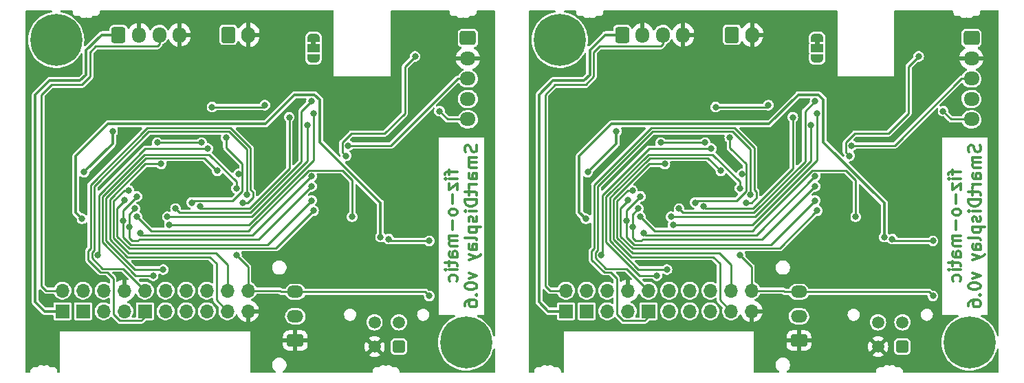
<source format=gbr>
%TF.GenerationSoftware,KiCad,Pcbnew,7.0.1-0*%
%TF.CreationDate,2023-04-11T20:51:41+02:00*%
%TF.ProjectId,SmartDisplay,536d6172-7444-4697-9370-6c61792e6b69,rev?*%
%TF.SameCoordinates,Original*%
%TF.FileFunction,Copper,L2,Bot*%
%TF.FilePolarity,Positive*%
%FSLAX46Y46*%
G04 Gerber Fmt 4.6, Leading zero omitted, Abs format (unit mm)*
G04 Created by KiCad (PCBNEW 7.0.1-0) date 2023-04-11 20:51:41*
%MOMM*%
%LPD*%
G01*
G04 APERTURE LIST*
G04 Aperture macros list*
%AMRoundRect*
0 Rectangle with rounded corners*
0 $1 Rounding radius*
0 $2 $3 $4 $5 $6 $7 $8 $9 X,Y pos of 4 corners*
0 Add a 4 corners polygon primitive as box body*
4,1,4,$2,$3,$4,$5,$6,$7,$8,$9,$2,$3,0*
0 Add four circle primitives for the rounded corners*
1,1,$1+$1,$2,$3*
1,1,$1+$1,$4,$5*
1,1,$1+$1,$6,$7*
1,1,$1+$1,$8,$9*
0 Add four rect primitives between the rounded corners*
20,1,$1+$1,$2,$3,$4,$5,0*
20,1,$1+$1,$4,$5,$6,$7,0*
20,1,$1+$1,$6,$7,$8,$9,0*
20,1,$1+$1,$8,$9,$2,$3,0*%
%AMFreePoly0*
4,1,19,0.550000,-0.750000,0.000000,-0.750000,0.000000,-0.744911,-0.071157,-0.744911,-0.207708,-0.704816,-0.327430,-0.627875,-0.420627,-0.520320,-0.479746,-0.390866,-0.500000,-0.250000,-0.500000,0.250000,-0.479746,0.390866,-0.420627,0.520320,-0.327430,0.627875,-0.207708,0.704816,-0.071157,0.744911,0.000000,0.744911,0.000000,0.750000,0.550000,0.750000,0.550000,-0.750000,0.550000,-0.750000,
$1*%
%AMFreePoly1*
4,1,19,0.000000,0.744911,0.071157,0.744911,0.207708,0.704816,0.327430,0.627875,0.420627,0.520320,0.479746,0.390866,0.500000,0.250000,0.500000,-0.250000,0.479746,-0.390866,0.420627,-0.520320,0.327430,-0.627875,0.207708,-0.704816,0.071157,-0.744911,0.000000,-0.744911,0.000000,-0.750000,-0.550000,-0.750000,-0.550000,0.750000,0.000000,0.750000,0.000000,0.744911,0.000000,0.744911,
$1*%
G04 Aperture macros list end*
%ADD10C,0.300000*%
%TA.AperFunction,NonConductor*%
%ADD11C,0.300000*%
%TD*%
%TA.AperFunction,ComponentPad*%
%ADD12RoundRect,0.250000X0.760000X-0.500000X0.760000X0.500000X-0.760000X0.500000X-0.760000X-0.500000X0*%
%TD*%
%TA.AperFunction,ComponentPad*%
%ADD13O,2.020000X1.500000*%
%TD*%
%TA.AperFunction,SMDPad,CuDef*%
%ADD14FreePoly0,270.000000*%
%TD*%
%TA.AperFunction,SMDPad,CuDef*%
%ADD15R,1.500000X1.000000*%
%TD*%
%TA.AperFunction,SMDPad,CuDef*%
%ADD16FreePoly1,270.000000*%
%TD*%
%TA.AperFunction,ComponentPad*%
%ADD17C,0.800000*%
%TD*%
%TA.AperFunction,ComponentPad*%
%ADD18C,6.400000*%
%TD*%
%TA.AperFunction,ComponentPad*%
%ADD19RoundRect,0.250000X-0.600000X-0.725000X0.600000X-0.725000X0.600000X0.725000X-0.600000X0.725000X0*%
%TD*%
%TA.AperFunction,ComponentPad*%
%ADD20O,1.700000X1.950000*%
%TD*%
%TA.AperFunction,ComponentPad*%
%ADD21R,1.700000X1.700000*%
%TD*%
%TA.AperFunction,ComponentPad*%
%ADD22O,1.700000X1.700000*%
%TD*%
%TA.AperFunction,ComponentPad*%
%ADD23RoundRect,0.250000X-0.725000X0.600000X-0.725000X-0.600000X0.725000X-0.600000X0.725000X0.600000X0*%
%TD*%
%TA.AperFunction,ComponentPad*%
%ADD24O,1.950000X1.700000*%
%TD*%
%TA.AperFunction,ComponentPad*%
%ADD25RoundRect,0.250000X0.500000X0.500000X-0.500000X0.500000X-0.500000X-0.500000X0.500000X-0.500000X0*%
%TD*%
%TA.AperFunction,ComponentPad*%
%ADD26C,1.500000*%
%TD*%
%TA.AperFunction,ComponentPad*%
%ADD27RoundRect,0.250000X-0.600000X-0.750000X0.600000X-0.750000X0.600000X0.750000X-0.600000X0.750000X0*%
%TD*%
%TA.AperFunction,ComponentPad*%
%ADD28O,1.700000X2.000000*%
%TD*%
%TA.AperFunction,ViaPad*%
%ADD29C,0.800000*%
%TD*%
%TA.AperFunction,Conductor*%
%ADD30C,0.250000*%
%TD*%
%TA.AperFunction,Conductor*%
%ADD31C,0.350000*%
%TD*%
G04 APERTURE END LIST*
D10*
D11*
X241178928Y-96927142D02*
X241178928Y-97498570D01*
X242178928Y-97141427D02*
X240893214Y-97141427D01*
X240893214Y-97141427D02*
X240750357Y-97212856D01*
X240750357Y-97212856D02*
X240678928Y-97355713D01*
X240678928Y-97355713D02*
X240678928Y-97498570D01*
X242178928Y-97998570D02*
X241178928Y-97998570D01*
X240678928Y-97998570D02*
X240750357Y-97927142D01*
X240750357Y-97927142D02*
X240821785Y-97998570D01*
X240821785Y-97998570D02*
X240750357Y-98069999D01*
X240750357Y-98069999D02*
X240678928Y-97998570D01*
X240678928Y-97998570D02*
X240821785Y-97998570D01*
X241178928Y-98569999D02*
X241178928Y-99355714D01*
X241178928Y-99355714D02*
X242178928Y-98569999D01*
X242178928Y-98569999D02*
X242178928Y-99355714D01*
X241607500Y-99927142D02*
X241607500Y-101070000D01*
X242178928Y-101998571D02*
X242107500Y-101855714D01*
X242107500Y-101855714D02*
X242036071Y-101784285D01*
X242036071Y-101784285D02*
X241893214Y-101712857D01*
X241893214Y-101712857D02*
X241464642Y-101712857D01*
X241464642Y-101712857D02*
X241321785Y-101784285D01*
X241321785Y-101784285D02*
X241250357Y-101855714D01*
X241250357Y-101855714D02*
X241178928Y-101998571D01*
X241178928Y-101998571D02*
X241178928Y-102212857D01*
X241178928Y-102212857D02*
X241250357Y-102355714D01*
X241250357Y-102355714D02*
X241321785Y-102427143D01*
X241321785Y-102427143D02*
X241464642Y-102498571D01*
X241464642Y-102498571D02*
X241893214Y-102498571D01*
X241893214Y-102498571D02*
X242036071Y-102427143D01*
X242036071Y-102427143D02*
X242107500Y-102355714D01*
X242107500Y-102355714D02*
X242178928Y-102212857D01*
X242178928Y-102212857D02*
X242178928Y-101998571D01*
X241607500Y-103141428D02*
X241607500Y-104284286D01*
X242178928Y-104998571D02*
X241178928Y-104998571D01*
X241321785Y-104998571D02*
X241250357Y-105070000D01*
X241250357Y-105070000D02*
X241178928Y-105212857D01*
X241178928Y-105212857D02*
X241178928Y-105427143D01*
X241178928Y-105427143D02*
X241250357Y-105570000D01*
X241250357Y-105570000D02*
X241393214Y-105641429D01*
X241393214Y-105641429D02*
X242178928Y-105641429D01*
X241393214Y-105641429D02*
X241250357Y-105712857D01*
X241250357Y-105712857D02*
X241178928Y-105855714D01*
X241178928Y-105855714D02*
X241178928Y-106070000D01*
X241178928Y-106070000D02*
X241250357Y-106212857D01*
X241250357Y-106212857D02*
X241393214Y-106284286D01*
X241393214Y-106284286D02*
X242178928Y-106284286D01*
X242178928Y-107641429D02*
X241393214Y-107641429D01*
X241393214Y-107641429D02*
X241250357Y-107570000D01*
X241250357Y-107570000D02*
X241178928Y-107427143D01*
X241178928Y-107427143D02*
X241178928Y-107141429D01*
X241178928Y-107141429D02*
X241250357Y-106998571D01*
X242107500Y-107641429D02*
X242178928Y-107498571D01*
X242178928Y-107498571D02*
X242178928Y-107141429D01*
X242178928Y-107141429D02*
X242107500Y-106998571D01*
X242107500Y-106998571D02*
X241964642Y-106927143D01*
X241964642Y-106927143D02*
X241821785Y-106927143D01*
X241821785Y-106927143D02*
X241678928Y-106998571D01*
X241678928Y-106998571D02*
X241607500Y-107141429D01*
X241607500Y-107141429D02*
X241607500Y-107498571D01*
X241607500Y-107498571D02*
X241536071Y-107641429D01*
X241178928Y-108141429D02*
X241178928Y-108712857D01*
X240678928Y-108355714D02*
X241964642Y-108355714D01*
X241964642Y-108355714D02*
X242107500Y-108427143D01*
X242107500Y-108427143D02*
X242178928Y-108570000D01*
X242178928Y-108570000D02*
X242178928Y-108712857D01*
X242178928Y-109212857D02*
X241178928Y-109212857D01*
X240678928Y-109212857D02*
X240750357Y-109141429D01*
X240750357Y-109141429D02*
X240821785Y-109212857D01*
X240821785Y-109212857D02*
X240750357Y-109284286D01*
X240750357Y-109284286D02*
X240678928Y-109212857D01*
X240678928Y-109212857D02*
X240821785Y-109212857D01*
X242107500Y-110570001D02*
X242178928Y-110427143D01*
X242178928Y-110427143D02*
X242178928Y-110141429D01*
X242178928Y-110141429D02*
X242107500Y-109998572D01*
X242107500Y-109998572D02*
X242036071Y-109927143D01*
X242036071Y-109927143D02*
X241893214Y-109855715D01*
X241893214Y-109855715D02*
X241464642Y-109855715D01*
X241464642Y-109855715D02*
X241321785Y-109927143D01*
X241321785Y-109927143D02*
X241250357Y-109998572D01*
X241250357Y-109998572D02*
X241178928Y-110141429D01*
X241178928Y-110141429D02*
X241178928Y-110427143D01*
X241178928Y-110427143D02*
X241250357Y-110570001D01*
X244537500Y-93855715D02*
X244608928Y-94070001D01*
X244608928Y-94070001D02*
X244608928Y-94427143D01*
X244608928Y-94427143D02*
X244537500Y-94570001D01*
X244537500Y-94570001D02*
X244466071Y-94641429D01*
X244466071Y-94641429D02*
X244323214Y-94712858D01*
X244323214Y-94712858D02*
X244180357Y-94712858D01*
X244180357Y-94712858D02*
X244037500Y-94641429D01*
X244037500Y-94641429D02*
X243966071Y-94570001D01*
X243966071Y-94570001D02*
X243894642Y-94427143D01*
X243894642Y-94427143D02*
X243823214Y-94141429D01*
X243823214Y-94141429D02*
X243751785Y-93998572D01*
X243751785Y-93998572D02*
X243680357Y-93927143D01*
X243680357Y-93927143D02*
X243537500Y-93855715D01*
X243537500Y-93855715D02*
X243394642Y-93855715D01*
X243394642Y-93855715D02*
X243251785Y-93927143D01*
X243251785Y-93927143D02*
X243180357Y-93998572D01*
X243180357Y-93998572D02*
X243108928Y-94141429D01*
X243108928Y-94141429D02*
X243108928Y-94498572D01*
X243108928Y-94498572D02*
X243180357Y-94712858D01*
X244608928Y-95355714D02*
X243608928Y-95355714D01*
X243751785Y-95355714D02*
X243680357Y-95427143D01*
X243680357Y-95427143D02*
X243608928Y-95570000D01*
X243608928Y-95570000D02*
X243608928Y-95784286D01*
X243608928Y-95784286D02*
X243680357Y-95927143D01*
X243680357Y-95927143D02*
X243823214Y-95998572D01*
X243823214Y-95998572D02*
X244608928Y-95998572D01*
X243823214Y-95998572D02*
X243680357Y-96070000D01*
X243680357Y-96070000D02*
X243608928Y-96212857D01*
X243608928Y-96212857D02*
X243608928Y-96427143D01*
X243608928Y-96427143D02*
X243680357Y-96570000D01*
X243680357Y-96570000D02*
X243823214Y-96641429D01*
X243823214Y-96641429D02*
X244608928Y-96641429D01*
X244608928Y-97998572D02*
X243823214Y-97998572D01*
X243823214Y-97998572D02*
X243680357Y-97927143D01*
X243680357Y-97927143D02*
X243608928Y-97784286D01*
X243608928Y-97784286D02*
X243608928Y-97498572D01*
X243608928Y-97498572D02*
X243680357Y-97355714D01*
X244537500Y-97998572D02*
X244608928Y-97855714D01*
X244608928Y-97855714D02*
X244608928Y-97498572D01*
X244608928Y-97498572D02*
X244537500Y-97355714D01*
X244537500Y-97355714D02*
X244394642Y-97284286D01*
X244394642Y-97284286D02*
X244251785Y-97284286D01*
X244251785Y-97284286D02*
X244108928Y-97355714D01*
X244108928Y-97355714D02*
X244037500Y-97498572D01*
X244037500Y-97498572D02*
X244037500Y-97855714D01*
X244037500Y-97855714D02*
X243966071Y-97998572D01*
X244608928Y-98712857D02*
X243608928Y-98712857D01*
X243894642Y-98712857D02*
X243751785Y-98784286D01*
X243751785Y-98784286D02*
X243680357Y-98855715D01*
X243680357Y-98855715D02*
X243608928Y-98998572D01*
X243608928Y-98998572D02*
X243608928Y-99141429D01*
X243608928Y-99427143D02*
X243608928Y-99998571D01*
X243108928Y-99641428D02*
X244394642Y-99641428D01*
X244394642Y-99641428D02*
X244537500Y-99712857D01*
X244537500Y-99712857D02*
X244608928Y-99855714D01*
X244608928Y-99855714D02*
X244608928Y-99998571D01*
X244608928Y-100498571D02*
X243108928Y-100498571D01*
X243108928Y-100498571D02*
X243108928Y-100855714D01*
X243108928Y-100855714D02*
X243180357Y-101070000D01*
X243180357Y-101070000D02*
X243323214Y-101212857D01*
X243323214Y-101212857D02*
X243466071Y-101284286D01*
X243466071Y-101284286D02*
X243751785Y-101355714D01*
X243751785Y-101355714D02*
X243966071Y-101355714D01*
X243966071Y-101355714D02*
X244251785Y-101284286D01*
X244251785Y-101284286D02*
X244394642Y-101212857D01*
X244394642Y-101212857D02*
X244537500Y-101070000D01*
X244537500Y-101070000D02*
X244608928Y-100855714D01*
X244608928Y-100855714D02*
X244608928Y-100498571D01*
X244608928Y-101998571D02*
X243608928Y-101998571D01*
X243108928Y-101998571D02*
X243180357Y-101927143D01*
X243180357Y-101927143D02*
X243251785Y-101998571D01*
X243251785Y-101998571D02*
X243180357Y-102070000D01*
X243180357Y-102070000D02*
X243108928Y-101998571D01*
X243108928Y-101998571D02*
X243251785Y-101998571D01*
X244537500Y-102641429D02*
X244608928Y-102784286D01*
X244608928Y-102784286D02*
X244608928Y-103070000D01*
X244608928Y-103070000D02*
X244537500Y-103212857D01*
X244537500Y-103212857D02*
X244394642Y-103284286D01*
X244394642Y-103284286D02*
X244323214Y-103284286D01*
X244323214Y-103284286D02*
X244180357Y-103212857D01*
X244180357Y-103212857D02*
X244108928Y-103070000D01*
X244108928Y-103070000D02*
X244108928Y-102855715D01*
X244108928Y-102855715D02*
X244037500Y-102712857D01*
X244037500Y-102712857D02*
X243894642Y-102641429D01*
X243894642Y-102641429D02*
X243823214Y-102641429D01*
X243823214Y-102641429D02*
X243680357Y-102712857D01*
X243680357Y-102712857D02*
X243608928Y-102855715D01*
X243608928Y-102855715D02*
X243608928Y-103070000D01*
X243608928Y-103070000D02*
X243680357Y-103212857D01*
X243608928Y-103927143D02*
X245108928Y-103927143D01*
X243680357Y-103927143D02*
X243608928Y-104070001D01*
X243608928Y-104070001D02*
X243608928Y-104355715D01*
X243608928Y-104355715D02*
X243680357Y-104498572D01*
X243680357Y-104498572D02*
X243751785Y-104570001D01*
X243751785Y-104570001D02*
X243894642Y-104641429D01*
X243894642Y-104641429D02*
X244323214Y-104641429D01*
X244323214Y-104641429D02*
X244466071Y-104570001D01*
X244466071Y-104570001D02*
X244537500Y-104498572D01*
X244537500Y-104498572D02*
X244608928Y-104355715D01*
X244608928Y-104355715D02*
X244608928Y-104070001D01*
X244608928Y-104070001D02*
X244537500Y-103927143D01*
X244608928Y-105498572D02*
X244537500Y-105355715D01*
X244537500Y-105355715D02*
X244394642Y-105284286D01*
X244394642Y-105284286D02*
X243108928Y-105284286D01*
X244608928Y-106712858D02*
X243823214Y-106712858D01*
X243823214Y-106712858D02*
X243680357Y-106641429D01*
X243680357Y-106641429D02*
X243608928Y-106498572D01*
X243608928Y-106498572D02*
X243608928Y-106212858D01*
X243608928Y-106212858D02*
X243680357Y-106070000D01*
X244537500Y-106712858D02*
X244608928Y-106570000D01*
X244608928Y-106570000D02*
X244608928Y-106212858D01*
X244608928Y-106212858D02*
X244537500Y-106070000D01*
X244537500Y-106070000D02*
X244394642Y-105998572D01*
X244394642Y-105998572D02*
X244251785Y-105998572D01*
X244251785Y-105998572D02*
X244108928Y-106070000D01*
X244108928Y-106070000D02*
X244037500Y-106212858D01*
X244037500Y-106212858D02*
X244037500Y-106570000D01*
X244037500Y-106570000D02*
X243966071Y-106712858D01*
X243608928Y-107284286D02*
X244608928Y-107641429D01*
X243608928Y-107998572D02*
X244608928Y-107641429D01*
X244608928Y-107641429D02*
X244966071Y-107498572D01*
X244966071Y-107498572D02*
X245037500Y-107427143D01*
X245037500Y-107427143D02*
X245108928Y-107284286D01*
X243608928Y-109570000D02*
X244608928Y-109927143D01*
X244608928Y-109927143D02*
X243608928Y-110284286D01*
X243108928Y-111141429D02*
X243108928Y-111284286D01*
X243108928Y-111284286D02*
X243180357Y-111427143D01*
X243180357Y-111427143D02*
X243251785Y-111498572D01*
X243251785Y-111498572D02*
X243394642Y-111570000D01*
X243394642Y-111570000D02*
X243680357Y-111641429D01*
X243680357Y-111641429D02*
X244037500Y-111641429D01*
X244037500Y-111641429D02*
X244323214Y-111570000D01*
X244323214Y-111570000D02*
X244466071Y-111498572D01*
X244466071Y-111498572D02*
X244537500Y-111427143D01*
X244537500Y-111427143D02*
X244608928Y-111284286D01*
X244608928Y-111284286D02*
X244608928Y-111141429D01*
X244608928Y-111141429D02*
X244537500Y-110998572D01*
X244537500Y-110998572D02*
X244466071Y-110927143D01*
X244466071Y-110927143D02*
X244323214Y-110855714D01*
X244323214Y-110855714D02*
X244037500Y-110784286D01*
X244037500Y-110784286D02*
X243680357Y-110784286D01*
X243680357Y-110784286D02*
X243394642Y-110855714D01*
X243394642Y-110855714D02*
X243251785Y-110927143D01*
X243251785Y-110927143D02*
X243180357Y-110998572D01*
X243180357Y-110998572D02*
X243108928Y-111141429D01*
X244466071Y-112284285D02*
X244537500Y-112355714D01*
X244537500Y-112355714D02*
X244608928Y-112284285D01*
X244608928Y-112284285D02*
X244537500Y-112212857D01*
X244537500Y-112212857D02*
X244466071Y-112284285D01*
X244466071Y-112284285D02*
X244608928Y-112284285D01*
X243108928Y-113641429D02*
X243108928Y-113355714D01*
X243108928Y-113355714D02*
X243180357Y-113212857D01*
X243180357Y-113212857D02*
X243251785Y-113141429D01*
X243251785Y-113141429D02*
X243466071Y-112998571D01*
X243466071Y-112998571D02*
X243751785Y-112927143D01*
X243751785Y-112927143D02*
X244323214Y-112927143D01*
X244323214Y-112927143D02*
X244466071Y-112998571D01*
X244466071Y-112998571D02*
X244537500Y-113070000D01*
X244537500Y-113070000D02*
X244608928Y-113212857D01*
X244608928Y-113212857D02*
X244608928Y-113498571D01*
X244608928Y-113498571D02*
X244537500Y-113641429D01*
X244537500Y-113641429D02*
X244466071Y-113712857D01*
X244466071Y-113712857D02*
X244323214Y-113784286D01*
X244323214Y-113784286D02*
X243966071Y-113784286D01*
X243966071Y-113784286D02*
X243823214Y-113712857D01*
X243823214Y-113712857D02*
X243751785Y-113641429D01*
X243751785Y-113641429D02*
X243680357Y-113498571D01*
X243680357Y-113498571D02*
X243680357Y-113212857D01*
X243680357Y-113212857D02*
X243751785Y-113070000D01*
X243751785Y-113070000D02*
X243823214Y-112998571D01*
X243823214Y-112998571D02*
X243966071Y-112927143D01*
D10*
D11*
X179178928Y-96927142D02*
X179178928Y-97498570D01*
X180178928Y-97141427D02*
X178893214Y-97141427D01*
X178893214Y-97141427D02*
X178750357Y-97212856D01*
X178750357Y-97212856D02*
X178678928Y-97355713D01*
X178678928Y-97355713D02*
X178678928Y-97498570D01*
X180178928Y-97998570D02*
X179178928Y-97998570D01*
X178678928Y-97998570D02*
X178750357Y-97927142D01*
X178750357Y-97927142D02*
X178821785Y-97998570D01*
X178821785Y-97998570D02*
X178750357Y-98069999D01*
X178750357Y-98069999D02*
X178678928Y-97998570D01*
X178678928Y-97998570D02*
X178821785Y-97998570D01*
X179178928Y-98569999D02*
X179178928Y-99355714D01*
X179178928Y-99355714D02*
X180178928Y-98569999D01*
X180178928Y-98569999D02*
X180178928Y-99355714D01*
X179607500Y-99927142D02*
X179607500Y-101070000D01*
X180178928Y-101998571D02*
X180107500Y-101855714D01*
X180107500Y-101855714D02*
X180036071Y-101784285D01*
X180036071Y-101784285D02*
X179893214Y-101712857D01*
X179893214Y-101712857D02*
X179464642Y-101712857D01*
X179464642Y-101712857D02*
X179321785Y-101784285D01*
X179321785Y-101784285D02*
X179250357Y-101855714D01*
X179250357Y-101855714D02*
X179178928Y-101998571D01*
X179178928Y-101998571D02*
X179178928Y-102212857D01*
X179178928Y-102212857D02*
X179250357Y-102355714D01*
X179250357Y-102355714D02*
X179321785Y-102427143D01*
X179321785Y-102427143D02*
X179464642Y-102498571D01*
X179464642Y-102498571D02*
X179893214Y-102498571D01*
X179893214Y-102498571D02*
X180036071Y-102427143D01*
X180036071Y-102427143D02*
X180107500Y-102355714D01*
X180107500Y-102355714D02*
X180178928Y-102212857D01*
X180178928Y-102212857D02*
X180178928Y-101998571D01*
X179607500Y-103141428D02*
X179607500Y-104284286D01*
X180178928Y-104998571D02*
X179178928Y-104998571D01*
X179321785Y-104998571D02*
X179250357Y-105070000D01*
X179250357Y-105070000D02*
X179178928Y-105212857D01*
X179178928Y-105212857D02*
X179178928Y-105427143D01*
X179178928Y-105427143D02*
X179250357Y-105570000D01*
X179250357Y-105570000D02*
X179393214Y-105641429D01*
X179393214Y-105641429D02*
X180178928Y-105641429D01*
X179393214Y-105641429D02*
X179250357Y-105712857D01*
X179250357Y-105712857D02*
X179178928Y-105855714D01*
X179178928Y-105855714D02*
X179178928Y-106070000D01*
X179178928Y-106070000D02*
X179250357Y-106212857D01*
X179250357Y-106212857D02*
X179393214Y-106284286D01*
X179393214Y-106284286D02*
X180178928Y-106284286D01*
X180178928Y-107641429D02*
X179393214Y-107641429D01*
X179393214Y-107641429D02*
X179250357Y-107570000D01*
X179250357Y-107570000D02*
X179178928Y-107427143D01*
X179178928Y-107427143D02*
X179178928Y-107141429D01*
X179178928Y-107141429D02*
X179250357Y-106998571D01*
X180107500Y-107641429D02*
X180178928Y-107498571D01*
X180178928Y-107498571D02*
X180178928Y-107141429D01*
X180178928Y-107141429D02*
X180107500Y-106998571D01*
X180107500Y-106998571D02*
X179964642Y-106927143D01*
X179964642Y-106927143D02*
X179821785Y-106927143D01*
X179821785Y-106927143D02*
X179678928Y-106998571D01*
X179678928Y-106998571D02*
X179607500Y-107141429D01*
X179607500Y-107141429D02*
X179607500Y-107498571D01*
X179607500Y-107498571D02*
X179536071Y-107641429D01*
X179178928Y-108141429D02*
X179178928Y-108712857D01*
X178678928Y-108355714D02*
X179964642Y-108355714D01*
X179964642Y-108355714D02*
X180107500Y-108427143D01*
X180107500Y-108427143D02*
X180178928Y-108570000D01*
X180178928Y-108570000D02*
X180178928Y-108712857D01*
X180178928Y-109212857D02*
X179178928Y-109212857D01*
X178678928Y-109212857D02*
X178750357Y-109141429D01*
X178750357Y-109141429D02*
X178821785Y-109212857D01*
X178821785Y-109212857D02*
X178750357Y-109284286D01*
X178750357Y-109284286D02*
X178678928Y-109212857D01*
X178678928Y-109212857D02*
X178821785Y-109212857D01*
X180107500Y-110570001D02*
X180178928Y-110427143D01*
X180178928Y-110427143D02*
X180178928Y-110141429D01*
X180178928Y-110141429D02*
X180107500Y-109998572D01*
X180107500Y-109998572D02*
X180036071Y-109927143D01*
X180036071Y-109927143D02*
X179893214Y-109855715D01*
X179893214Y-109855715D02*
X179464642Y-109855715D01*
X179464642Y-109855715D02*
X179321785Y-109927143D01*
X179321785Y-109927143D02*
X179250357Y-109998572D01*
X179250357Y-109998572D02*
X179178928Y-110141429D01*
X179178928Y-110141429D02*
X179178928Y-110427143D01*
X179178928Y-110427143D02*
X179250357Y-110570001D01*
X182537500Y-93855715D02*
X182608928Y-94070001D01*
X182608928Y-94070001D02*
X182608928Y-94427143D01*
X182608928Y-94427143D02*
X182537500Y-94570001D01*
X182537500Y-94570001D02*
X182466071Y-94641429D01*
X182466071Y-94641429D02*
X182323214Y-94712858D01*
X182323214Y-94712858D02*
X182180357Y-94712858D01*
X182180357Y-94712858D02*
X182037500Y-94641429D01*
X182037500Y-94641429D02*
X181966071Y-94570001D01*
X181966071Y-94570001D02*
X181894642Y-94427143D01*
X181894642Y-94427143D02*
X181823214Y-94141429D01*
X181823214Y-94141429D02*
X181751785Y-93998572D01*
X181751785Y-93998572D02*
X181680357Y-93927143D01*
X181680357Y-93927143D02*
X181537500Y-93855715D01*
X181537500Y-93855715D02*
X181394642Y-93855715D01*
X181394642Y-93855715D02*
X181251785Y-93927143D01*
X181251785Y-93927143D02*
X181180357Y-93998572D01*
X181180357Y-93998572D02*
X181108928Y-94141429D01*
X181108928Y-94141429D02*
X181108928Y-94498572D01*
X181108928Y-94498572D02*
X181180357Y-94712858D01*
X182608928Y-95355714D02*
X181608928Y-95355714D01*
X181751785Y-95355714D02*
X181680357Y-95427143D01*
X181680357Y-95427143D02*
X181608928Y-95570000D01*
X181608928Y-95570000D02*
X181608928Y-95784286D01*
X181608928Y-95784286D02*
X181680357Y-95927143D01*
X181680357Y-95927143D02*
X181823214Y-95998572D01*
X181823214Y-95998572D02*
X182608928Y-95998572D01*
X181823214Y-95998572D02*
X181680357Y-96070000D01*
X181680357Y-96070000D02*
X181608928Y-96212857D01*
X181608928Y-96212857D02*
X181608928Y-96427143D01*
X181608928Y-96427143D02*
X181680357Y-96570000D01*
X181680357Y-96570000D02*
X181823214Y-96641429D01*
X181823214Y-96641429D02*
X182608928Y-96641429D01*
X182608928Y-97998572D02*
X181823214Y-97998572D01*
X181823214Y-97998572D02*
X181680357Y-97927143D01*
X181680357Y-97927143D02*
X181608928Y-97784286D01*
X181608928Y-97784286D02*
X181608928Y-97498572D01*
X181608928Y-97498572D02*
X181680357Y-97355714D01*
X182537500Y-97998572D02*
X182608928Y-97855714D01*
X182608928Y-97855714D02*
X182608928Y-97498572D01*
X182608928Y-97498572D02*
X182537500Y-97355714D01*
X182537500Y-97355714D02*
X182394642Y-97284286D01*
X182394642Y-97284286D02*
X182251785Y-97284286D01*
X182251785Y-97284286D02*
X182108928Y-97355714D01*
X182108928Y-97355714D02*
X182037500Y-97498572D01*
X182037500Y-97498572D02*
X182037500Y-97855714D01*
X182037500Y-97855714D02*
X181966071Y-97998572D01*
X182608928Y-98712857D02*
X181608928Y-98712857D01*
X181894642Y-98712857D02*
X181751785Y-98784286D01*
X181751785Y-98784286D02*
X181680357Y-98855715D01*
X181680357Y-98855715D02*
X181608928Y-98998572D01*
X181608928Y-98998572D02*
X181608928Y-99141429D01*
X181608928Y-99427143D02*
X181608928Y-99998571D01*
X181108928Y-99641428D02*
X182394642Y-99641428D01*
X182394642Y-99641428D02*
X182537500Y-99712857D01*
X182537500Y-99712857D02*
X182608928Y-99855714D01*
X182608928Y-99855714D02*
X182608928Y-99998571D01*
X182608928Y-100498571D02*
X181108928Y-100498571D01*
X181108928Y-100498571D02*
X181108928Y-100855714D01*
X181108928Y-100855714D02*
X181180357Y-101070000D01*
X181180357Y-101070000D02*
X181323214Y-101212857D01*
X181323214Y-101212857D02*
X181466071Y-101284286D01*
X181466071Y-101284286D02*
X181751785Y-101355714D01*
X181751785Y-101355714D02*
X181966071Y-101355714D01*
X181966071Y-101355714D02*
X182251785Y-101284286D01*
X182251785Y-101284286D02*
X182394642Y-101212857D01*
X182394642Y-101212857D02*
X182537500Y-101070000D01*
X182537500Y-101070000D02*
X182608928Y-100855714D01*
X182608928Y-100855714D02*
X182608928Y-100498571D01*
X182608928Y-101998571D02*
X181608928Y-101998571D01*
X181108928Y-101998571D02*
X181180357Y-101927143D01*
X181180357Y-101927143D02*
X181251785Y-101998571D01*
X181251785Y-101998571D02*
X181180357Y-102070000D01*
X181180357Y-102070000D02*
X181108928Y-101998571D01*
X181108928Y-101998571D02*
X181251785Y-101998571D01*
X182537500Y-102641429D02*
X182608928Y-102784286D01*
X182608928Y-102784286D02*
X182608928Y-103070000D01*
X182608928Y-103070000D02*
X182537500Y-103212857D01*
X182537500Y-103212857D02*
X182394642Y-103284286D01*
X182394642Y-103284286D02*
X182323214Y-103284286D01*
X182323214Y-103284286D02*
X182180357Y-103212857D01*
X182180357Y-103212857D02*
X182108928Y-103070000D01*
X182108928Y-103070000D02*
X182108928Y-102855715D01*
X182108928Y-102855715D02*
X182037500Y-102712857D01*
X182037500Y-102712857D02*
X181894642Y-102641429D01*
X181894642Y-102641429D02*
X181823214Y-102641429D01*
X181823214Y-102641429D02*
X181680357Y-102712857D01*
X181680357Y-102712857D02*
X181608928Y-102855715D01*
X181608928Y-102855715D02*
X181608928Y-103070000D01*
X181608928Y-103070000D02*
X181680357Y-103212857D01*
X181608928Y-103927143D02*
X183108928Y-103927143D01*
X181680357Y-103927143D02*
X181608928Y-104070001D01*
X181608928Y-104070001D02*
X181608928Y-104355715D01*
X181608928Y-104355715D02*
X181680357Y-104498572D01*
X181680357Y-104498572D02*
X181751785Y-104570001D01*
X181751785Y-104570001D02*
X181894642Y-104641429D01*
X181894642Y-104641429D02*
X182323214Y-104641429D01*
X182323214Y-104641429D02*
X182466071Y-104570001D01*
X182466071Y-104570001D02*
X182537500Y-104498572D01*
X182537500Y-104498572D02*
X182608928Y-104355715D01*
X182608928Y-104355715D02*
X182608928Y-104070001D01*
X182608928Y-104070001D02*
X182537500Y-103927143D01*
X182608928Y-105498572D02*
X182537500Y-105355715D01*
X182537500Y-105355715D02*
X182394642Y-105284286D01*
X182394642Y-105284286D02*
X181108928Y-105284286D01*
X182608928Y-106712858D02*
X181823214Y-106712858D01*
X181823214Y-106712858D02*
X181680357Y-106641429D01*
X181680357Y-106641429D02*
X181608928Y-106498572D01*
X181608928Y-106498572D02*
X181608928Y-106212858D01*
X181608928Y-106212858D02*
X181680357Y-106070000D01*
X182537500Y-106712858D02*
X182608928Y-106570000D01*
X182608928Y-106570000D02*
X182608928Y-106212858D01*
X182608928Y-106212858D02*
X182537500Y-106070000D01*
X182537500Y-106070000D02*
X182394642Y-105998572D01*
X182394642Y-105998572D02*
X182251785Y-105998572D01*
X182251785Y-105998572D02*
X182108928Y-106070000D01*
X182108928Y-106070000D02*
X182037500Y-106212858D01*
X182037500Y-106212858D02*
X182037500Y-106570000D01*
X182037500Y-106570000D02*
X181966071Y-106712858D01*
X181608928Y-107284286D02*
X182608928Y-107641429D01*
X181608928Y-107998572D02*
X182608928Y-107641429D01*
X182608928Y-107641429D02*
X182966071Y-107498572D01*
X182966071Y-107498572D02*
X183037500Y-107427143D01*
X183037500Y-107427143D02*
X183108928Y-107284286D01*
X181608928Y-109570000D02*
X182608928Y-109927143D01*
X182608928Y-109927143D02*
X181608928Y-110284286D01*
X181108928Y-111141429D02*
X181108928Y-111284286D01*
X181108928Y-111284286D02*
X181180357Y-111427143D01*
X181180357Y-111427143D02*
X181251785Y-111498572D01*
X181251785Y-111498572D02*
X181394642Y-111570000D01*
X181394642Y-111570000D02*
X181680357Y-111641429D01*
X181680357Y-111641429D02*
X182037500Y-111641429D01*
X182037500Y-111641429D02*
X182323214Y-111570000D01*
X182323214Y-111570000D02*
X182466071Y-111498572D01*
X182466071Y-111498572D02*
X182537500Y-111427143D01*
X182537500Y-111427143D02*
X182608928Y-111284286D01*
X182608928Y-111284286D02*
X182608928Y-111141429D01*
X182608928Y-111141429D02*
X182537500Y-110998572D01*
X182537500Y-110998572D02*
X182466071Y-110927143D01*
X182466071Y-110927143D02*
X182323214Y-110855714D01*
X182323214Y-110855714D02*
X182037500Y-110784286D01*
X182037500Y-110784286D02*
X181680357Y-110784286D01*
X181680357Y-110784286D02*
X181394642Y-110855714D01*
X181394642Y-110855714D02*
X181251785Y-110927143D01*
X181251785Y-110927143D02*
X181180357Y-110998572D01*
X181180357Y-110998572D02*
X181108928Y-111141429D01*
X182466071Y-112284285D02*
X182537500Y-112355714D01*
X182537500Y-112355714D02*
X182608928Y-112284285D01*
X182608928Y-112284285D02*
X182537500Y-112212857D01*
X182537500Y-112212857D02*
X182466071Y-112284285D01*
X182466071Y-112284285D02*
X182608928Y-112284285D01*
X181108928Y-113641429D02*
X181108928Y-113355714D01*
X181108928Y-113355714D02*
X181180357Y-113212857D01*
X181180357Y-113212857D02*
X181251785Y-113141429D01*
X181251785Y-113141429D02*
X181466071Y-112998571D01*
X181466071Y-112998571D02*
X181751785Y-112927143D01*
X181751785Y-112927143D02*
X182323214Y-112927143D01*
X182323214Y-112927143D02*
X182466071Y-112998571D01*
X182466071Y-112998571D02*
X182537500Y-113070000D01*
X182537500Y-113070000D02*
X182608928Y-113212857D01*
X182608928Y-113212857D02*
X182608928Y-113498571D01*
X182608928Y-113498571D02*
X182537500Y-113641429D01*
X182537500Y-113641429D02*
X182466071Y-113712857D01*
X182466071Y-113712857D02*
X182323214Y-113784286D01*
X182323214Y-113784286D02*
X181966071Y-113784286D01*
X181966071Y-113784286D02*
X181823214Y-113712857D01*
X181823214Y-113712857D02*
X181751785Y-113641429D01*
X181751785Y-113641429D02*
X181680357Y-113498571D01*
X181680357Y-113498571D02*
X181680357Y-113212857D01*
X181680357Y-113212857D02*
X181751785Y-113070000D01*
X181751785Y-113070000D02*
X181823214Y-112998571D01*
X181823214Y-112998571D02*
X181966071Y-112927143D01*
%TA.AperFunction,EtchedComponent*%
%TO.C,JP5*%
G36*
X224800000Y-81520000D02*
G01*
X224200000Y-81520000D01*
X224200000Y-81020000D01*
X224800000Y-81020000D01*
X224800000Y-81520000D01*
G37*
%TD.AperFunction*%
%TA.AperFunction,EtchedComponent*%
%TO.C,JP3*%
G36*
X162800000Y-81520000D02*
G01*
X162200000Y-81520000D01*
X162200000Y-81020000D01*
X162800000Y-81020000D01*
X162800000Y-81520000D01*
G37*
%TD.AperFunction*%
%TD*%
D12*
%TO.P,J16,1,Pin_1*%
%TO.N,GND*%
X222250000Y-117920000D03*
D13*
%TO.P,J16,2,Pin_2*%
%TO.N,1WIRE*%
X222250000Y-114920000D03*
%TO.P,J16,3,Pin_3*%
%TO.N,+3V3*%
X222250000Y-111920000D03*
%TD*%
D14*
%TO.P,JP5,1,1*%
%TO.N,Net-(U5-RF_OUT)*%
X224500000Y-80620000D03*
D15*
%TO.P,JP5,2,2*%
%TO.N,Net-(U5-RF_IN)*%
X224500000Y-81920000D03*
D16*
%TO.P,JP5,3,3*%
%TO.N,Net-(X1-SIGNAL)*%
X224500000Y-83220000D03*
%TD*%
D17*
%TO.P,H3,1,1*%
%TO.N,unconnected-(H1-Pad1)*%
X190410000Y-80899000D03*
X191112944Y-79201944D03*
X191112944Y-82596056D03*
X192810000Y-78499000D03*
D18*
X192810000Y-80899000D03*
D17*
X192810000Y-83299000D03*
X194507056Y-79201944D03*
X194507056Y-82596056D03*
X195210000Y-80899000D03*
%TD*%
%TO.P,H4,1,1*%
%TO.N,unconnected-(H2-Pad1)*%
X245675056Y-118156056D03*
X244972112Y-119853112D03*
X244972112Y-116459000D03*
X243275056Y-120556056D03*
D18*
X243275056Y-118156056D03*
D17*
X243275056Y-115756056D03*
X241578000Y-119853112D03*
X241578000Y-116459000D03*
X240875056Y-118156056D03*
%TD*%
D19*
%TO.P,J12,1,Pin_1*%
%TO.N,+12V*%
X200500000Y-80264000D03*
D20*
%TO.P,J12,2,Pin_2*%
%TO.N,GND*%
X203000000Y-80264000D03*
%TO.P,J12,3,Pin_3*%
%TO.N,INSTR.BEL*%
X205500000Y-80264000D03*
%TO.P,J12,4,Pin_4*%
%TO.N,GND*%
X208000000Y-80264000D03*
%TD*%
D21*
%TO.P,J11,1,Pin_1*%
%TO.N,+12V*%
X193572000Y-114300000D03*
D22*
%TO.P,J11,2,Pin_2*%
%TO.N,INSTR.BEL*%
X193572000Y-111760000D03*
%TD*%
D21*
%TO.P,J15,1,Pin_1*%
%TO.N,D22*%
X203732000Y-114300000D03*
D22*
%TO.P,J15,2,Pin_2*%
%TO.N,D23*%
X203732000Y-111760000D03*
%TO.P,J15,3,Pin_3*%
%TO.N,D24*%
X206272000Y-114300000D03*
%TO.P,J15,4,Pin_4*%
%TO.N,D25*%
X206272000Y-111760000D03*
%TO.P,J15,5,Pin_5*%
%TO.N,A0*%
X208812000Y-114300000D03*
%TO.P,J15,6,Pin_6*%
%TO.N,A1*%
X208812000Y-111760000D03*
%TO.P,J15,7,Pin_7*%
%TO.N,A2*%
X211352000Y-114300000D03*
%TO.P,J15,8,Pin_8*%
%TO.N,A3*%
X211352000Y-111760000D03*
%TO.P,J15,9,Pin_9*%
%TO.N,SDA*%
X213892000Y-114300000D03*
%TO.P,J15,10,Pin_10*%
%TO.N,SCL*%
X213892000Y-111760000D03*
%TO.P,J15,11,Pin_11*%
%TO.N,GND*%
X216432000Y-114300000D03*
%TO.P,J15,12,Pin_12*%
%TO.N,+3V3*%
X216432000Y-111760000D03*
%TD*%
D21*
%TO.P,J13,1,Pin_1*%
%TO.N,UPDI*%
X196112000Y-114300000D03*
D22*
%TO.P,J13,2,Pin_2*%
%TO.N,+3V3*%
X196112000Y-111760000D03*
%TO.P,J13,3,Pin_3*%
%TO.N,SCK*%
X198652000Y-114300000D03*
%TO.P,J13,4,Pin_4*%
%TO.N,MOSI*%
X198652000Y-111760000D03*
%TO.P,J13,5,Pin_5*%
%TO.N,MISO*%
X201192000Y-114300000D03*
%TO.P,J13,6,Pin_6*%
%TO.N,GND*%
X201192000Y-111760000D03*
%TD*%
D23*
%TO.P,J14,1,Pin_1*%
%TO.N,+3V3*%
X243500000Y-80670000D03*
D24*
%TO.P,J14,2,Pin_2*%
%TO.N,GND*%
X243500000Y-83170000D03*
%TO.P,J14,3,Pin_3*%
%TO.N,TXD*%
X243500000Y-85670000D03*
%TO.P,J14,4,Pin_4*%
%TO.N,RXD*%
X243500000Y-88170000D03*
%TO.P,J14,5,Pin_5*%
%TO.N,Net-(J6-Pin_5)*%
X243500000Y-90670000D03*
%TD*%
D25*
%TO.P,J9,1,Pin_1*%
%TO.N,+5V*%
X235000000Y-118670000D03*
D26*
%TO.P,J9,2,Pin_2*%
%TO.N,GND*%
X232000000Y-118670000D03*
%TO.P,J9,3,Pin_3*%
%TO.N,CANL*%
X235000000Y-115670000D03*
%TO.P,J9,4,Pin_4*%
%TO.N,CANH*%
X232000000Y-115670000D03*
%TD*%
D27*
%TO.P,J10,1,Pin_1*%
%TO.N,Net-(J2-Pin_1)*%
X214000000Y-80264000D03*
D28*
%TO.P,J10,2,Pin_2*%
%TO.N,GND*%
X216500000Y-80264000D03*
%TD*%
D17*
%TO.P,H1,1,1*%
%TO.N,unconnected-(H1-Pad1)*%
X128410000Y-80899000D03*
X129112944Y-79201944D03*
X129112944Y-82596056D03*
X130810000Y-78499000D03*
D18*
X130810000Y-80899000D03*
D17*
X130810000Y-83299000D03*
X132507056Y-79201944D03*
X132507056Y-82596056D03*
X133210000Y-80899000D03*
%TD*%
%TO.P,H2,1,1*%
%TO.N,unconnected-(H2-Pad1)*%
X183675056Y-118156056D03*
X182972112Y-119853112D03*
X182972112Y-116459000D03*
X181275056Y-120556056D03*
D18*
X181275056Y-118156056D03*
D17*
X181275056Y-115756056D03*
X179578000Y-119853112D03*
X179578000Y-116459000D03*
X178875056Y-118156056D03*
%TD*%
D21*
%TO.P,J5,1,Pin_1*%
%TO.N,UPDI*%
X134112000Y-114300000D03*
D22*
%TO.P,J5,2,Pin_2*%
%TO.N,+3V3*%
X134112000Y-111760000D03*
%TO.P,J5,3,Pin_3*%
%TO.N,SCK*%
X136652000Y-114300000D03*
%TO.P,J5,4,Pin_4*%
%TO.N,MOSI*%
X136652000Y-111760000D03*
%TO.P,J5,5,Pin_5*%
%TO.N,MISO*%
X139192000Y-114300000D03*
%TO.P,J5,6,Pin_6*%
%TO.N,GND*%
X139192000Y-111760000D03*
%TD*%
D21*
%TO.P,J7,1,Pin_1*%
%TO.N,D22*%
X141732000Y-114300000D03*
D22*
%TO.P,J7,2,Pin_2*%
%TO.N,D23*%
X141732000Y-111760000D03*
%TO.P,J7,3,Pin_3*%
%TO.N,D24*%
X144272000Y-114300000D03*
%TO.P,J7,4,Pin_4*%
%TO.N,D25*%
X144272000Y-111760000D03*
%TO.P,J7,5,Pin_5*%
%TO.N,A0*%
X146812000Y-114300000D03*
%TO.P,J7,6,Pin_6*%
%TO.N,A1*%
X146812000Y-111760000D03*
%TO.P,J7,7,Pin_7*%
%TO.N,A2*%
X149352000Y-114300000D03*
%TO.P,J7,8,Pin_8*%
%TO.N,A3*%
X149352000Y-111760000D03*
%TO.P,J7,9,Pin_9*%
%TO.N,SDA*%
X151892000Y-114300000D03*
%TO.P,J7,10,Pin_10*%
%TO.N,SCL*%
X151892000Y-111760000D03*
%TO.P,J7,11,Pin_11*%
%TO.N,GND*%
X154432000Y-114300000D03*
%TO.P,J7,12,Pin_12*%
%TO.N,+3V3*%
X154432000Y-111760000D03*
%TD*%
D21*
%TO.P,J3,1,Pin_1*%
%TO.N,+12V*%
X131572000Y-114300000D03*
D22*
%TO.P,J3,2,Pin_2*%
%TO.N,INSTR.BEL*%
X131572000Y-111760000D03*
%TD*%
D27*
%TO.P,J2,1,Pin_1*%
%TO.N,Net-(J2-Pin_1)*%
X152000000Y-80264000D03*
D28*
%TO.P,J2,2,Pin_2*%
%TO.N,GND*%
X154500000Y-80264000D03*
%TD*%
D23*
%TO.P,J6,1,Pin_1*%
%TO.N,+3V3*%
X181500000Y-80670000D03*
D24*
%TO.P,J6,2,Pin_2*%
%TO.N,GND*%
X181500000Y-83170000D03*
%TO.P,J6,3,Pin_3*%
%TO.N,TXD*%
X181500000Y-85670000D03*
%TO.P,J6,4,Pin_4*%
%TO.N,RXD*%
X181500000Y-88170000D03*
%TO.P,J6,5,Pin_5*%
%TO.N,Net-(J6-Pin_5)*%
X181500000Y-90670000D03*
%TD*%
D25*
%TO.P,J1,1,Pin_1*%
%TO.N,+5V*%
X173000000Y-118670000D03*
D26*
%TO.P,J1,2,Pin_2*%
%TO.N,GND*%
X170000000Y-118670000D03*
%TO.P,J1,3,Pin_3*%
%TO.N,CANL*%
X173000000Y-115670000D03*
%TO.P,J1,4,Pin_4*%
%TO.N,CANH*%
X170000000Y-115670000D03*
%TD*%
D12*
%TO.P,J8,1,Pin_1*%
%TO.N,GND*%
X160250000Y-117920000D03*
D13*
%TO.P,J8,2,Pin_2*%
%TO.N,1WIRE*%
X160250000Y-114920000D03*
%TO.P,J8,3,Pin_3*%
%TO.N,+3V3*%
X160250000Y-111920000D03*
%TD*%
D19*
%TO.P,J4,1,Pin_1*%
%TO.N,+12V*%
X138500000Y-80264000D03*
D20*
%TO.P,J4,2,Pin_2*%
%TO.N,GND*%
X141000000Y-80264000D03*
%TO.P,J4,3,Pin_3*%
%TO.N,INSTR.BEL*%
X143500000Y-80264000D03*
%TO.P,J4,4,Pin_4*%
%TO.N,GND*%
X146000000Y-80264000D03*
%TD*%
D14*
%TO.P,JP3,1,1*%
%TO.N,Net-(U5-RF_OUT)*%
X162500000Y-80620000D03*
D15*
%TO.P,JP3,2,2*%
%TO.N,Net-(U5-RF_IN)*%
X162500000Y-81920000D03*
D16*
%TO.P,JP3,3,3*%
%TO.N,Net-(X1-SIGNAL)*%
X162500000Y-83220000D03*
%TD*%
D29*
%TO.N,+3V3*%
X205250000Y-93544989D03*
%TO.N,D24*%
X204750000Y-109920000D03*
%TO.N,GND*%
X239500000Y-108920000D03*
%TO.N,MOSI*%
X201033464Y-103203464D03*
%TO.N,RESET*%
X228500000Y-95170000D03*
%TO.N,MOSI*%
X202750000Y-100170000D03*
%TO.N,INT_CAN*%
X203154563Y-104695000D03*
%TO.N,GND*%
X196250000Y-98420000D03*
X237500000Y-103420000D03*
%TO.N,SCL*%
X201750000Y-99420000D03*
%TO.N,MOSI*%
X224250000Y-100670000D03*
%TO.N,GND*%
X222250000Y-89170000D03*
X201750000Y-92420000D03*
%TO.N,MISO*%
X201237347Y-100657347D03*
%TO.N,GND*%
X196750000Y-89170000D03*
X217750000Y-107420000D03*
%TO.N,SCK*%
X201774999Y-103944999D03*
%TO.N,GPS_RESET*%
X224250000Y-88420000D03*
%TO.N,+3V3*%
X210700245Y-93544989D03*
%TO.N,GND*%
X234500000Y-113420000D03*
%TO.N,A4*%
X209500000Y-100920000D03*
%TO.N,SCK*%
X202500000Y-101670000D03*
%TO.N,Net-(U2-RXD)*%
X233750000Y-105420000D03*
%TO.N,GND*%
X198500000Y-82920000D03*
%TO.N,GPS_TXD*%
X224500000Y-89920000D03*
%TO.N,GND*%
X214500000Y-96670000D03*
%TO.N,TXD*%
X228750000Y-93895000D03*
%TO.N,SDA*%
X205750000Y-96170000D03*
%TO.N,A4*%
X215250000Y-97420000D03*
%TO.N,KEY*%
X221500000Y-90420000D03*
X210500000Y-101420000D03*
%TO.N,Net-(D5-K)*%
X196250000Y-97170000D03*
%TO.N,GPS_RXD*%
X223750000Y-91420000D03*
%TO.N,SCK*%
X224250000Y-98920000D03*
%TO.N,GND*%
X202000000Y-89670000D03*
%TO.N,UPDI*%
X211467280Y-94269989D03*
%TO.N,INT_CAN*%
X224250000Y-97670000D03*
%TO.N,GPS_RESET*%
X207500000Y-101670000D03*
%TO.N,Net-(U5-RF_IN)*%
X224500000Y-81920000D03*
%TO.N,RESET*%
X237000000Y-82920000D03*
%TO.N,Net-(U5-RF_OUT)*%
X224625002Y-80620000D03*
%TO.N,+3V3*%
X218500000Y-88920000D03*
%TO.N,GND*%
X213250000Y-98170000D03*
X204300000Y-98020000D03*
%TO.N,+3V3*%
X238750000Y-112420000D03*
%TO.N,MISO*%
X224500000Y-101920000D03*
%TO.N,D25*%
X212648848Y-97021152D03*
%TO.N,Net-(U2-RXD)*%
X238750000Y-105645000D03*
%TO.N,D23*%
X216300631Y-99958769D03*
%TO.N,GND*%
X236500000Y-78420000D03*
X202250000Y-82920000D03*
%TO.N,SS*%
X229250000Y-102670000D03*
%TO.N,+3V3*%
X215000000Y-107420000D03*
%TO.N,Net-(J6-Pin_5)*%
X240000000Y-89670000D03*
%TO.N,D25*%
X206000000Y-109170000D03*
%TO.N,UPDI*%
X197927000Y-107420000D03*
%TO.N,D24*%
X215000000Y-99170000D03*
%TO.N,GND*%
X223750000Y-86670000D03*
%TO.N,+5V*%
X196000000Y-102920000D03*
X232750000Y-105170000D03*
%TO.N,GPS_RXD*%
X206500000Y-102670000D03*
%TO.N,Net-(X1-SIGNAL)*%
X224500000Y-83220000D03*
%TO.N,+3V3*%
X212000000Y-89170000D03*
%TO.N,D22*%
X215750000Y-100920000D03*
%TO.N,GND*%
X208300000Y-100020000D03*
%TO.N,SS*%
X202750000Y-102670000D03*
%TO.N,GPS_TXD*%
X206750000Y-103670000D03*
%TO.N,A4*%
X213750000Y-92920000D03*
%TO.N,Net-(D5-K)*%
X199755933Y-92161972D03*
%TO.N,GND*%
X134250000Y-98420000D03*
X142300000Y-98020000D03*
X152500000Y-96670000D03*
X140250000Y-82920000D03*
X177500000Y-108920000D03*
X175500000Y-103420000D03*
X161750000Y-86670000D03*
X160250000Y-89170000D03*
X151250000Y-98170000D03*
X174500000Y-78420000D03*
X139750000Y-92420000D03*
X134750000Y-89170000D03*
X140000000Y-89670000D03*
X136500000Y-82920000D03*
X172500000Y-113420000D03*
X155750000Y-107420000D03*
X146300000Y-100020000D03*
%TO.N,SCK*%
X162250000Y-98920000D03*
X140500000Y-101670000D03*
X139774999Y-103944999D03*
%TO.N,MOSI*%
X139033464Y-103203464D03*
X162250000Y-100670000D03*
X140750000Y-100170000D03*
%TO.N,MISO*%
X139237347Y-100657347D03*
X162500000Y-101920000D03*
%TO.N,+5V*%
X170750000Y-105170000D03*
X134000000Y-102920000D03*
%TO.N,RESET*%
X175000000Y-82920000D03*
X166500000Y-95170000D03*
%TO.N,TXD*%
X166750000Y-93895000D03*
%TO.N,SCL*%
X139750000Y-99420000D03*
%TO.N,SDA*%
X143750000Y-96170000D03*
%TO.N,KEY*%
X159500000Y-90420000D03*
X148500000Y-101420000D03*
%TO.N,Net-(J6-Pin_5)*%
X178000000Y-89670000D03*
%TO.N,Net-(D5-K)*%
X137755933Y-92161972D03*
X134250000Y-97170000D03*
%TO.N,D22*%
X153750000Y-100920000D03*
%TO.N,D23*%
X154300631Y-99958769D03*
%TO.N,D24*%
X153000000Y-99170000D03*
X142750000Y-109920000D03*
%TO.N,D25*%
X150648848Y-97021152D03*
X144000000Y-109170000D03*
%TO.N,INT_CAN*%
X162250000Y-97670000D03*
X141154563Y-104695000D03*
%TO.N,SS*%
X167250000Y-102670000D03*
X140750000Y-102670000D03*
%TO.N,UPDI*%
X135927000Y-107420000D03*
X149467280Y-94269989D03*
%TO.N,Net-(U5-RF_OUT)*%
X162625002Y-80620000D03*
%TO.N,+3V3*%
X156500000Y-88920000D03*
X150000000Y-89170000D03*
X143250000Y-93544989D03*
X176750000Y-112420000D03*
X153000000Y-107420000D03*
X148700245Y-93544989D03*
%TO.N,Net-(U5-RF_IN)*%
X162500000Y-81920000D03*
%TO.N,Net-(X1-SIGNAL)*%
X162500000Y-83220000D03*
%TO.N,GPS_RXD*%
X161750000Y-91420000D03*
X144500000Y-102670000D03*
%TO.N,GPS_TXD*%
X144750000Y-103670000D03*
X162500000Y-89920000D03*
%TO.N,GPS_RESET*%
X162250000Y-88420000D03*
X145500000Y-101670000D03*
%TO.N,Net-(U2-RXD)*%
X176750000Y-105645000D03*
X171750000Y-105420000D03*
%TO.N,A4*%
X153250000Y-97420000D03*
X151750000Y-92920000D03*
X147500000Y-100920000D03*
%TD*%
D30*
%TO.N,A4*%
X209725000Y-100695000D02*
X214525000Y-100695000D01*
%TO.N,D22*%
X196751989Y-106885599D02*
X196751990Y-107954402D01*
%TO.N,INSTR.BEL*%
X195999990Y-86420010D02*
X197000000Y-85420000D01*
%TO.N,D23*%
X204225001Y-92194999D02*
X214098001Y-92194999D01*
%TO.N,MOSI*%
X201033464Y-103474085D02*
X201033464Y-105162876D01*
%TO.N,GPS_TXD*%
X216540602Y-103670000D02*
X216540602Y-103629398D01*
D31*
%TO.N,+12V*%
X191380000Y-114300000D02*
X193572000Y-114300000D01*
D30*
%TO.N,D22*%
X198294589Y-109497001D02*
X199077001Y-109497001D01*
%TO.N,INSTR.BEL*%
X205250000Y-81670000D02*
X205500000Y-81420000D01*
%TO.N,GPS_RESET*%
X208000000Y-102170000D02*
X216727208Y-102170000D01*
D31*
%TO.N,+5V*%
X225275001Y-93487881D02*
X232750000Y-100962880D01*
D30*
%TO.N,SDA*%
X201581368Y-107620010D02*
X199408444Y-105447086D01*
%TO.N,SCK*%
X202151999Y-105645001D02*
X201774999Y-105268001D01*
D31*
%TO.N,+12V*%
X192000000Y-85920000D02*
X190250000Y-87670000D01*
D30*
%TO.N,INSTR.BEL*%
X197000000Y-82377120D02*
X197707120Y-81670000D01*
%TO.N,RESET*%
X228500000Y-95170000D02*
X228024999Y-94694999D01*
%TO.N,SCK*%
X201774999Y-105268001D02*
X201774999Y-104145001D01*
%TO.N,+3V3*%
X238250000Y-111920000D02*
X222250000Y-111920000D01*
X238750000Y-112420000D02*
X238250000Y-111920000D01*
%TO.N,SCK*%
X203073002Y-105420000D02*
X202848001Y-105645001D01*
%TO.N,TXD*%
X228750000Y-93895000D02*
X234025000Y-93895000D01*
%TO.N,+3V3*%
X212000000Y-89170000D02*
X218250000Y-89170000D01*
%TO.N,MISO*%
X219874981Y-106545019D02*
X201779197Y-106545019D01*
D31*
%TO.N,+5V*%
X232750000Y-100962880D02*
X232750000Y-105170000D01*
D30*
%TO.N,Net-(J6-Pin_5)*%
X241000000Y-90670000D02*
X243500000Y-90670000D01*
D31*
%TO.N,+12V*%
X200500000Y-80264000D02*
X198406000Y-80264000D01*
D30*
%TO.N,A4*%
X215274999Y-97395001D02*
X215725001Y-97395001D01*
D31*
%TO.N,Net-(D5-K)*%
X196250000Y-97170000D02*
X199755933Y-93664067D01*
D30*
%TO.N,MISO*%
X200308463Y-105074285D02*
X200308463Y-101611537D01*
%TO.N,MOSI*%
X224250000Y-100670000D02*
X218824989Y-106095011D01*
%TO.N,SS*%
X216750000Y-104096998D02*
X223901999Y-96944999D01*
D31*
%TO.N,+5V*%
X222174963Y-87644999D02*
X224622001Y-87644999D01*
D30*
%TO.N,MOSI*%
X201965599Y-106095011D02*
X218824989Y-106095011D01*
%TO.N,D23*%
X197500000Y-98920000D02*
X204225001Y-92194999D01*
X197500000Y-106773998D02*
X197201999Y-107071999D01*
%TO.N,UPDI*%
X198058416Y-106006282D02*
X198058416Y-107288584D01*
%TO.N,MISO*%
X201237347Y-100682653D02*
X201237347Y-100657347D01*
%TO.N,GND*%
X208344000Y-81076000D02*
X208344000Y-80264000D01*
%TO.N,SCL*%
X213892000Y-108562000D02*
X212500000Y-107170000D01*
%TO.N,MISO*%
X200308463Y-101611537D02*
X201237347Y-100682653D01*
%TO.N,D25*%
X202494948Y-109170000D02*
X206000000Y-109170000D01*
%TO.N,SDA*%
X211700010Y-107620010D02*
X201581368Y-107620010D01*
%TO.N,INT_CAN*%
X203154563Y-104695000D02*
X203379563Y-104920000D01*
D31*
%TO.N,+5V*%
X196000000Y-102920000D02*
X195224999Y-102144999D01*
%TO.N,+12V*%
X196500000Y-85170000D02*
X195750000Y-85920000D01*
D30*
%TO.N,A4*%
X209500000Y-100920000D02*
X209725000Y-100695000D01*
%TO.N,SCK*%
X201774999Y-102395001D02*
X202500000Y-101670000D01*
%TO.N,+3V3*%
X220340000Y-111760000D02*
X220500000Y-111920000D01*
%TO.N,GPS_RESET*%
X207500000Y-101670000D02*
X208000000Y-102170000D01*
%TO.N,D23*%
X198480989Y-109046991D02*
X201018991Y-109046991D01*
D31*
%TO.N,+12V*%
X195750000Y-85920000D02*
X192000000Y-85920000D01*
D30*
%TO.N,GPS_TXD*%
X206750000Y-103670000D02*
X216540602Y-103670000D01*
%TO.N,SS*%
X228024999Y-96944999D02*
X229250000Y-98170000D01*
X223901999Y-96944999D02*
X228024999Y-96944999D01*
D31*
%TO.N,+5V*%
X195224999Y-95215502D02*
X199195520Y-91244981D01*
D30*
%TO.N,MOSI*%
X201033464Y-105162876D02*
X201965599Y-106095011D01*
%TO.N,RESET*%
X228024999Y-93546999D02*
X229151998Y-92420000D01*
%TO.N,SCK*%
X202848001Y-105645001D02*
X202151999Y-105645001D01*
%TO.N,UPDI*%
X198058416Y-107288584D02*
X197927000Y-107420000D01*
%TO.N,INSTR.BEL*%
X197000000Y-85420000D02*
X197000000Y-82377120D01*
D31*
%TO.N,+5V*%
X224622001Y-87644999D02*
X225275001Y-88297999D01*
D30*
%TO.N,RESET*%
X233250000Y-92420000D02*
X235750000Y-89920000D01*
%TO.N,SDA*%
X212527001Y-108447001D02*
X211700010Y-107620010D01*
%TO.N,D24*%
X204750000Y-109920000D02*
X202608542Y-109920000D01*
D31*
%TO.N,+5V*%
X217824981Y-91244981D02*
X218574981Y-91244981D01*
D30*
%TO.N,SCK*%
X201774999Y-104145001D02*
X201774999Y-103944999D01*
%TO.N,D22*%
X199077001Y-109497001D02*
X199827001Y-110247001D01*
%TO.N,SS*%
X229250000Y-98170000D02*
X229250000Y-102670000D01*
%TO.N,A4*%
X214525000Y-100695000D02*
X214536501Y-100706501D01*
%TO.N,D25*%
X212601152Y-97021152D02*
X212648848Y-97021152D01*
%TO.N,KEY*%
X210500000Y-101420000D02*
X210725000Y-101645000D01*
%TO.N,RESET*%
X235750000Y-84170000D02*
X237000000Y-82920000D01*
%TO.N,D22*%
X216412402Y-100920000D02*
X217025632Y-100306770D01*
X197049991Y-98733599D02*
X197049991Y-106587597D01*
%TO.N,GPS_RESET*%
X223000000Y-95897208D02*
X223000000Y-89670000D01*
%TO.N,INT_CAN*%
X203379563Y-104920000D02*
X217000000Y-104920000D01*
%TO.N,D22*%
X196751990Y-107954402D02*
X198294589Y-109497001D01*
%TO.N,INSTR.BEL*%
X191000000Y-87670000D02*
X192249990Y-86420010D01*
%TO.N,Net-(U2-RXD)*%
X238750000Y-105645000D02*
X233975000Y-105645000D01*
%TO.N,GPS_RXD*%
X206500000Y-102670000D02*
X216863604Y-102670000D01*
%TO.N,INSTR.BEL*%
X191000000Y-111170000D02*
X191000000Y-87670000D01*
%TO.N,D24*%
X198508424Y-100186663D02*
X203700098Y-94994989D01*
%TO.N,KEY*%
X216615812Y-101645000D02*
X221500000Y-96760812D01*
%TO.N,D24*%
X203700098Y-94994989D02*
X211647991Y-94994989D01*
%TO.N,SCK*%
X224250000Y-98920000D02*
X217750000Y-105420000D01*
%TO.N,TXD*%
X242250000Y-85670000D02*
X243500000Y-85670000D01*
%TO.N,MOSI*%
X201033464Y-103203464D02*
X201033464Y-101886536D01*
%TO.N,SDA*%
X199408444Y-105447086D02*
X199408444Y-100559463D01*
%TO.N,D22*%
X216750641Y-94211229D02*
X214284402Y-91744990D01*
%TO.N,SS*%
X216750000Y-104170000D02*
X216500000Y-104420000D01*
%TO.N,SCK*%
X217750000Y-105420000D02*
X203073002Y-105420000D01*
%TO.N,D22*%
X199827001Y-114674003D02*
X199827001Y-110247001D01*
%TO.N,D25*%
X198958434Y-100373063D02*
X199524951Y-99806546D01*
%TO.N,INSTR.BEL*%
X205500000Y-81420000D02*
X205500000Y-80264000D01*
%TO.N,SCK*%
X201774999Y-103944999D02*
X201774999Y-102395001D01*
%TO.N,RESET*%
X229151998Y-92420000D02*
X233250000Y-92420000D01*
%TO.N,D23*%
X214098001Y-92194999D02*
X216300631Y-94397629D01*
%TO.N,MOSI*%
X201324989Y-101595011D02*
X202750000Y-100170000D01*
X201033464Y-103474085D02*
X201033464Y-103203464D01*
%TO.N,D22*%
X216750641Y-99335777D02*
X216750641Y-94211229D01*
%TO.N,GPS_TXD*%
X224500000Y-95670000D02*
X224500000Y-89920000D01*
%TO.N,MOSI*%
X201033464Y-101886536D02*
X201324989Y-101595011D01*
%TO.N,D22*%
X217025632Y-99610768D02*
X216750641Y-99335777D01*
D31*
%TO.N,+5V*%
X218574981Y-91244981D02*
X222174963Y-87644999D01*
D30*
%TO.N,KEY*%
X210725000Y-101645000D02*
X216615812Y-101645000D01*
X221500000Y-96760812D02*
X221500000Y-90420000D01*
%TO.N,UPDI*%
X198058416Y-100000261D02*
X198058416Y-106006282D01*
D31*
%TO.N,+12V*%
X196500000Y-82170000D02*
X196500000Y-85170000D01*
D30*
%TO.N,D24*%
X215000000Y-98346998D02*
X215000000Y-99170000D01*
D31*
%TO.N,+12V*%
X190250000Y-87670000D02*
X190250000Y-113170000D01*
D30*
%TO.N,SCL*%
X201767768Y-107170000D02*
X199858453Y-105260685D01*
D31*
%TO.N,+12V*%
X190250000Y-113170000D02*
X191380000Y-114300000D01*
X198406000Y-80264000D02*
X196500000Y-82170000D01*
D30*
%TO.N,Net-(J6-Pin_5)*%
X240000000Y-89670000D02*
X241000000Y-90670000D01*
%TO.N,D23*%
X197201999Y-107071999D02*
X197201999Y-107768001D01*
%TO.N,MISO*%
X201192000Y-114228000D02*
X201192000Y-114300000D01*
%TO.N,SS*%
X204500000Y-104420000D02*
X216500000Y-104420000D01*
%TO.N,UPDI*%
X203788688Y-94269989D02*
X198058416Y-100000261D01*
D31*
%TO.N,Net-(D5-K)*%
X199755933Y-93664067D02*
X199755933Y-92161972D01*
D30*
%TO.N,INSTR.BEL*%
X192249990Y-86420010D02*
X195999990Y-86420010D01*
X193572000Y-111760000D02*
X191590000Y-111760000D01*
X197707120Y-81670000D02*
X205250000Y-81670000D01*
X191590000Y-111760000D02*
X191000000Y-111170000D01*
%TO.N,D22*%
X214284402Y-91744990D02*
X204038601Y-91744989D01*
X204038601Y-91744989D02*
X197049991Y-98733599D01*
X215750000Y-100920000D02*
X216412402Y-100920000D01*
X203732000Y-114300000D02*
X203732000Y-114993001D01*
X203250000Y-115475001D02*
X200627999Y-115475001D01*
X197049991Y-106587597D02*
X196751989Y-106885599D01*
X200627999Y-115475001D02*
X199827001Y-114674003D01*
X217025632Y-100306770D02*
X217025632Y-99610768D01*
%TO.N,INT_CAN*%
X224250000Y-97670000D02*
X217000000Y-104920000D01*
%TO.N,D23*%
X216300631Y-94397629D02*
X216300631Y-99958769D01*
%TO.N,TXD*%
X234025000Y-93895000D02*
X242250000Y-85670000D01*
%TO.N,D23*%
X201018991Y-109046991D02*
X203732000Y-111760000D01*
X197500000Y-98920000D02*
X197500000Y-106773998D01*
X197201999Y-107768001D02*
X198480989Y-109046991D01*
%TO.N,D22*%
X203732000Y-114993001D02*
X203250000Y-115475001D01*
%TO.N,+3V3*%
X216432000Y-111760000D02*
X220340000Y-111760000D01*
%TO.N,SCL*%
X201184315Y-99420000D02*
X201750000Y-99420000D01*
%TO.N,D24*%
X198508425Y-105819883D02*
X198508424Y-100186663D01*
X211647991Y-94994989D02*
X215000000Y-98346998D01*
%TO.N,UPDI*%
X211467280Y-94269989D02*
X203788688Y-94269989D01*
%TO.N,D24*%
X202608542Y-109920000D02*
X198508425Y-105819883D01*
D31*
%TO.N,+5V*%
X199195520Y-91244981D02*
X217824981Y-91244981D01*
D30*
%TO.N,MISO*%
X201779197Y-106545019D02*
X200308463Y-105074285D01*
X224500000Y-101920000D02*
X219874981Y-106545019D01*
%TO.N,SDA*%
X203797907Y-96170000D02*
X205750000Y-96170000D01*
%TO.N,RESET*%
X235750000Y-89920000D02*
X235750000Y-84170000D01*
%TO.N,SS*%
X216750000Y-104096998D02*
X216750000Y-104170000D01*
D31*
%TO.N,+5V*%
X225275001Y-88297999D02*
X225275001Y-93487881D01*
X195224999Y-102144999D02*
X195224999Y-95215502D01*
D30*
%TO.N,RESET*%
X228024999Y-94694999D02*
X228024999Y-93546999D01*
%TO.N,GPS_RESET*%
X223000000Y-89670000D02*
X224250000Y-88420000D01*
%TO.N,+3V3*%
X210700245Y-93544989D02*
X205250000Y-93544989D01*
%TO.N,SCL*%
X212500000Y-107170000D02*
X201767768Y-107170000D01*
X199858453Y-100745862D02*
X201184315Y-99420000D01*
X213892000Y-111760000D02*
X213892000Y-108562000D01*
X199858453Y-105260685D02*
X199858453Y-100745862D01*
%TO.N,D25*%
X202494948Y-109170000D02*
X198958434Y-105633486D01*
X203886498Y-95444999D02*
X199524951Y-99806546D01*
%TO.N,SDA*%
X213892000Y-114300000D02*
X212527001Y-112935001D01*
X212527001Y-112935001D02*
X212527001Y-108447001D01*
X199408444Y-100559463D02*
X203797907Y-96170000D01*
%TO.N,+3V3*%
X215000000Y-107420000D02*
X216432000Y-108852000D01*
X218250000Y-89170000D02*
X218500000Y-88920000D01*
X220500000Y-111920000D02*
X222250000Y-111920000D01*
X216432000Y-108852000D02*
X216432000Y-111760000D01*
%TO.N,GPS_RXD*%
X223750000Y-95783604D02*
X223750000Y-91420000D01*
X216863604Y-102670000D02*
X223750000Y-95783604D01*
%TO.N,GPS_TXD*%
X216540602Y-103629398D02*
X224500000Y-95670000D01*
%TO.N,GPS_RESET*%
X216727208Y-102170000D02*
X223000000Y-95897208D01*
%TO.N,A4*%
X213750000Y-94170000D02*
X213750000Y-92920000D01*
%TO.N,Net-(U2-RXD)*%
X233975000Y-105645000D02*
X233750000Y-105420000D01*
%TO.N,A4*%
X214536501Y-100706501D02*
X215725001Y-99518001D01*
X215725001Y-97395001D02*
X215725001Y-96145001D01*
X215250000Y-97420000D02*
X215274999Y-97395001D01*
X215725001Y-96145001D02*
X213750000Y-94170000D01*
X215725001Y-99518001D02*
X215725001Y-97395001D01*
%TO.N,D25*%
X203886498Y-95444999D02*
X211024999Y-95444999D01*
X211024999Y-95444999D02*
X212601152Y-97021152D01*
X198958434Y-105633486D02*
X198958434Y-100373063D01*
%TO.N,SS*%
X202750000Y-102670000D02*
X204500000Y-104420000D01*
%TO.N,GND*%
X146344000Y-81076000D02*
X146344000Y-80264000D01*
%TO.N,SCK*%
X140151999Y-105645001D02*
X139774999Y-105268001D01*
X139774999Y-104145001D02*
X139774999Y-103944999D01*
X141073002Y-105420000D02*
X140848001Y-105645001D01*
X162250000Y-98920000D02*
X155750000Y-105420000D01*
X139774999Y-105268001D02*
X139774999Y-104145001D01*
X139774999Y-103944999D02*
X139774999Y-102395001D01*
X140848001Y-105645001D02*
X140151999Y-105645001D01*
X155750000Y-105420000D02*
X141073002Y-105420000D01*
X139774999Y-102395001D02*
X140500000Y-101670000D01*
%TO.N,MOSI*%
X139033464Y-103203464D02*
X139033464Y-101886536D01*
X139033464Y-103474085D02*
X139033464Y-105162876D01*
X139324989Y-101595011D02*
X140750000Y-100170000D01*
X139033464Y-105162876D02*
X139965599Y-106095011D01*
X139965599Y-106095011D02*
X156824989Y-106095011D01*
X139033464Y-103474085D02*
X139033464Y-103203464D01*
X162250000Y-100670000D02*
X156824989Y-106095011D01*
X139033464Y-101886536D02*
X139324989Y-101595011D01*
%TO.N,MISO*%
X138308463Y-101611537D02*
X139237347Y-100682653D01*
X139779197Y-106545019D02*
X138308463Y-105074285D01*
X162500000Y-101920000D02*
X157874981Y-106545019D01*
X138308463Y-105074285D02*
X138308463Y-101611537D01*
X139237347Y-100682653D02*
X139237347Y-100657347D01*
X157874981Y-106545019D02*
X139779197Y-106545019D01*
X139192000Y-114228000D02*
X139192000Y-114300000D01*
D31*
%TO.N,+5V*%
X137195520Y-91244981D02*
X155824981Y-91244981D01*
X163275001Y-93487881D02*
X170750000Y-100962880D01*
X156574981Y-91244981D02*
X160174963Y-87644999D01*
X163275001Y-88297999D02*
X163275001Y-93487881D01*
X133224999Y-95215502D02*
X137195520Y-91244981D01*
X155824981Y-91244981D02*
X156574981Y-91244981D01*
X170750000Y-100962880D02*
X170750000Y-105170000D01*
X162622001Y-87644999D02*
X163275001Y-88297999D01*
X134000000Y-102920000D02*
X133224999Y-102144999D01*
X133224999Y-102144999D02*
X133224999Y-95215502D01*
X160174963Y-87644999D02*
X162622001Y-87644999D01*
D30*
%TO.N,RESET*%
X173750000Y-89920000D02*
X173750000Y-84170000D01*
X171250000Y-92420000D02*
X173750000Y-89920000D01*
X173750000Y-84170000D02*
X175000000Y-82920000D01*
X166500000Y-95170000D02*
X166024999Y-94694999D01*
X166024999Y-94694999D02*
X166024999Y-93546999D01*
X167151998Y-92420000D02*
X171250000Y-92420000D01*
X166024999Y-93546999D02*
X167151998Y-92420000D01*
%TO.N,TXD*%
X180250000Y-85670000D02*
X181500000Y-85670000D01*
X172025000Y-93895000D02*
X180250000Y-85670000D01*
X166750000Y-93895000D02*
X172025000Y-93895000D01*
%TO.N,SCL*%
X150500000Y-107170000D02*
X139767768Y-107170000D01*
X137858453Y-100745862D02*
X139184315Y-99420000D01*
X139767768Y-107170000D02*
X137858453Y-105260685D01*
X151892000Y-108562000D02*
X150500000Y-107170000D01*
X151892000Y-111760000D02*
X151892000Y-108562000D01*
X139184315Y-99420000D02*
X139750000Y-99420000D01*
X137858453Y-105260685D02*
X137858453Y-100745862D01*
%TO.N,SDA*%
X150527001Y-108447001D02*
X149700010Y-107620010D01*
X151892000Y-114300000D02*
X150527001Y-112935001D01*
X149700010Y-107620010D02*
X139581368Y-107620010D01*
X139581368Y-107620010D02*
X137408444Y-105447086D01*
X141797907Y-96170000D02*
X143750000Y-96170000D01*
X137408444Y-105447086D02*
X137408444Y-100559463D01*
X150527001Y-112935001D02*
X150527001Y-108447001D01*
X137408444Y-100559463D02*
X141797907Y-96170000D01*
%TO.N,KEY*%
X148500000Y-101420000D02*
X148725000Y-101645000D01*
X148725000Y-101645000D02*
X154615812Y-101645000D01*
X159500000Y-96760812D02*
X159500000Y-90420000D01*
X154615812Y-101645000D02*
X159500000Y-96760812D01*
D31*
%TO.N,+12V*%
X130000000Y-85920000D02*
X128250000Y-87670000D01*
X138500000Y-80264000D02*
X136406000Y-80264000D01*
X134500000Y-82170000D02*
X134500000Y-85170000D01*
X129380000Y-114300000D02*
X131572000Y-114300000D01*
X128250000Y-87670000D02*
X128250000Y-113170000D01*
X128250000Y-113170000D02*
X129380000Y-114300000D01*
X134500000Y-85170000D02*
X133750000Y-85920000D01*
X133750000Y-85920000D02*
X130000000Y-85920000D01*
X136406000Y-80264000D02*
X134500000Y-82170000D01*
D30*
%TO.N,Net-(J6-Pin_5)*%
X178000000Y-89670000D02*
X179000000Y-90670000D01*
X179000000Y-90670000D02*
X181500000Y-90670000D01*
D31*
%TO.N,Net-(D5-K)*%
X137755933Y-93664067D02*
X137755933Y-92161972D01*
X134250000Y-97170000D02*
X137755933Y-93664067D01*
D30*
%TO.N,INSTR.BEL*%
X130249990Y-86420010D02*
X133999990Y-86420010D01*
X135000000Y-82377120D02*
X135707120Y-81670000D01*
X131572000Y-111760000D02*
X129590000Y-111760000D01*
X129000000Y-111170000D02*
X129000000Y-87670000D01*
X143250000Y-81670000D02*
X143500000Y-81420000D01*
X135000000Y-85420000D02*
X135000000Y-82377120D01*
X133999990Y-86420010D02*
X135000000Y-85420000D01*
X129000000Y-87670000D02*
X130249990Y-86420010D01*
X135707120Y-81670000D02*
X143250000Y-81670000D01*
X129590000Y-111760000D02*
X129000000Y-111170000D01*
X143500000Y-81420000D02*
X143500000Y-80264000D01*
%TO.N,D22*%
X155025632Y-99610768D02*
X154750641Y-99335777D01*
X135049991Y-98733599D02*
X135049991Y-106587597D01*
X152284402Y-91744990D02*
X142038601Y-91744989D01*
X136294589Y-109497001D02*
X137077001Y-109497001D01*
X154750641Y-99335777D02*
X154750641Y-94211229D01*
X142038601Y-91744989D02*
X135049991Y-98733599D01*
X154412402Y-100920000D02*
X155025632Y-100306770D01*
X141732000Y-114993001D02*
X141250000Y-115475001D01*
X153750000Y-100920000D02*
X154412402Y-100920000D01*
X154750641Y-94211229D02*
X152284402Y-91744990D01*
X141732000Y-114300000D02*
X141732000Y-114993001D01*
X134751989Y-106885599D02*
X134751990Y-107954402D01*
X141250000Y-115475001D02*
X138627999Y-115475001D01*
X135049991Y-106587597D02*
X134751989Y-106885599D01*
X138627999Y-115475001D02*
X137827001Y-114674003D01*
X137827001Y-114674003D02*
X137827001Y-110247001D01*
X134751990Y-107954402D02*
X136294589Y-109497001D01*
X137077001Y-109497001D02*
X137827001Y-110247001D01*
X155025632Y-100306770D02*
X155025632Y-99610768D01*
%TO.N,D23*%
X135500000Y-98920000D02*
X142225001Y-92194999D01*
X142225001Y-92194999D02*
X152098001Y-92194999D01*
X154300631Y-94397629D02*
X154300631Y-99958769D01*
X136480989Y-109046991D02*
X139018991Y-109046991D01*
X139018991Y-109046991D02*
X141732000Y-111760000D01*
X135500000Y-98920000D02*
X135500000Y-106773998D01*
X135201999Y-107768001D02*
X136480989Y-109046991D01*
X135500000Y-106773998D02*
X135201999Y-107071999D01*
X152098001Y-92194999D02*
X154300631Y-94397629D01*
X135201999Y-107071999D02*
X135201999Y-107768001D01*
%TO.N,D24*%
X136508425Y-105819883D02*
X136508424Y-100186663D01*
X153000000Y-98346998D02*
X153000000Y-99170000D01*
X149647991Y-94994989D02*
X153000000Y-98346998D01*
X136508424Y-100186663D02*
X141700098Y-94994989D01*
X141700098Y-94994989D02*
X149647991Y-94994989D01*
X142750000Y-109920000D02*
X140608542Y-109920000D01*
X140608542Y-109920000D02*
X136508425Y-105819883D01*
%TO.N,D25*%
X140494948Y-109170000D02*
X136958434Y-105633486D01*
X136958434Y-100373063D02*
X137524951Y-99806546D01*
X141886498Y-95444999D02*
X137524951Y-99806546D01*
X141886498Y-95444999D02*
X149024999Y-95444999D01*
X149024999Y-95444999D02*
X150601152Y-97021152D01*
X150601152Y-97021152D02*
X150648848Y-97021152D01*
X136958434Y-105633486D02*
X136958434Y-100373063D01*
X140494948Y-109170000D02*
X144000000Y-109170000D01*
%TO.N,INT_CAN*%
X141154563Y-104695000D02*
X141379563Y-104920000D01*
X141379563Y-104920000D02*
X155000000Y-104920000D01*
X162250000Y-97670000D02*
X155000000Y-104920000D01*
%TO.N,SS*%
X154750000Y-104170000D02*
X154500000Y-104420000D01*
X167250000Y-98170000D02*
X167250000Y-102670000D01*
X166024999Y-96944999D02*
X167250000Y-98170000D01*
X161901999Y-96944999D02*
X166024999Y-96944999D01*
X142500000Y-104420000D02*
X154500000Y-104420000D01*
X140750000Y-102670000D02*
X142500000Y-104420000D01*
X154750000Y-104096998D02*
X161901999Y-96944999D01*
X154750000Y-104096998D02*
X154750000Y-104170000D01*
%TO.N,UPDI*%
X136058416Y-106006282D02*
X136058416Y-107288584D01*
X136058416Y-100000261D02*
X136058416Y-106006282D01*
X136058416Y-107288584D02*
X135927000Y-107420000D01*
X149467280Y-94269989D02*
X141788688Y-94269989D01*
X141788688Y-94269989D02*
X136058416Y-100000261D01*
%TO.N,+3V3*%
X158340000Y-111760000D02*
X158500000Y-111920000D01*
X158500000Y-111920000D02*
X160250000Y-111920000D01*
X153000000Y-107420000D02*
X154432000Y-108852000D01*
X176750000Y-112420000D02*
X176250000Y-111920000D01*
X154432000Y-111760000D02*
X158340000Y-111760000D01*
X148700245Y-93544989D02*
X143250000Y-93544989D01*
X150000000Y-89170000D02*
X156250000Y-89170000D01*
X156250000Y-89170000D02*
X156500000Y-88920000D01*
X154432000Y-108852000D02*
X154432000Y-111760000D01*
X176250000Y-111920000D02*
X160250000Y-111920000D01*
%TO.N,GPS_RXD*%
X144500000Y-102670000D02*
X154863604Y-102670000D01*
X161750000Y-95783604D02*
X161750000Y-91420000D01*
X154863604Y-102670000D02*
X161750000Y-95783604D01*
%TO.N,GPS_TXD*%
X144750000Y-103670000D02*
X154540602Y-103670000D01*
X154540602Y-103670000D02*
X154540602Y-103629398D01*
X162500000Y-95670000D02*
X162500000Y-89920000D01*
X154540602Y-103629398D02*
X162500000Y-95670000D01*
%TO.N,GPS_RESET*%
X161000000Y-95897208D02*
X161000000Y-89670000D01*
X161000000Y-89670000D02*
X162250000Y-88420000D01*
X145500000Y-101670000D02*
X146000000Y-102170000D01*
X146000000Y-102170000D02*
X154727208Y-102170000D01*
X154727208Y-102170000D02*
X161000000Y-95897208D01*
%TO.N,Net-(U2-RXD)*%
X171975000Y-105645000D02*
X171750000Y-105420000D01*
X176750000Y-105645000D02*
X171975000Y-105645000D01*
%TO.N,A4*%
X152536501Y-100706501D02*
X153725001Y-99518001D01*
X147725000Y-100695000D02*
X152525000Y-100695000D01*
X153725001Y-97395001D02*
X153725001Y-96145001D01*
X153274999Y-97395001D02*
X153725001Y-97395001D01*
X151750000Y-94170000D02*
X151750000Y-92920000D01*
X152525000Y-100695000D02*
X152536501Y-100706501D01*
X153250000Y-97420000D02*
X153274999Y-97395001D01*
X153725001Y-96145001D02*
X151750000Y-94170000D01*
X147500000Y-100920000D02*
X147725000Y-100695000D01*
X153725001Y-99518001D02*
X153725001Y-97395001D01*
%TD*%
%TA.AperFunction,Conductor*%
%TO.N,GND*%
G36*
X138857825Y-109436082D02*
G01*
X138898702Y-109463396D01*
X139671079Y-110235773D01*
X139704128Y-110293936D01*
X139702746Y-110360819D01*
X139667323Y-110417568D01*
X139607843Y-110448186D01*
X139541074Y-110444042D01*
X139526514Y-110439043D01*
X139446000Y-110425609D01*
X139446000Y-111888000D01*
X139429119Y-111951000D01*
X139383000Y-111997119D01*
X139320000Y-112014000D01*
X139064000Y-112014000D01*
X139001000Y-111997119D01*
X138954881Y-111951000D01*
X138938000Y-111888000D01*
X138938000Y-110425609D01*
X138857485Y-110439044D01*
X138644631Y-110512116D01*
X138446693Y-110619235D01*
X138409892Y-110647880D01*
X138345499Y-110673777D01*
X138277162Y-110661646D01*
X138225616Y-110615170D01*
X138206501Y-110548449D01*
X138206501Y-110299422D01*
X138209183Y-110273564D01*
X138211419Y-110262900D01*
X138207469Y-110231212D01*
X138206501Y-110215626D01*
X138206501Y-110215556D01*
X138203045Y-110194852D01*
X138202297Y-110189728D01*
X138195753Y-110137218D01*
X138195752Y-110137216D01*
X138194757Y-110129231D01*
X138194731Y-110129151D01*
X138165735Y-110075569D01*
X138163352Y-110070940D01*
X138136593Y-110016204D01*
X138136546Y-110016141D01*
X138130620Y-110010686D01*
X138130620Y-110010685D01*
X138091714Y-109974869D01*
X138087958Y-109971264D01*
X137758280Y-109641586D01*
X137727542Y-109591427D01*
X137722926Y-109532780D01*
X137745439Y-109478430D01*
X137790172Y-109440224D01*
X137847375Y-109426491D01*
X138809607Y-109426491D01*
X138857825Y-109436082D01*
G37*
%TD.AperFunction*%
%TA.AperFunction,Conductor*%
G36*
X148863833Y-95834090D02*
G01*
X148904710Y-95861404D01*
X149954271Y-96910965D01*
X149984283Y-96958955D01*
X149990258Y-97015241D01*
X149989540Y-97021150D01*
X150008698Y-97178932D01*
X150065060Y-97327546D01*
X150146483Y-97445508D01*
X150155350Y-97458353D01*
X150274319Y-97563751D01*
X150415055Y-97637615D01*
X150569377Y-97675652D01*
X150728317Y-97675652D01*
X150728319Y-97675652D01*
X150882641Y-97637615D01*
X151023377Y-97563751D01*
X151142346Y-97458353D01*
X151232635Y-97327547D01*
X151232636Y-97327543D01*
X151233006Y-97327008D01*
X151273153Y-97289784D01*
X151325299Y-97273101D01*
X151379598Y-97280111D01*
X151425797Y-97309489D01*
X152583595Y-98467287D01*
X152610909Y-98508164D01*
X152620500Y-98556382D01*
X152620500Y-98575097D01*
X152609400Y-98626809D01*
X152578054Y-98669409D01*
X152506501Y-98732799D01*
X152416212Y-98863605D01*
X152359850Y-99012219D01*
X152340693Y-99169999D01*
X152359850Y-99327780D01*
X152416212Y-99476394D01*
X152487302Y-99579386D01*
X152506502Y-99607201D01*
X152625471Y-99712599D01*
X152663959Y-99732799D01*
X152715338Y-99759765D01*
X152759386Y-99798198D01*
X152781349Y-99852373D01*
X152776498Y-99910630D01*
X152745879Y-99960427D01*
X152427713Y-100278595D01*
X152386835Y-100305909D01*
X152338617Y-100315500D01*
X147787642Y-100315500D01*
X147748949Y-100305963D01*
X147748645Y-100307198D01*
X147733794Y-100303537D01*
X147733793Y-100303537D01*
X147579471Y-100265500D01*
X147420529Y-100265500D01*
X147266207Y-100303537D01*
X147266206Y-100303537D01*
X147266204Y-100303538D01*
X147125472Y-100377400D01*
X147006501Y-100482799D01*
X146916212Y-100613605D01*
X146859850Y-100762219D01*
X146840693Y-100919999D01*
X146859850Y-101077780D01*
X146916212Y-101226394D01*
X146916213Y-101226395D01*
X147006502Y-101357201D01*
X147125471Y-101462599D01*
X147266207Y-101536463D01*
X147289330Y-101542162D01*
X147342727Y-101570188D01*
X147376986Y-101619820D01*
X147384255Y-101679688D01*
X147362870Y-101736076D01*
X147317729Y-101776067D01*
X147259174Y-101790500D01*
X146285564Y-101790500D01*
X146227009Y-101776067D01*
X146181868Y-101736076D01*
X146160483Y-101679687D01*
X146143092Y-101536461D01*
X146140149Y-101512218D01*
X146083787Y-101363605D01*
X145993498Y-101232799D01*
X145874529Y-101127401D01*
X145733793Y-101053537D01*
X145579471Y-101015500D01*
X145420529Y-101015500D01*
X145266207Y-101053537D01*
X145266206Y-101053537D01*
X145266204Y-101053538D01*
X145125472Y-101127400D01*
X145006501Y-101232799D01*
X144916212Y-101363605D01*
X144859850Y-101512219D01*
X144840693Y-101669999D01*
X144859850Y-101827779D01*
X144859850Y-101827781D01*
X144859851Y-101827782D01*
X144882165Y-101886619D01*
X144888289Y-101954010D01*
X144858666Y-102014851D01*
X144801839Y-102051593D01*
X144734200Y-102053637D01*
X144616894Y-102024724D01*
X144579471Y-102015500D01*
X144420529Y-102015500D01*
X144266207Y-102053537D01*
X144266206Y-102053537D01*
X144266204Y-102053538D01*
X144125472Y-102127400D01*
X144006501Y-102232799D01*
X143916212Y-102363605D01*
X143859850Y-102512219D01*
X143840693Y-102669999D01*
X143859850Y-102827780D01*
X143916212Y-102976394D01*
X144006501Y-103107200D01*
X144133734Y-103219920D01*
X144164015Y-103260217D01*
X144176078Y-103309159D01*
X144167992Y-103358912D01*
X144109850Y-103512218D01*
X144090693Y-103670000D01*
X144109850Y-103827780D01*
X144125794Y-103869820D01*
X144133063Y-103929688D01*
X144111678Y-103986076D01*
X144066537Y-104026067D01*
X144007982Y-104040500D01*
X142709384Y-104040500D01*
X142661166Y-104030909D01*
X142620289Y-104003595D01*
X141439411Y-102822717D01*
X141409398Y-102774723D01*
X141403425Y-102718437D01*
X141409307Y-102670000D01*
X141390149Y-102512218D01*
X141333787Y-102363605D01*
X141243498Y-102232799D01*
X141235848Y-102226022D01*
X141116265Y-102120079D01*
X141085984Y-102079782D01*
X141073921Y-102030840D01*
X141082007Y-101981086D01*
X141083784Y-101976397D01*
X141083787Y-101976395D01*
X141140149Y-101827782D01*
X141159307Y-101670000D01*
X141140149Y-101512218D01*
X141083787Y-101363605D01*
X140993498Y-101232799D01*
X140874529Y-101127401D01*
X140836041Y-101107201D01*
X140750046Y-101062067D01*
X140701568Y-101016983D01*
X140682638Y-100953545D01*
X140698481Y-100889266D01*
X140744724Y-100841892D01*
X140808601Y-100824500D01*
X140829469Y-100824500D01*
X140829471Y-100824500D01*
X140983793Y-100786463D01*
X141124529Y-100712599D01*
X141243498Y-100607201D01*
X141333787Y-100476395D01*
X141390149Y-100327782D01*
X141409307Y-100170000D01*
X141390149Y-100012218D01*
X141333787Y-99863605D01*
X141243498Y-99732799D01*
X141124529Y-99627401D01*
X140983793Y-99553537D01*
X140829471Y-99515500D01*
X140670529Y-99515500D01*
X140617003Y-99528692D01*
X140566247Y-99541203D01*
X140496193Y-99538379D01*
X140438494Y-99498552D01*
X140411013Y-99434051D01*
X140404439Y-99379908D01*
X140390149Y-99262218D01*
X140333787Y-99113605D01*
X140243498Y-98982799D01*
X140124529Y-98877401D01*
X139983793Y-98803537D01*
X139983792Y-98803536D01*
X139973878Y-98801093D01*
X139916293Y-98769184D01*
X139882662Y-98712588D01*
X139882166Y-98646756D01*
X139914938Y-98589662D01*
X141918196Y-96586405D01*
X141959074Y-96559091D01*
X142007292Y-96549500D01*
X143150544Y-96549500D01*
X143209099Y-96563932D01*
X143254238Y-96603921D01*
X143256502Y-96607201D01*
X143375471Y-96712599D01*
X143516207Y-96786463D01*
X143670529Y-96824500D01*
X143829469Y-96824500D01*
X143829471Y-96824500D01*
X143983793Y-96786463D01*
X144124529Y-96712599D01*
X144243498Y-96607201D01*
X144333787Y-96476395D01*
X144390149Y-96327782D01*
X144409307Y-96170000D01*
X144390149Y-96012218D01*
X144383687Y-95995179D01*
X144376418Y-95935311D01*
X144397803Y-95878923D01*
X144442944Y-95838931D01*
X144501499Y-95824499D01*
X148815615Y-95824499D01*
X148863833Y-95834090D01*
G37*
%TD.AperFunction*%
%TA.AperFunction,Conductor*%
G36*
X141325428Y-91688214D02*
G01*
X141370161Y-91726420D01*
X141392674Y-91780770D01*
X141388058Y-91839417D01*
X141357320Y-91889576D01*
X134818715Y-98428179D01*
X134798541Y-98444563D01*
X134789410Y-98450529D01*
X134769783Y-98475745D01*
X134759454Y-98487441D01*
X134759409Y-98487485D01*
X134747203Y-98504580D01*
X134744096Y-98508747D01*
X134706682Y-98556817D01*
X134706629Y-98556921D01*
X134689250Y-98615294D01*
X134687663Y-98620249D01*
X134667879Y-98677880D01*
X134667866Y-98677968D01*
X134670383Y-98738813D01*
X134670491Y-98744020D01*
X134670491Y-102359641D01*
X134657441Y-102415483D01*
X134620993Y-102459758D01*
X134568699Y-102483294D01*
X134511390Y-102481215D01*
X134460939Y-102453954D01*
X134374529Y-102377401D01*
X134233793Y-102303537D01*
X134079471Y-102265500D01*
X134079469Y-102265500D01*
X134005095Y-102265500D01*
X133956877Y-102255909D01*
X133915999Y-102228595D01*
X133691403Y-102003998D01*
X133664090Y-101963121D01*
X133654499Y-101914903D01*
X133654499Y-97796795D01*
X133667549Y-97740953D01*
X133703996Y-97696678D01*
X133756291Y-97673142D01*
X133813600Y-97675221D01*
X133864053Y-97702483D01*
X133875471Y-97712599D01*
X134016207Y-97786463D01*
X134170529Y-97824500D01*
X134329469Y-97824500D01*
X134329471Y-97824500D01*
X134483793Y-97786463D01*
X134624529Y-97712599D01*
X134743498Y-97607201D01*
X134833787Y-97476395D01*
X134890149Y-97327782D01*
X134909307Y-97170000D01*
X134909306Y-97169999D01*
X134911151Y-97154813D01*
X134914212Y-97155184D01*
X134917026Y-97128410D01*
X134947065Y-97080337D01*
X138037582Y-93989821D01*
X138048112Y-93980412D01*
X138055008Y-93974913D01*
X138074335Y-93959501D01*
X138104963Y-93914576D01*
X138107674Y-93910755D01*
X138111118Y-93906089D01*
X138139949Y-93867026D01*
X138139949Y-93867023D01*
X138143837Y-93861757D01*
X138145339Y-93858781D01*
X138147267Y-93852528D01*
X138147270Y-93852525D01*
X138163302Y-93800547D01*
X138164761Y-93796117D01*
X138184875Y-93738637D01*
X138185433Y-93735354D01*
X138185433Y-93674438D01*
X138185521Y-93669728D01*
X138187200Y-93624843D01*
X138187552Y-93615435D01*
X138187551Y-93615432D01*
X138187796Y-93608893D01*
X138185433Y-93590940D01*
X138185433Y-92712579D01*
X138196533Y-92660868D01*
X138227878Y-92618268D01*
X138235625Y-92611404D01*
X138249431Y-92599173D01*
X138339720Y-92468367D01*
X138396082Y-92319754D01*
X138415240Y-92161972D01*
X138396082Y-92004190D01*
X138339720Y-91855577D01*
X138335770Y-91845161D01*
X138328501Y-91785293D01*
X138349886Y-91728905D01*
X138395027Y-91688914D01*
X138453582Y-91674481D01*
X141268225Y-91674481D01*
X141325428Y-91688214D01*
G37*
%TD.AperFunction*%
%TA.AperFunction,Conductor*%
G36*
X161557056Y-88088931D02*
G01*
X161602197Y-88128923D01*
X161623582Y-88185311D01*
X161616313Y-88245179D01*
X161609850Y-88262218D01*
X161590693Y-88419997D01*
X161596574Y-88468437D01*
X161590599Y-88524725D01*
X161560587Y-88572717D01*
X160768724Y-89364580D01*
X160748550Y-89380964D01*
X160739419Y-89386930D01*
X160719792Y-89412146D01*
X160709463Y-89423842D01*
X160709418Y-89423886D01*
X160697212Y-89440981D01*
X160694105Y-89445148D01*
X160656691Y-89493218D01*
X160656638Y-89493322D01*
X160639259Y-89551695D01*
X160637672Y-89556650D01*
X160617888Y-89614281D01*
X160617875Y-89614369D01*
X160620392Y-89675214D01*
X160620500Y-89680421D01*
X160620500Y-95687824D01*
X160610909Y-95736042D01*
X160583595Y-95776919D01*
X160094595Y-96265919D01*
X160044436Y-96296657D01*
X159985789Y-96301273D01*
X159931439Y-96278760D01*
X159893233Y-96234027D01*
X159879500Y-96176824D01*
X159879500Y-91014903D01*
X159890600Y-90963191D01*
X159921946Y-90920591D01*
X159955479Y-90890883D01*
X159993498Y-90857201D01*
X160083787Y-90726395D01*
X160140149Y-90577782D01*
X160159307Y-90420000D01*
X160140149Y-90262218D01*
X160083787Y-90113605D01*
X159993498Y-89982799D01*
X159874529Y-89877401D01*
X159733793Y-89803537D01*
X159579471Y-89765500D01*
X159420529Y-89765500D01*
X159266207Y-89803537D01*
X159266206Y-89803537D01*
X159266204Y-89803538D01*
X159125472Y-89877400D01*
X159006501Y-89982799D01*
X158916212Y-90113605D01*
X158859850Y-90262219D01*
X158840693Y-90420000D01*
X158859850Y-90577780D01*
X158916212Y-90726394D01*
X159006501Y-90857200D01*
X159078054Y-90920591D01*
X159109400Y-90963191D01*
X159120500Y-91014903D01*
X159120500Y-96551428D01*
X159110909Y-96599646D01*
X159083595Y-96640523D01*
X155620227Y-100103890D01*
X155570068Y-100134628D01*
X155511421Y-100139244D01*
X155457071Y-100116731D01*
X155418865Y-100071998D01*
X155405132Y-100014795D01*
X155405132Y-99663194D01*
X155407814Y-99637336D01*
X155409897Y-99627401D01*
X155410051Y-99626668D01*
X155406100Y-99594972D01*
X155405132Y-99579386D01*
X155405132Y-99579324D01*
X155404327Y-99574500D01*
X155401672Y-99558592D01*
X155400934Y-99553536D01*
X155394384Y-99500985D01*
X155394382Y-99500980D01*
X155393387Y-99492998D01*
X155393362Y-99492918D01*
X155364366Y-99439336D01*
X155361983Y-99434707D01*
X155335224Y-99379971D01*
X155335177Y-99379908D01*
X155329251Y-99374453D01*
X155329251Y-99374452D01*
X155290345Y-99338636D01*
X155286589Y-99335031D01*
X155167046Y-99215488D01*
X155139732Y-99174611D01*
X155130141Y-99126393D01*
X155130141Y-94263655D01*
X155132823Y-94237797D01*
X155135060Y-94227128D01*
X155131109Y-94195433D01*
X155130141Y-94179847D01*
X155130141Y-94179787D01*
X155126791Y-94159714D01*
X155126681Y-94159052D01*
X155125935Y-94153929D01*
X155118397Y-94093457D01*
X155118373Y-94093384D01*
X155114541Y-94086303D01*
X155114541Y-94086302D01*
X155089387Y-94039822D01*
X155087003Y-94035190D01*
X155060234Y-93980433D01*
X155060186Y-93980369D01*
X155054260Y-93974914D01*
X155054260Y-93974913D01*
X155015354Y-93939097D01*
X155011598Y-93935492D01*
X152965682Y-91889576D01*
X152934944Y-91839417D01*
X152930328Y-91780770D01*
X152952841Y-91726420D01*
X152997574Y-91688214D01*
X153054777Y-91674481D01*
X155760244Y-91674481D01*
X155857165Y-91674481D01*
X156543782Y-91674481D01*
X156557889Y-91675273D01*
X156562891Y-91675836D01*
X156591222Y-91679029D01*
X156644650Y-91668918D01*
X156649274Y-91668133D01*
X156703008Y-91660035D01*
X156703009Y-91660034D01*
X156709487Y-91659058D01*
X156712648Y-91658017D01*
X156718434Y-91654958D01*
X156718438Y-91654958D01*
X156766504Y-91629553D01*
X156770641Y-91627464D01*
X156819660Y-91603859D01*
X156819663Y-91603856D01*
X156825569Y-91601012D01*
X156828268Y-91599097D01*
X156832904Y-91594460D01*
X156832907Y-91594459D01*
X156871365Y-91555999D01*
X156874704Y-91552782D01*
X156914570Y-91515794D01*
X156914571Y-91515791D01*
X156919367Y-91511342D01*
X156930396Y-91496968D01*
X160315962Y-88111404D01*
X160356840Y-88084090D01*
X160405058Y-88074499D01*
X161498501Y-88074499D01*
X161557056Y-88088931D01*
G37*
%TD.AperFunction*%
%TA.AperFunction,Conductor*%
G36*
X151057056Y-92588931D02*
G01*
X151102197Y-92628923D01*
X151123582Y-92685311D01*
X151116313Y-92745179D01*
X151109850Y-92762218D01*
X151090693Y-92919999D01*
X151109850Y-93077780D01*
X151166212Y-93226394D01*
X151256501Y-93357200D01*
X151328054Y-93420591D01*
X151359400Y-93463191D01*
X151370500Y-93514903D01*
X151370500Y-94117574D01*
X151367818Y-94143432D01*
X151365580Y-94154100D01*
X151369532Y-94185796D01*
X151370500Y-94201382D01*
X151370500Y-94201448D01*
X151373955Y-94222159D01*
X151374705Y-94227304D01*
X151382241Y-94287751D01*
X151382276Y-94287861D01*
X151411255Y-94341410D01*
X151413638Y-94346039D01*
X151440406Y-94400793D01*
X151440461Y-94400866D01*
X151485284Y-94442130D01*
X151489041Y-94445735D01*
X153308596Y-96265290D01*
X153335910Y-96306167D01*
X153345501Y-96354385D01*
X153345501Y-96639500D01*
X153328620Y-96702500D01*
X153282501Y-96748619D01*
X153219501Y-96765500D01*
X153170529Y-96765500D01*
X153016207Y-96803537D01*
X153016206Y-96803537D01*
X153016204Y-96803538D01*
X152875472Y-96877400D01*
X152756501Y-96982799D01*
X152666211Y-97113606D01*
X152635527Y-97194512D01*
X152599834Y-97245394D01*
X152544160Y-97273024D01*
X152482051Y-97270677D01*
X152428621Y-97238925D01*
X150008938Y-94819242D01*
X149978517Y-94770047D01*
X149973283Y-94712443D01*
X149994335Y-94658573D01*
X150051067Y-94576384D01*
X150107429Y-94427771D01*
X150126587Y-94269989D01*
X150107429Y-94112207D01*
X150051067Y-93963594D01*
X149960778Y-93832788D01*
X149841809Y-93727390D01*
X149754312Y-93681468D01*
X149701075Y-93653527D01*
X149701074Y-93653526D01*
X149701073Y-93653526D01*
X149546751Y-93615489D01*
X149479738Y-93615489D01*
X149421183Y-93601056D01*
X149376042Y-93561065D01*
X149354657Y-93504676D01*
X149354017Y-93499409D01*
X149340394Y-93387207D01*
X149284032Y-93238594D01*
X149193743Y-93107788D01*
X149074774Y-93002390D01*
X148934038Y-92928526D01*
X148779716Y-92890489D01*
X148620774Y-92890489D01*
X148466452Y-92928526D01*
X148466451Y-92928526D01*
X148466449Y-92928527D01*
X148325717Y-93002389D01*
X148240616Y-93077782D01*
X148206747Y-93107788D01*
X148204483Y-93111067D01*
X148159344Y-93151057D01*
X148100789Y-93165489D01*
X143849456Y-93165489D01*
X143790901Y-93151057D01*
X143745761Y-93111067D01*
X143743498Y-93107788D01*
X143624529Y-93002390D01*
X143483793Y-92928526D01*
X143329471Y-92890489D01*
X143170529Y-92890489D01*
X143016207Y-92928526D01*
X143016206Y-92928526D01*
X143016204Y-92928527D01*
X142875472Y-93002389D01*
X142756501Y-93107788D01*
X142666212Y-93238594D01*
X142609850Y-93387208D01*
X142590693Y-93544988D01*
X142609850Y-93702768D01*
X142609850Y-93702770D01*
X142609851Y-93702771D01*
X142616313Y-93719810D01*
X142623582Y-93779676D01*
X142602197Y-93836065D01*
X142557056Y-93876056D01*
X142498501Y-93890489D01*
X141841109Y-93890489D01*
X141815252Y-93887807D01*
X141813077Y-93887351D01*
X141804587Y-93885570D01*
X141772899Y-93889521D01*
X141757313Y-93890489D01*
X141757241Y-93890489D01*
X141736513Y-93893947D01*
X141731365Y-93894697D01*
X141670940Y-93902228D01*
X141670820Y-93902267D01*
X141617255Y-93931254D01*
X141612630Y-93933635D01*
X141557910Y-93960387D01*
X141557814Y-93960458D01*
X141516556Y-94005274D01*
X141512953Y-94009028D01*
X136094595Y-99427388D01*
X136044436Y-99458126D01*
X135985789Y-99462742D01*
X135931439Y-99440229D01*
X135893233Y-99395496D01*
X135879500Y-99338293D01*
X135879500Y-99129384D01*
X135889091Y-99081166D01*
X135916405Y-99040289D01*
X142345290Y-92611404D01*
X142386167Y-92584090D01*
X142434385Y-92574499D01*
X150998501Y-92574499D01*
X151057056Y-92588931D01*
G37*
%TD.AperFunction*%
%TA.AperFunction,Conductor*%
G36*
X130238835Y-77260178D02*
G01*
X130284104Y-77300791D01*
X130305076Y-77357877D01*
X130296866Y-77418138D01*
X130261385Y-77467533D01*
X130206901Y-77494554D01*
X129884465Y-77565526D01*
X129529478Y-77685136D01*
X129189510Y-77842422D01*
X128868533Y-78035548D01*
X128753159Y-78123253D01*
X128625233Y-78220500D01*
X128570314Y-78262248D01*
X128298366Y-78519851D01*
X128055859Y-78805351D01*
X127845637Y-79115404D01*
X127670173Y-79446366D01*
X127531523Y-79794352D01*
X127431308Y-80155294D01*
X127370706Y-80524953D01*
X127350425Y-80898999D01*
X127370706Y-81273046D01*
X127431308Y-81642705D01*
X127531523Y-82003647D01*
X127670173Y-82351633D01*
X127845637Y-82682595D01*
X128055859Y-82992648D01*
X128123871Y-83072717D01*
X128298365Y-83278147D01*
X128570319Y-83535756D01*
X128868532Y-83762451D01*
X129189506Y-83955575D01*
X129189508Y-83955576D01*
X129189510Y-83955577D01*
X129273602Y-83994482D01*
X129529480Y-84112864D01*
X129704075Y-84171692D01*
X129884465Y-84232473D01*
X130067384Y-84272735D01*
X130250303Y-84312999D01*
X130324782Y-84321099D01*
X130622698Y-84353500D01*
X130622702Y-84353500D01*
X130997298Y-84353500D01*
X130997302Y-84353500D01*
X131245563Y-84326499D01*
X131369697Y-84312999D01*
X131735534Y-84232473D01*
X132090520Y-84112864D01*
X132430494Y-83955575D01*
X132751468Y-83762451D01*
X133049681Y-83535756D01*
X133321635Y-83278147D01*
X133564143Y-82992645D01*
X133774361Y-82682597D01*
X133833176Y-82571658D01*
X133878374Y-82523423D01*
X133941770Y-82504707D01*
X134005917Y-82520659D01*
X134053161Y-82566891D01*
X134070500Y-82630677D01*
X134070500Y-84939905D01*
X134060909Y-84988123D01*
X134033595Y-85029000D01*
X133609000Y-85453595D01*
X133568123Y-85480909D01*
X133519905Y-85490500D01*
X130031201Y-85490500D01*
X130017094Y-85489708D01*
X129983757Y-85485951D01*
X129930360Y-85496055D01*
X129925717Y-85496844D01*
X129865524Y-85505917D01*
X129862308Y-85506975D01*
X129808467Y-85535430D01*
X129804279Y-85537544D01*
X129765092Y-85556416D01*
X129749436Y-85563956D01*
X129746693Y-85565902D01*
X129703635Y-85608958D01*
X129700247Y-85612222D01*
X129655616Y-85653635D01*
X129644589Y-85668004D01*
X127968357Y-87344236D01*
X127957825Y-87353649D01*
X127931597Y-87374566D01*
X127900967Y-87419490D01*
X127898244Y-87423328D01*
X127862113Y-87472284D01*
X127860584Y-87475314D01*
X127842638Y-87533488D01*
X127841167Y-87537956D01*
X127821066Y-87595405D01*
X127820500Y-87598738D01*
X127820500Y-87659629D01*
X127820412Y-87664339D01*
X127818136Y-87725173D01*
X127820500Y-87743127D01*
X127820500Y-113138801D01*
X127819708Y-113152909D01*
X127815952Y-113186240D01*
X127826056Y-113239641D01*
X127826844Y-113244284D01*
X127835917Y-113304480D01*
X127836970Y-113307680D01*
X127865414Y-113361500D01*
X127867535Y-113365703D01*
X127893959Y-113420572D01*
X127895893Y-113423296D01*
X127900520Y-113427923D01*
X127900522Y-113427926D01*
X127938968Y-113466372D01*
X127942186Y-113469712D01*
X127979187Y-113509589D01*
X127979189Y-113509590D01*
X127983642Y-113514389D01*
X127998011Y-113525415D01*
X129054237Y-114581642D01*
X129063653Y-114592178D01*
X129084566Y-114618402D01*
X129129492Y-114649031D01*
X129133316Y-114651746D01*
X129182300Y-114687898D01*
X129185296Y-114689410D01*
X129191541Y-114691336D01*
X129191542Y-114691337D01*
X129243484Y-114707359D01*
X129247930Y-114708821D01*
X129299249Y-114726779D01*
X129299250Y-114726779D01*
X129305432Y-114728942D01*
X129308715Y-114729500D01*
X129315263Y-114729500D01*
X129369629Y-114729500D01*
X129374339Y-114729588D01*
X129428632Y-114731619D01*
X129428634Y-114731618D01*
X129435176Y-114731863D01*
X129453128Y-114729500D01*
X130341501Y-114729500D01*
X130404501Y-114746381D01*
X130450620Y-114792500D01*
X130467501Y-114855500D01*
X130467501Y-115175068D01*
X130482265Y-115249300D01*
X130538515Y-115333484D01*
X130588506Y-115366887D01*
X130622699Y-115389734D01*
X130696933Y-115404500D01*
X132447066Y-115404499D01*
X132447068Y-115404499D01*
X132496555Y-115394655D01*
X132521301Y-115389734D01*
X132605484Y-115333484D01*
X132661734Y-115249301D01*
X132676500Y-115175068D01*
X133007500Y-115175068D01*
X133022265Y-115249300D01*
X133078515Y-115333484D01*
X133128506Y-115366887D01*
X133162699Y-115389734D01*
X133236933Y-115404500D01*
X134987066Y-115404499D01*
X134987068Y-115404499D01*
X135036555Y-115394655D01*
X135061301Y-115389734D01*
X135145484Y-115333484D01*
X135201734Y-115249301D01*
X135216500Y-115175067D01*
X135216499Y-113424934D01*
X135216499Y-113424933D01*
X135216499Y-113424931D01*
X135201734Y-113350699D01*
X135145484Y-113266515D01*
X135061301Y-113210266D01*
X135045540Y-113207131D01*
X134987066Y-113195500D01*
X133236931Y-113195500D01*
X133162699Y-113210265D01*
X133078515Y-113266515D01*
X133022266Y-113350698D01*
X133007500Y-113424933D01*
X133007500Y-115175068D01*
X132676500Y-115175068D01*
X132676500Y-115175067D01*
X132676499Y-113424934D01*
X132676499Y-113424933D01*
X132676499Y-113424931D01*
X132661734Y-113350699D01*
X132605484Y-113266515D01*
X132521301Y-113210266D01*
X132505540Y-113207131D01*
X132447066Y-113195500D01*
X130696931Y-113195500D01*
X130622699Y-113210265D01*
X130538515Y-113266515D01*
X130482266Y-113350698D01*
X130477554Y-113374387D01*
X130467501Y-113424931D01*
X130467500Y-113424934D01*
X130467500Y-113744500D01*
X130450619Y-113807500D01*
X130404500Y-113853619D01*
X130341500Y-113870500D01*
X129610095Y-113870500D01*
X129561877Y-113860909D01*
X129521000Y-113833595D01*
X128716405Y-113029000D01*
X128689091Y-112988123D01*
X128679500Y-112939905D01*
X128679500Y-111690384D01*
X128693233Y-111633181D01*
X128731439Y-111588448D01*
X128785789Y-111565935D01*
X128844436Y-111570551D01*
X128894595Y-111601289D01*
X129284581Y-111991275D01*
X129300966Y-112011450D01*
X129306932Y-112020582D01*
X129332141Y-112040203D01*
X129343842Y-112050537D01*
X129343881Y-112050576D01*
X129343884Y-112050578D01*
X129343887Y-112050581D01*
X129360999Y-112062799D01*
X129365142Y-112065889D01*
X129413234Y-112103320D01*
X129413296Y-112103352D01*
X129421017Y-112105650D01*
X129421021Y-112105653D01*
X129471743Y-112120752D01*
X129476607Y-112122311D01*
X129526673Y-112139500D01*
X129526675Y-112139500D01*
X129534280Y-112142111D01*
X129534369Y-112142124D01*
X129542408Y-112141791D01*
X129542410Y-112141792D01*
X129595213Y-112139608D01*
X129600421Y-112139500D01*
X130449099Y-112139500D01*
X130515429Y-112158373D01*
X130561889Y-112209337D01*
X130628910Y-112343933D01*
X130648602Y-112370009D01*
X130752268Y-112507285D01*
X130903538Y-112645186D01*
X130969623Y-112686104D01*
X131070731Y-112748708D01*
X131077573Y-112752944D01*
X131268444Y-112826888D01*
X131469653Y-112864500D01*
X131674345Y-112864500D01*
X131674347Y-112864500D01*
X131875556Y-112826888D01*
X132066427Y-112752944D01*
X132240462Y-112645186D01*
X132391732Y-112507285D01*
X132515088Y-112343935D01*
X132606328Y-112160701D01*
X132662345Y-111963821D01*
X132681232Y-111760000D01*
X132681232Y-111759999D01*
X133002767Y-111759999D01*
X133021654Y-111963819D01*
X133077672Y-112160702D01*
X133168910Y-112343933D01*
X133188602Y-112370009D01*
X133292268Y-112507285D01*
X133443538Y-112645186D01*
X133509623Y-112686104D01*
X133610731Y-112748708D01*
X133617573Y-112752944D01*
X133808444Y-112826888D01*
X134009653Y-112864500D01*
X134214345Y-112864500D01*
X134214347Y-112864500D01*
X134415556Y-112826888D01*
X134606427Y-112752944D01*
X134780462Y-112645186D01*
X134931732Y-112507285D01*
X135055088Y-112343935D01*
X135146328Y-112160701D01*
X135202345Y-111963821D01*
X135221232Y-111760000D01*
X135202345Y-111556179D01*
X135146328Y-111359299D01*
X135079138Y-111224364D01*
X135055089Y-111176066D01*
X135024886Y-111136071D01*
X134931732Y-111012715D01*
X134780462Y-110874814D01*
X134715170Y-110834387D01*
X134606428Y-110767056D01*
X134491500Y-110722533D01*
X134415556Y-110693112D01*
X134214347Y-110655500D01*
X134009653Y-110655500D01*
X133808443Y-110693112D01*
X133808444Y-110693112D01*
X133617571Y-110767056D01*
X133443539Y-110874813D01*
X133292267Y-111012716D01*
X133168910Y-111176066D01*
X133077672Y-111359297D01*
X133021654Y-111556180D01*
X133002767Y-111759999D01*
X132681232Y-111759999D01*
X132662345Y-111556179D01*
X132606328Y-111359299D01*
X132539138Y-111224364D01*
X132515089Y-111176066D01*
X132484886Y-111136071D01*
X132391732Y-111012715D01*
X132240462Y-110874814D01*
X132175170Y-110834387D01*
X132066428Y-110767056D01*
X131951500Y-110722533D01*
X131875556Y-110693112D01*
X131674347Y-110655500D01*
X131469653Y-110655500D01*
X131268443Y-110693112D01*
X131268444Y-110693112D01*
X131077571Y-110767056D01*
X130903539Y-110874813D01*
X130752267Y-111012716D01*
X130628910Y-111176066D01*
X130561889Y-111310663D01*
X130515429Y-111361627D01*
X130449099Y-111380500D01*
X129799384Y-111380500D01*
X129751166Y-111370909D01*
X129710289Y-111343595D01*
X129416405Y-111049711D01*
X129389091Y-111008834D01*
X129379500Y-110960616D01*
X129379500Y-102161239D01*
X132790951Y-102161239D01*
X132801055Y-102214640D01*
X132801843Y-102219283D01*
X132810916Y-102279479D01*
X132811969Y-102282679D01*
X132815021Y-102288455D01*
X132815022Y-102288456D01*
X132822993Y-102303538D01*
X132840413Y-102336499D01*
X132842534Y-102340702D01*
X132868958Y-102395571D01*
X132870892Y-102398295D01*
X132875519Y-102402922D01*
X132875521Y-102402925D01*
X132913967Y-102441371D01*
X132917185Y-102444711D01*
X132954186Y-102484588D01*
X132954188Y-102484589D01*
X132958640Y-102489387D01*
X132973008Y-102500412D01*
X133302932Y-102830337D01*
X133332905Y-102878218D01*
X133335805Y-102905183D01*
X133338849Y-102904814D01*
X133359850Y-103077780D01*
X133416212Y-103226394D01*
X133501597Y-103350096D01*
X133506502Y-103357201D01*
X133625471Y-103462599D01*
X133766207Y-103536463D01*
X133920529Y-103574500D01*
X134079469Y-103574500D01*
X134079471Y-103574500D01*
X134233793Y-103536463D01*
X134374529Y-103462599D01*
X134460939Y-103386045D01*
X134511390Y-103358785D01*
X134568699Y-103356706D01*
X134620993Y-103380242D01*
X134657441Y-103424517D01*
X134670491Y-103480359D01*
X134670491Y-106378212D01*
X134660900Y-106426430D01*
X134633586Y-106467308D01*
X134520711Y-106580182D01*
X134500535Y-106596566D01*
X134491407Y-106602529D01*
X134471781Y-106627745D01*
X134461452Y-106639441D01*
X134461407Y-106639485D01*
X134449201Y-106656580D01*
X134446094Y-106660747D01*
X134408680Y-106708817D01*
X134408627Y-106708921D01*
X134391248Y-106767294D01*
X134389661Y-106772249D01*
X134369877Y-106829880D01*
X134369864Y-106829968D01*
X134372381Y-106890814D01*
X134372489Y-106896021D01*
X134372489Y-107901978D01*
X134369808Y-107927832D01*
X134367570Y-107938503D01*
X134371522Y-107970211D01*
X134372489Y-107985769D01*
X134372489Y-107985844D01*
X134375945Y-108006560D01*
X134376695Y-108011706D01*
X134384231Y-108072153D01*
X134384266Y-108072263D01*
X134413245Y-108125812D01*
X134415628Y-108130441D01*
X134442396Y-108185195D01*
X134442451Y-108185268D01*
X134487274Y-108226532D01*
X134491031Y-108230137D01*
X135989170Y-109728276D01*
X136005555Y-109748451D01*
X136011521Y-109757583D01*
X136036730Y-109777204D01*
X136048431Y-109787538D01*
X136048471Y-109787578D01*
X136065566Y-109799783D01*
X136069730Y-109802888D01*
X136073086Y-109805500D01*
X136117814Y-109840314D01*
X136117903Y-109840360D01*
X136176286Y-109857741D01*
X136181249Y-109859331D01*
X136238865Y-109879111D01*
X136238955Y-109879124D01*
X136246996Y-109878791D01*
X136246998Y-109878792D01*
X136296954Y-109876726D01*
X136299789Y-109876609D01*
X136304995Y-109876501D01*
X136867617Y-109876501D01*
X136915835Y-109886092D01*
X136956712Y-109913406D01*
X137410596Y-110367290D01*
X137437910Y-110408167D01*
X137447501Y-110456385D01*
X137447501Y-110727260D01*
X137430132Y-110791098D01*
X137382813Y-110837337D01*
X137318590Y-110853226D01*
X137255170Y-110834387D01*
X137146428Y-110767056D01*
X137031500Y-110722533D01*
X136955556Y-110693112D01*
X136754347Y-110655500D01*
X136549653Y-110655500D01*
X136348443Y-110693112D01*
X136348444Y-110693112D01*
X136157571Y-110767056D01*
X135983539Y-110874813D01*
X135832267Y-111012716D01*
X135708910Y-111176066D01*
X135617672Y-111359297D01*
X135561654Y-111556180D01*
X135542767Y-111759999D01*
X135561654Y-111963819D01*
X135617672Y-112160702D01*
X135708910Y-112343933D01*
X135728602Y-112370009D01*
X135832268Y-112507285D01*
X135983538Y-112645186D01*
X136049623Y-112686104D01*
X136150731Y-112748708D01*
X136157573Y-112752944D01*
X136348444Y-112826888D01*
X136549653Y-112864500D01*
X136754345Y-112864500D01*
X136754347Y-112864500D01*
X136955556Y-112826888D01*
X137146427Y-112752944D01*
X137255170Y-112685612D01*
X137318590Y-112666774D01*
X137382813Y-112682663D01*
X137430132Y-112728902D01*
X137447501Y-112792740D01*
X137447501Y-113267260D01*
X137430132Y-113331098D01*
X137382813Y-113377337D01*
X137318590Y-113393226D01*
X137255170Y-113374387D01*
X137146428Y-113307056D01*
X136993036Y-113247632D01*
X136955556Y-113233112D01*
X136754347Y-113195500D01*
X136549653Y-113195500D01*
X136348443Y-113233112D01*
X136348444Y-113233112D01*
X136157571Y-113307056D01*
X135983539Y-113414813D01*
X135832267Y-113552716D01*
X135708910Y-113716066D01*
X135617672Y-113899297D01*
X135561654Y-114096180D01*
X135542767Y-114300000D01*
X135561654Y-114503819D01*
X135617672Y-114700702D01*
X135708910Y-114883933D01*
X135764750Y-114957876D01*
X135832268Y-115047285D01*
X135983538Y-115185186D01*
X136157573Y-115292944D01*
X136348444Y-115366888D01*
X136549653Y-115404500D01*
X136754345Y-115404500D01*
X136754347Y-115404500D01*
X136955556Y-115366888D01*
X137146427Y-115292944D01*
X137320462Y-115185186D01*
X137471732Y-115047285D01*
X137471733Y-115047283D01*
X137480360Y-115039419D01*
X137482638Y-115041918D01*
X137523862Y-115011280D01*
X137594522Y-115006372D01*
X137656665Y-115040361D01*
X138322580Y-115706276D01*
X138338965Y-115726451D01*
X138344931Y-115735583D01*
X138370140Y-115755204D01*
X138381841Y-115765538D01*
X138381881Y-115765578D01*
X138381884Y-115765580D01*
X138381885Y-115765581D01*
X138397751Y-115776909D01*
X138398976Y-115777783D01*
X138403140Y-115780888D01*
X138444880Y-115813376D01*
X138451223Y-115818313D01*
X138451310Y-115818358D01*
X138459016Y-115820652D01*
X138459019Y-115820654D01*
X138509707Y-115835744D01*
X138514623Y-115837319D01*
X138564672Y-115854501D01*
X138564673Y-115854501D01*
X138572281Y-115857113D01*
X138572367Y-115857125D01*
X138580406Y-115856792D01*
X138580408Y-115856793D01*
X138633211Y-115854609D01*
X138638419Y-115854501D01*
X141197574Y-115854501D01*
X141223431Y-115857182D01*
X141234100Y-115859420D01*
X141265796Y-115855469D01*
X141281382Y-115854501D01*
X141281440Y-115854501D01*
X141281443Y-115854501D01*
X141302194Y-115851037D01*
X141307243Y-115850301D01*
X141359783Y-115843753D01*
X141359788Y-115843750D01*
X141367782Y-115842754D01*
X141367842Y-115842735D01*
X141374926Y-115838901D01*
X141374927Y-115838901D01*
X141421411Y-115813743D01*
X141426043Y-115811360D01*
X141480807Y-115784588D01*
X141480854Y-115784553D01*
X141487087Y-115777783D01*
X141522130Y-115739714D01*
X141525689Y-115736004D01*
X141820293Y-115441400D01*
X141861167Y-115414090D01*
X141909385Y-115404499D01*
X142607068Y-115404499D01*
X142656555Y-115394655D01*
X142681301Y-115389734D01*
X142765484Y-115333484D01*
X142821734Y-115249301D01*
X142836500Y-115175067D01*
X142836499Y-114300000D01*
X143162767Y-114300000D01*
X143181654Y-114503819D01*
X143237672Y-114700702D01*
X143328910Y-114883933D01*
X143384750Y-114957876D01*
X143452268Y-115047285D01*
X143603538Y-115185186D01*
X143777573Y-115292944D01*
X143968444Y-115366888D01*
X144169653Y-115404500D01*
X144374345Y-115404500D01*
X144374347Y-115404500D01*
X144575556Y-115366888D01*
X144766427Y-115292944D01*
X144940462Y-115185186D01*
X145091732Y-115047285D01*
X145215088Y-114883935D01*
X145306328Y-114700701D01*
X145362345Y-114503821D01*
X145381232Y-114300000D01*
X145381232Y-114299999D01*
X145702767Y-114299999D01*
X145721654Y-114503819D01*
X145777672Y-114700702D01*
X145868910Y-114883933D01*
X145924750Y-114957876D01*
X145992268Y-115047285D01*
X146143538Y-115185186D01*
X146317573Y-115292944D01*
X146508444Y-115366888D01*
X146709653Y-115404500D01*
X146914345Y-115404500D01*
X146914347Y-115404500D01*
X147115556Y-115366888D01*
X147306427Y-115292944D01*
X147480462Y-115185186D01*
X147631732Y-115047285D01*
X147755088Y-114883935D01*
X147846328Y-114700701D01*
X147902345Y-114503821D01*
X147921232Y-114300000D01*
X147921232Y-114299999D01*
X148242767Y-114299999D01*
X148261654Y-114503819D01*
X148317672Y-114700702D01*
X148408910Y-114883933D01*
X148464750Y-114957876D01*
X148532268Y-115047285D01*
X148683538Y-115185186D01*
X148857573Y-115292944D01*
X149048444Y-115366888D01*
X149249653Y-115404500D01*
X149454345Y-115404500D01*
X149454347Y-115404500D01*
X149655556Y-115366888D01*
X149846427Y-115292944D01*
X150020462Y-115185186D01*
X150171732Y-115047285D01*
X150295088Y-114883935D01*
X150386328Y-114700701D01*
X150442345Y-114503821D01*
X150461232Y-114300000D01*
X150453028Y-114211471D01*
X150442345Y-114096180D01*
X150442345Y-114096179D01*
X150386328Y-113899299D01*
X150367212Y-113860909D01*
X150295089Y-113716066D01*
X150246294Y-113651451D01*
X150171732Y-113552715D01*
X150020462Y-113414814D01*
X149916913Y-113350699D01*
X149846428Y-113307056D01*
X149693036Y-113247632D01*
X149655556Y-113233112D01*
X149454347Y-113195500D01*
X149249653Y-113195500D01*
X149048443Y-113233112D01*
X149048444Y-113233112D01*
X148857571Y-113307056D01*
X148683539Y-113414813D01*
X148532267Y-113552716D01*
X148408910Y-113716066D01*
X148317672Y-113899297D01*
X148261654Y-114096180D01*
X148242767Y-114299999D01*
X147921232Y-114299999D01*
X147913028Y-114211471D01*
X147902345Y-114096180D01*
X147902345Y-114096179D01*
X147846328Y-113899299D01*
X147827212Y-113860909D01*
X147755089Y-113716066D01*
X147706294Y-113651451D01*
X147631732Y-113552715D01*
X147480462Y-113414814D01*
X147376913Y-113350699D01*
X147306428Y-113307056D01*
X147153036Y-113247632D01*
X147115556Y-113233112D01*
X146914347Y-113195500D01*
X146709653Y-113195500D01*
X146508443Y-113233112D01*
X146508444Y-113233112D01*
X146317571Y-113307056D01*
X146143539Y-113414813D01*
X145992267Y-113552716D01*
X145868910Y-113716066D01*
X145777672Y-113899297D01*
X145721654Y-114096180D01*
X145702767Y-114299999D01*
X145381232Y-114299999D01*
X145373028Y-114211471D01*
X145362345Y-114096180D01*
X145362345Y-114096179D01*
X145306328Y-113899299D01*
X145287212Y-113860909D01*
X145215089Y-113716066D01*
X145166294Y-113651451D01*
X145091732Y-113552715D01*
X144940462Y-113414814D01*
X144836913Y-113350699D01*
X144766428Y-113307056D01*
X144613036Y-113247632D01*
X144575556Y-113233112D01*
X144374347Y-113195500D01*
X144169653Y-113195500D01*
X143968443Y-113233112D01*
X143968444Y-113233112D01*
X143777571Y-113307056D01*
X143603539Y-113414813D01*
X143452267Y-113552716D01*
X143328910Y-113716066D01*
X143237672Y-113899297D01*
X143181654Y-114096180D01*
X143162767Y-114300000D01*
X142836499Y-114300000D01*
X142836499Y-113424934D01*
X142836499Y-113424933D01*
X142836499Y-113424931D01*
X142821734Y-113350699D01*
X142765484Y-113266515D01*
X142681301Y-113210266D01*
X142665540Y-113207131D01*
X142607066Y-113195500D01*
X140856931Y-113195500D01*
X140782699Y-113210265D01*
X140698515Y-113266515D01*
X140642266Y-113350698D01*
X140637554Y-113374387D01*
X140627500Y-113424933D01*
X140627500Y-114224365D01*
X140627501Y-114969501D01*
X140610620Y-115032501D01*
X140564501Y-115078620D01*
X140501501Y-115095501D01*
X140228363Y-115095501D01*
X140162033Y-115076628D01*
X140115573Y-115025664D01*
X140102900Y-114957876D01*
X140127811Y-114893571D01*
X140135088Y-114883935D01*
X140226328Y-114700701D01*
X140282345Y-114503821D01*
X140301232Y-114300000D01*
X140293028Y-114211471D01*
X140282345Y-114096180D01*
X140282345Y-114096179D01*
X140226328Y-113899299D01*
X140207212Y-113860909D01*
X140135089Y-113716066D01*
X140086294Y-113651451D01*
X140011732Y-113552715D01*
X139860462Y-113414814D01*
X139756913Y-113350699D01*
X139686425Y-113307054D01*
X139623591Y-113282712D01*
X139573796Y-113247632D01*
X139546275Y-113193292D01*
X139547460Y-113132392D01*
X139577074Y-113079164D01*
X139628197Y-113046048D01*
X139739367Y-113007884D01*
X139937302Y-112900766D01*
X140114903Y-112762533D01*
X140267321Y-112596962D01*
X140390419Y-112408549D01*
X140483959Y-112195299D01*
X140529153Y-112141276D01*
X140596282Y-112119950D01*
X140664369Y-112137987D01*
X140712136Y-112189750D01*
X140788910Y-112343933D01*
X140808602Y-112370009D01*
X140912268Y-112507285D01*
X141063538Y-112645186D01*
X141129623Y-112686104D01*
X141230731Y-112748708D01*
X141237573Y-112752944D01*
X141428444Y-112826888D01*
X141629653Y-112864500D01*
X141834345Y-112864500D01*
X141834347Y-112864500D01*
X142035556Y-112826888D01*
X142226427Y-112752944D01*
X142400462Y-112645186D01*
X142551732Y-112507285D01*
X142675088Y-112343935D01*
X142766328Y-112160701D01*
X142822345Y-111963821D01*
X142841232Y-111760000D01*
X142841232Y-111759999D01*
X143162767Y-111759999D01*
X143181654Y-111963819D01*
X143237672Y-112160702D01*
X143328910Y-112343933D01*
X143348602Y-112370009D01*
X143452268Y-112507285D01*
X143603538Y-112645186D01*
X143669623Y-112686104D01*
X143770731Y-112748708D01*
X143777573Y-112752944D01*
X143968444Y-112826888D01*
X144169653Y-112864500D01*
X144374345Y-112864500D01*
X144374347Y-112864500D01*
X144575556Y-112826888D01*
X144766427Y-112752944D01*
X144940462Y-112645186D01*
X145091732Y-112507285D01*
X145215088Y-112343935D01*
X145306328Y-112160701D01*
X145362345Y-111963821D01*
X145381232Y-111760000D01*
X145381232Y-111759999D01*
X145702767Y-111759999D01*
X145721654Y-111963819D01*
X145777672Y-112160702D01*
X145868910Y-112343933D01*
X145888602Y-112370009D01*
X145992268Y-112507285D01*
X146143538Y-112645186D01*
X146209623Y-112686104D01*
X146310731Y-112748708D01*
X146317573Y-112752944D01*
X146508444Y-112826888D01*
X146709653Y-112864500D01*
X146914345Y-112864500D01*
X146914347Y-112864500D01*
X147115556Y-112826888D01*
X147306427Y-112752944D01*
X147480462Y-112645186D01*
X147631732Y-112507285D01*
X147755088Y-112343935D01*
X147846328Y-112160701D01*
X147902345Y-111963821D01*
X147921232Y-111760000D01*
X147902345Y-111556179D01*
X147846328Y-111359299D01*
X147779138Y-111224364D01*
X147755089Y-111176066D01*
X147724886Y-111136071D01*
X147631732Y-111012715D01*
X147480462Y-110874814D01*
X147415170Y-110834387D01*
X147306428Y-110767056D01*
X147191500Y-110722533D01*
X147115556Y-110693112D01*
X146914347Y-110655500D01*
X146709653Y-110655500D01*
X146508443Y-110693112D01*
X146508444Y-110693112D01*
X146317571Y-110767056D01*
X146143539Y-110874813D01*
X145992267Y-111012716D01*
X145868910Y-111176066D01*
X145777672Y-111359297D01*
X145721654Y-111556180D01*
X145702767Y-111759999D01*
X145381232Y-111759999D01*
X145362345Y-111556179D01*
X145306328Y-111359299D01*
X145239138Y-111224364D01*
X145215089Y-111176066D01*
X145184886Y-111136071D01*
X145091732Y-111012715D01*
X144940462Y-110874814D01*
X144875170Y-110834387D01*
X144766428Y-110767056D01*
X144651500Y-110722533D01*
X144575556Y-110693112D01*
X144374347Y-110655500D01*
X144169653Y-110655500D01*
X143968443Y-110693112D01*
X143968444Y-110693112D01*
X143777571Y-110767056D01*
X143603539Y-110874813D01*
X143452267Y-111012716D01*
X143328910Y-111176066D01*
X143237672Y-111359297D01*
X143181654Y-111556180D01*
X143162767Y-111759999D01*
X142841232Y-111759999D01*
X142822345Y-111556179D01*
X142766328Y-111359299D01*
X142699138Y-111224364D01*
X142675089Y-111176066D01*
X142644886Y-111136071D01*
X142551732Y-111012715D01*
X142400462Y-110874814D01*
X142335170Y-110834387D01*
X142226428Y-110767056D01*
X142111500Y-110722533D01*
X142035556Y-110693112D01*
X141834347Y-110655500D01*
X141629653Y-110655500D01*
X141428444Y-110693112D01*
X141428441Y-110693112D01*
X141428441Y-110693113D01*
X141341644Y-110726737D01*
X141294187Y-110735230D01*
X141247015Y-110725279D01*
X141207034Y-110698340D01*
X141023289Y-110514595D01*
X140992551Y-110464436D01*
X140987935Y-110405789D01*
X141010448Y-110351439D01*
X141055181Y-110313233D01*
X141112384Y-110299500D01*
X142150544Y-110299500D01*
X142209099Y-110313932D01*
X142254238Y-110353921D01*
X142256502Y-110357201D01*
X142375471Y-110462599D01*
X142516207Y-110536463D01*
X142670529Y-110574500D01*
X142829469Y-110574500D01*
X142829471Y-110574500D01*
X142983793Y-110536463D01*
X143124529Y-110462599D01*
X143243498Y-110357201D01*
X143333787Y-110226395D01*
X143390149Y-110077782D01*
X143409307Y-109920000D01*
X143395079Y-109802821D01*
X143402348Y-109742955D01*
X143436607Y-109693322D01*
X143490007Y-109665296D01*
X143550314Y-109665296D01*
X143603711Y-109693321D01*
X143625471Y-109712599D01*
X143766207Y-109786463D01*
X143920529Y-109824500D01*
X144079469Y-109824500D01*
X144079471Y-109824500D01*
X144233793Y-109786463D01*
X144374529Y-109712599D01*
X144493498Y-109607201D01*
X144583787Y-109476395D01*
X144640149Y-109327782D01*
X144659307Y-109170000D01*
X144640149Y-109012218D01*
X144583787Y-108863605D01*
X144493498Y-108732799D01*
X144374529Y-108627401D01*
X144300529Y-108588563D01*
X144233795Y-108553538D01*
X144233794Y-108553537D01*
X144233793Y-108553537D01*
X144079471Y-108515500D01*
X143920529Y-108515500D01*
X143766207Y-108553537D01*
X143766206Y-108553537D01*
X143766204Y-108553538D01*
X143625472Y-108627400D01*
X143625470Y-108627401D01*
X143625471Y-108627401D01*
X143506502Y-108732799D01*
X143504238Y-108736078D01*
X143459099Y-108776068D01*
X143400544Y-108790500D01*
X140704332Y-108790500D01*
X140656114Y-108780909D01*
X140615237Y-108753595D01*
X140076247Y-108214605D01*
X140045509Y-108164446D01*
X140040893Y-108105799D01*
X140063406Y-108051449D01*
X140108139Y-108013243D01*
X140165342Y-107999510D01*
X149490626Y-107999510D01*
X149538844Y-108009101D01*
X149579721Y-108036415D01*
X150110596Y-108567290D01*
X150137910Y-108608167D01*
X150147501Y-108656385D01*
X150147501Y-110727260D01*
X150130132Y-110791098D01*
X150082813Y-110837337D01*
X150018590Y-110853226D01*
X149955170Y-110834387D01*
X149846428Y-110767056D01*
X149731500Y-110722533D01*
X149655556Y-110693112D01*
X149454347Y-110655500D01*
X149249653Y-110655500D01*
X149048443Y-110693112D01*
X149048444Y-110693112D01*
X148857571Y-110767056D01*
X148683539Y-110874813D01*
X148532267Y-111012716D01*
X148408910Y-111176066D01*
X148317672Y-111359297D01*
X148261654Y-111556180D01*
X148242767Y-111759999D01*
X148261654Y-111963819D01*
X148317672Y-112160702D01*
X148408910Y-112343933D01*
X148428602Y-112370009D01*
X148532268Y-112507285D01*
X148683538Y-112645186D01*
X148749623Y-112686104D01*
X148850731Y-112748708D01*
X148857573Y-112752944D01*
X149048444Y-112826888D01*
X149249653Y-112864500D01*
X149454345Y-112864500D01*
X149454347Y-112864500D01*
X149655556Y-112826888D01*
X149846427Y-112752944D01*
X149955170Y-112685612D01*
X150018590Y-112666774D01*
X150082813Y-112682663D01*
X150130132Y-112728902D01*
X150147501Y-112792740D01*
X150147501Y-112882575D01*
X150144819Y-112908433D01*
X150142581Y-112919101D01*
X150146533Y-112950797D01*
X150147501Y-112966383D01*
X150147501Y-112966449D01*
X150150956Y-112987160D01*
X150151706Y-112992305D01*
X150159242Y-113052752D01*
X150159277Y-113052862D01*
X150188256Y-113106411D01*
X150190639Y-113111040D01*
X150217407Y-113165794D01*
X150217462Y-113165867D01*
X150262285Y-113207131D01*
X150266042Y-113210736D01*
X150826784Y-113771478D01*
X150859643Y-113828900D01*
X150858879Y-113895054D01*
X150801654Y-114096180D01*
X150782767Y-114299999D01*
X150801654Y-114503819D01*
X150857672Y-114700702D01*
X150948910Y-114883933D01*
X151004750Y-114957876D01*
X151072268Y-115047285D01*
X151223538Y-115185186D01*
X151397573Y-115292944D01*
X151588444Y-115366888D01*
X151789653Y-115404500D01*
X151994345Y-115404500D01*
X151994347Y-115404500D01*
X152195556Y-115366888D01*
X152386427Y-115292944D01*
X152560462Y-115185186D01*
X152711732Y-115047285D01*
X152835088Y-114883935D01*
X152911864Y-114729747D01*
X152959630Y-114677987D01*
X153027716Y-114659950D01*
X153094846Y-114681275D01*
X153140040Y-114735299D01*
X153233580Y-114948548D01*
X153356678Y-115136962D01*
X153509096Y-115302533D01*
X153686697Y-115440766D01*
X153884631Y-115547883D01*
X154097485Y-115620955D01*
X154178000Y-115634391D01*
X154178000Y-114554000D01*
X154686000Y-114554000D01*
X154686000Y-115634391D01*
X154766514Y-115620955D01*
X154979368Y-115547883D01*
X155177302Y-115440766D01*
X155354903Y-115302533D01*
X155507321Y-115136962D01*
X155615659Y-114971139D01*
X158981616Y-114971139D01*
X158987765Y-115011280D01*
X159012551Y-115173077D01*
X159083505Y-115364658D01*
X159191569Y-115538030D01*
X159332323Y-115686104D01*
X159468521Y-115780900D01*
X159500000Y-115802810D01*
X159687739Y-115883375D01*
X159887852Y-115924500D01*
X160560936Y-115924500D01*
X160560940Y-115924500D01*
X160713247Y-115909012D01*
X160908173Y-115847853D01*
X161086798Y-115748708D01*
X161178482Y-115670000D01*
X168990639Y-115670000D01*
X169010034Y-115866911D01*
X169010034Y-115866913D01*
X169010035Y-115866916D01*
X169015028Y-115883375D01*
X169067474Y-116056267D01*
X169160749Y-116230773D01*
X169286274Y-116383725D01*
X169439226Y-116509250D01*
X169439230Y-116509252D01*
X169613735Y-116602527D01*
X169803084Y-116659965D01*
X170000000Y-116679360D01*
X170196916Y-116659965D01*
X170386265Y-116602527D01*
X170560770Y-116509252D01*
X170560771Y-116509250D01*
X170560773Y-116509250D01*
X170713725Y-116383725D01*
X170839250Y-116230773D01*
X170839252Y-116230770D01*
X170932527Y-116056265D01*
X170989965Y-115866916D01*
X171009360Y-115670000D01*
X171990639Y-115670000D01*
X172010034Y-115866911D01*
X172010034Y-115866913D01*
X172010035Y-115866916D01*
X172015028Y-115883375D01*
X172067474Y-116056267D01*
X172160749Y-116230773D01*
X172286274Y-116383725D01*
X172439226Y-116509250D01*
X172439230Y-116509252D01*
X172613735Y-116602527D01*
X172803084Y-116659965D01*
X173000000Y-116679360D01*
X173196916Y-116659965D01*
X173386265Y-116602527D01*
X173560770Y-116509252D01*
X173560771Y-116509250D01*
X173560773Y-116509250D01*
X173713725Y-116383725D01*
X173839250Y-116230773D01*
X173839252Y-116230770D01*
X173932527Y-116056265D01*
X173989965Y-115866916D01*
X174009360Y-115670000D01*
X173989965Y-115473084D01*
X173932527Y-115283735D01*
X173839252Y-115109230D01*
X173839250Y-115109226D01*
X173713725Y-114956274D01*
X173560773Y-114830749D01*
X173454481Y-114773935D01*
X175245669Y-114773935D01*
X175276135Y-114946711D01*
X175340316Y-115095501D01*
X175345624Y-115107806D01*
X175450388Y-115248528D01*
X175450389Y-115248529D01*
X175450390Y-115248530D01*
X175584786Y-115361302D01*
X175741567Y-115440040D01*
X175912279Y-115480500D01*
X176043709Y-115480500D01*
X176174255Y-115465241D01*
X176339117Y-115405237D01*
X176485696Y-115308830D01*
X176606092Y-115181218D01*
X176682059Y-115049637D01*
X176693811Y-115029283D01*
X176693812Y-115029281D01*
X176744130Y-114861210D01*
X176754331Y-114686065D01*
X176723865Y-114513289D01*
X176654377Y-114352196D01*
X176616984Y-114301969D01*
X176549611Y-114211471D01*
X176415214Y-114098698D01*
X176343896Y-114062881D01*
X176258433Y-114019960D01*
X176087721Y-113979500D01*
X175956291Y-113979500D01*
X175825747Y-113994758D01*
X175756505Y-114019960D01*
X175684960Y-114046000D01*
X175660878Y-114054765D01*
X175514303Y-114151169D01*
X175393908Y-114278781D01*
X175306188Y-114430716D01*
X175255870Y-114598790D01*
X175248290Y-114728942D01*
X175245669Y-114773935D01*
X173454481Y-114773935D01*
X173386267Y-114737474D01*
X173386266Y-114737473D01*
X173386265Y-114737473D01*
X173196916Y-114680035D01*
X173196913Y-114680034D01*
X173196911Y-114680034D01*
X173000000Y-114660639D01*
X172803088Y-114680034D01*
X172803085Y-114680034D01*
X172803084Y-114680035D01*
X172632229Y-114731863D01*
X172613732Y-114737474D01*
X172439226Y-114830749D01*
X172286274Y-114956274D01*
X172160749Y-115109226D01*
X172067474Y-115283732D01*
X172067473Y-115283734D01*
X172067473Y-115283735D01*
X172019839Y-115440766D01*
X172010034Y-115473088D01*
X171990639Y-115670000D01*
X171009360Y-115670000D01*
X170989965Y-115473084D01*
X170932527Y-115283735D01*
X170839252Y-115109230D01*
X170839250Y-115109226D01*
X170713725Y-114956274D01*
X170560773Y-114830749D01*
X170386267Y-114737474D01*
X170386266Y-114737473D01*
X170386265Y-114737473D01*
X170196916Y-114680035D01*
X170196913Y-114680034D01*
X170196911Y-114680034D01*
X170000000Y-114660639D01*
X169803088Y-114680034D01*
X169803085Y-114680034D01*
X169803084Y-114680035D01*
X169632229Y-114731863D01*
X169613732Y-114737474D01*
X169439226Y-114830749D01*
X169286274Y-114956274D01*
X169160749Y-115109226D01*
X169067474Y-115283732D01*
X169067473Y-115283734D01*
X169067473Y-115283735D01*
X169019839Y-115440766D01*
X169010034Y-115473088D01*
X168990639Y-115670000D01*
X161178482Y-115670000D01*
X161241809Y-115615636D01*
X161366859Y-115454084D01*
X161456830Y-115270667D01*
X161508037Y-115072894D01*
X161518384Y-114868861D01*
X161503842Y-114773935D01*
X166245669Y-114773935D01*
X166276135Y-114946711D01*
X166340316Y-115095501D01*
X166345624Y-115107806D01*
X166450388Y-115248528D01*
X166450389Y-115248529D01*
X166450390Y-115248530D01*
X166584786Y-115361302D01*
X166741567Y-115440040D01*
X166912279Y-115480500D01*
X167043709Y-115480500D01*
X167174255Y-115465241D01*
X167339117Y-115405237D01*
X167485696Y-115308830D01*
X167606092Y-115181218D01*
X167682059Y-115049637D01*
X167693811Y-115029283D01*
X167693812Y-115029281D01*
X167744130Y-114861210D01*
X167754331Y-114686065D01*
X167723865Y-114513289D01*
X167654377Y-114352196D01*
X167616984Y-114301969D01*
X167549611Y-114211471D01*
X167415214Y-114098698D01*
X167343896Y-114062881D01*
X167258433Y-114019960D01*
X167087721Y-113979500D01*
X166956291Y-113979500D01*
X166825747Y-113994758D01*
X166756505Y-114019960D01*
X166684960Y-114046000D01*
X166660878Y-114054765D01*
X166514303Y-114151169D01*
X166393908Y-114278781D01*
X166306188Y-114430716D01*
X166255870Y-114598790D01*
X166248290Y-114728942D01*
X166245669Y-114773935D01*
X161503842Y-114773935D01*
X161487448Y-114666921D01*
X161416495Y-114475343D01*
X161308430Y-114301969D01*
X161167678Y-114153897D01*
X161167677Y-114153896D01*
X161167676Y-114153895D01*
X160999999Y-114037189D01*
X160901124Y-113994759D01*
X160812261Y-113956625D01*
X160612148Y-113915500D01*
X159939060Y-113915500D01*
X159786753Y-113930988D01*
X159786750Y-113930988D01*
X159786748Y-113930989D01*
X159591830Y-113992145D01*
X159413202Y-114091291D01*
X159258189Y-114224365D01*
X159133140Y-114385916D01*
X159043170Y-114569331D01*
X158991962Y-114767108D01*
X158982156Y-114960495D01*
X158981616Y-114971139D01*
X155615659Y-114971139D01*
X155630419Y-114948548D01*
X155720822Y-114742451D01*
X155768544Y-114554000D01*
X154686000Y-114554000D01*
X154178000Y-114554000D01*
X154178000Y-114172000D01*
X154194881Y-114109000D01*
X154241000Y-114062881D01*
X154304000Y-114046000D01*
X155768544Y-114046000D01*
X155768544Y-114045999D01*
X155720822Y-113857548D01*
X155630419Y-113651451D01*
X155507321Y-113463037D01*
X155354903Y-113297466D01*
X155177302Y-113159233D01*
X154979368Y-113052116D01*
X154868196Y-113013951D01*
X154817073Y-112980834D01*
X154787460Y-112927606D01*
X154786275Y-112866706D01*
X154813796Y-112812366D01*
X154863590Y-112777287D01*
X154926427Y-112752944D01*
X155100462Y-112645186D01*
X155251732Y-112507285D01*
X155375088Y-112343935D01*
X155391656Y-112310662D01*
X155442111Y-112209337D01*
X155488571Y-112158373D01*
X155554901Y-112139500D01*
X158121905Y-112139500D01*
X158181882Y-112154691D01*
X158198518Y-112170009D01*
X158200341Y-112167668D01*
X158216931Y-112180580D01*
X158216932Y-112180582D01*
X158242141Y-112200203D01*
X158253842Y-112210537D01*
X158253882Y-112210577D01*
X158270977Y-112222782D01*
X158275141Y-112225887D01*
X158316881Y-112258375D01*
X158323224Y-112263312D01*
X158323311Y-112263357D01*
X158331017Y-112265651D01*
X158331020Y-112265653D01*
X158381708Y-112280743D01*
X158386624Y-112282318D01*
X158436673Y-112299500D01*
X158436674Y-112299500D01*
X158444282Y-112302112D01*
X158444368Y-112302124D01*
X158452407Y-112301791D01*
X158452409Y-112301792D01*
X158505212Y-112299608D01*
X158510420Y-112299500D01*
X158972956Y-112299500D01*
X159034104Y-112315332D01*
X159079885Y-112358850D01*
X159191569Y-112538030D01*
X159332323Y-112686104D01*
X159464077Y-112777807D01*
X159500000Y-112802810D01*
X159687739Y-112883375D01*
X159887852Y-112924500D01*
X160560936Y-112924500D01*
X160560940Y-112924500D01*
X160713247Y-112909012D01*
X160908173Y-112847853D01*
X161086798Y-112748708D01*
X161241809Y-112615636D01*
X161366859Y-112454084D01*
X161408100Y-112370008D01*
X161454574Y-112318570D01*
X161521223Y-112299500D01*
X175964436Y-112299500D01*
X176022991Y-112313933D01*
X176068132Y-112353924D01*
X176089517Y-112410313D01*
X176109850Y-112577780D01*
X176166212Y-112726394D01*
X176250049Y-112847853D01*
X176256502Y-112857201D01*
X176375471Y-112962599D01*
X176516207Y-113036463D01*
X176670529Y-113074500D01*
X176829469Y-113074500D01*
X176829471Y-113074500D01*
X176983793Y-113036463D01*
X177124529Y-112962599D01*
X177243498Y-112857201D01*
X177333787Y-112726395D01*
X177390149Y-112577782D01*
X177409307Y-112420000D01*
X177390149Y-112262218D01*
X177333787Y-112113605D01*
X177243498Y-111982799D01*
X177124529Y-111877401D01*
X176983793Y-111803537D01*
X176829471Y-111765500D01*
X176684384Y-111765500D01*
X176636166Y-111755909D01*
X176595289Y-111728595D01*
X176555418Y-111688724D01*
X176539030Y-111668544D01*
X176533067Y-111659417D01*
X176507855Y-111639793D01*
X176496153Y-111629458D01*
X176496117Y-111629422D01*
X176479032Y-111617223D01*
X176474863Y-111614114D01*
X176441885Y-111588448D01*
X176433119Y-111581625D01*
X176433117Y-111581624D01*
X176426767Y-111576682D01*
X176426692Y-111576643D01*
X176368311Y-111559262D01*
X176363353Y-111557673D01*
X176305722Y-111537888D01*
X176305630Y-111537875D01*
X176244786Y-111540392D01*
X176239579Y-111540500D01*
X161527044Y-111540500D01*
X161465896Y-111524668D01*
X161420115Y-111481150D01*
X161308430Y-111301969D01*
X161167676Y-111153895D01*
X160999999Y-111037189D01*
X160895037Y-110992147D01*
X160812261Y-110956625D01*
X160612148Y-110915500D01*
X159939060Y-110915500D01*
X159786753Y-110930988D01*
X159786750Y-110930988D01*
X159786748Y-110930989D01*
X159591830Y-110992145D01*
X159413202Y-111091291D01*
X159258189Y-111224365D01*
X159165900Y-111343595D01*
X159133141Y-111385916D01*
X159092179Y-111469422D01*
X159091900Y-111469991D01*
X159045426Y-111521430D01*
X158978777Y-111540500D01*
X158718096Y-111540500D01*
X158658134Y-111525318D01*
X158641480Y-111509989D01*
X158639658Y-111512331D01*
X158597855Y-111479793D01*
X158586153Y-111469458D01*
X158586117Y-111469422D01*
X158569032Y-111457223D01*
X158564863Y-111454114D01*
X158539981Y-111434749D01*
X158523119Y-111421625D01*
X158523117Y-111421624D01*
X158516767Y-111416682D01*
X158516692Y-111416643D01*
X158458311Y-111399262D01*
X158453353Y-111397673D01*
X158395722Y-111377888D01*
X158395630Y-111377875D01*
X158334786Y-111380392D01*
X158329579Y-111380500D01*
X155554901Y-111380500D01*
X155488571Y-111361627D01*
X155442111Y-111310663D01*
X155375089Y-111176066D01*
X155344886Y-111136071D01*
X155251732Y-111012715D01*
X155100462Y-110874814D01*
X155039935Y-110837337D01*
X154926429Y-110767056D01*
X154898908Y-110756395D01*
X154891982Y-110753712D01*
X154849787Y-110726678D01*
X154821466Y-110685334D01*
X154811500Y-110636221D01*
X154811500Y-109013070D01*
X157404500Y-109013070D01*
X157443200Y-109195142D01*
X157518910Y-109365189D01*
X157570417Y-109436082D01*
X157628319Y-109515778D01*
X157766650Y-109640332D01*
X157927850Y-109733401D01*
X158002273Y-109757582D01*
X158104880Y-109790921D01*
X158243589Y-109805500D01*
X158336408Y-109805500D01*
X158336411Y-109805500D01*
X158475120Y-109790921D01*
X158652149Y-109733401D01*
X158813351Y-109640331D01*
X158951680Y-109515779D01*
X159061090Y-109365189D01*
X159136800Y-109195142D01*
X159175500Y-109013070D01*
X159175500Y-108826930D01*
X159136800Y-108644858D01*
X159061090Y-108474811D01*
X158951680Y-108324221D01*
X158845129Y-108228282D01*
X158813349Y-108199667D01*
X158652149Y-108106598D01*
X158475121Y-108049079D01*
X158440442Y-108045434D01*
X158336411Y-108034500D01*
X158243589Y-108034500D01*
X158160363Y-108043247D01*
X158104878Y-108049079D01*
X157927850Y-108106598D01*
X157766650Y-108199667D01*
X157628319Y-108324221D01*
X157535325Y-108452217D01*
X157518910Y-108474811D01*
X157443200Y-108644858D01*
X157404500Y-108826930D01*
X157404500Y-109013070D01*
X154811500Y-109013070D01*
X154811500Y-108904426D01*
X154814182Y-108878568D01*
X154816419Y-108867899D01*
X154812468Y-108836204D01*
X154811500Y-108820618D01*
X154811500Y-108820558D01*
X154811500Y-108820557D01*
X154808040Y-108799823D01*
X154807294Y-108794700D01*
X154806770Y-108790500D01*
X154800752Y-108742218D01*
X154800751Y-108742217D01*
X154799756Y-108734228D01*
X154799732Y-108734155D01*
X154795900Y-108727074D01*
X154795900Y-108727073D01*
X154770746Y-108680593D01*
X154768362Y-108675961D01*
X154741593Y-108621204D01*
X154741545Y-108621140D01*
X154735619Y-108615685D01*
X154735619Y-108615684D01*
X154696713Y-108579868D01*
X154692957Y-108576263D01*
X153689411Y-107572717D01*
X153659398Y-107524723D01*
X153653425Y-107468437D01*
X153659307Y-107420000D01*
X153640149Y-107262218D01*
X153583787Y-107113605D01*
X153578362Y-107099300D01*
X153581385Y-107098153D01*
X153567573Y-107058131D01*
X153581774Y-106991966D01*
X153628157Y-106942691D01*
X153693343Y-106924519D01*
X157822555Y-106924519D01*
X157848412Y-106927200D01*
X157859081Y-106929438D01*
X157890777Y-106925487D01*
X157906363Y-106924519D01*
X157906421Y-106924519D01*
X157906424Y-106924519D01*
X157927175Y-106921055D01*
X157932224Y-106920319D01*
X157984764Y-106913771D01*
X157984769Y-106913768D01*
X157992763Y-106912772D01*
X157992823Y-106912753D01*
X157999907Y-106908919D01*
X157999908Y-106908919D01*
X158046392Y-106883761D01*
X158051024Y-106881378D01*
X158105788Y-106854606D01*
X158105835Y-106854571D01*
X158121082Y-106838009D01*
X158147111Y-106809732D01*
X158150694Y-106805998D01*
X162345288Y-102611404D01*
X162386165Y-102584091D01*
X162434383Y-102574500D01*
X162579469Y-102574500D01*
X162579471Y-102574500D01*
X162733793Y-102536463D01*
X162874529Y-102462599D01*
X162993498Y-102357201D01*
X163083787Y-102226395D01*
X163140149Y-102077782D01*
X163159307Y-101920000D01*
X163140149Y-101762218D01*
X163083787Y-101613605D01*
X162993498Y-101482799D01*
X162874529Y-101377401D01*
X162762349Y-101318524D01*
X162717209Y-101278534D01*
X162695824Y-101222145D01*
X162703093Y-101162276D01*
X162737351Y-101112646D01*
X162743498Y-101107201D01*
X162833787Y-100976395D01*
X162890149Y-100827782D01*
X162909307Y-100670000D01*
X162890149Y-100512218D01*
X162833787Y-100363605D01*
X162743498Y-100232799D01*
X162624529Y-100127401D01*
X162523735Y-100074500D01*
X162483795Y-100053538D01*
X162483794Y-100053537D01*
X162483793Y-100053537D01*
X162329471Y-100015500D01*
X162170529Y-100015500D01*
X162016207Y-100053537D01*
X162016205Y-100053537D01*
X162016205Y-100053538D01*
X161985186Y-100069818D01*
X161915986Y-100083799D01*
X161850129Y-100058366D01*
X161808288Y-100001503D01*
X161803601Y-99931061D01*
X161837534Y-99869158D01*
X162095291Y-99611401D01*
X162136165Y-99584091D01*
X162184383Y-99574500D01*
X162329469Y-99574500D01*
X162329471Y-99574500D01*
X162483793Y-99536463D01*
X162624529Y-99462599D01*
X162743498Y-99357201D01*
X162833787Y-99226395D01*
X162890149Y-99077782D01*
X162909307Y-98920000D01*
X162890149Y-98762218D01*
X162833787Y-98613605D01*
X162743498Y-98482799D01*
X162637972Y-98389310D01*
X162600502Y-98330055D01*
X162600502Y-98259945D01*
X162637972Y-98200689D01*
X162743498Y-98107201D01*
X162833787Y-97976395D01*
X162890149Y-97827782D01*
X162909307Y-97670000D01*
X162890149Y-97512218D01*
X162883687Y-97495179D01*
X162876418Y-97435311D01*
X162897803Y-97378923D01*
X162942944Y-97338931D01*
X163001499Y-97324499D01*
X165815615Y-97324499D01*
X165863833Y-97334090D01*
X165904710Y-97361404D01*
X166833595Y-98290289D01*
X166860909Y-98331166D01*
X166870500Y-98379384D01*
X166870500Y-102075097D01*
X166859400Y-102126809D01*
X166828054Y-102169409D01*
X166756501Y-102232799D01*
X166666212Y-102363605D01*
X166609850Y-102512219D01*
X166590693Y-102669999D01*
X166609850Y-102827780D01*
X166666212Y-102976394D01*
X166731891Y-103071547D01*
X166756502Y-103107201D01*
X166875471Y-103212599D01*
X167016207Y-103286463D01*
X167170529Y-103324500D01*
X167329469Y-103324500D01*
X167329471Y-103324500D01*
X167483793Y-103286463D01*
X167624529Y-103212599D01*
X167743498Y-103107201D01*
X167833787Y-102976395D01*
X167890149Y-102827782D01*
X167909307Y-102670000D01*
X167890149Y-102512218D01*
X167833787Y-102363605D01*
X167743498Y-102232799D01*
X167671946Y-102169409D01*
X167640600Y-102126809D01*
X167629500Y-102075097D01*
X167629500Y-98753975D01*
X167643233Y-98696772D01*
X167681439Y-98652039D01*
X167735789Y-98629526D01*
X167794436Y-98634142D01*
X167844595Y-98664880D01*
X170283595Y-101103880D01*
X170310909Y-101144757D01*
X170320500Y-101192975D01*
X170320500Y-104619393D01*
X170309400Y-104671104D01*
X170278055Y-104713704D01*
X170256502Y-104732798D01*
X170166212Y-104863605D01*
X170109850Y-105012219D01*
X170090693Y-105170000D01*
X170109850Y-105327780D01*
X170166212Y-105476394D01*
X170182793Y-105500416D01*
X170256502Y-105607201D01*
X170375471Y-105712599D01*
X170516207Y-105786463D01*
X170670529Y-105824500D01*
X170829469Y-105824500D01*
X170829471Y-105824500D01*
X170983793Y-105786463D01*
X171049299Y-105752082D01*
X171107852Y-105737651D01*
X171166407Y-105752083D01*
X171211547Y-105792074D01*
X171256500Y-105857199D01*
X171256501Y-105857200D01*
X171256502Y-105857201D01*
X171375471Y-105962599D01*
X171516207Y-106036463D01*
X171670529Y-106074500D01*
X171829469Y-106074500D01*
X171829471Y-106074500D01*
X171983793Y-106036463D01*
X171983795Y-106036461D01*
X171998647Y-106032801D01*
X171998951Y-106034036D01*
X172037642Y-106024500D01*
X176150544Y-106024500D01*
X176209099Y-106038932D01*
X176254238Y-106078921D01*
X176256502Y-106082201D01*
X176375471Y-106187599D01*
X176516207Y-106261463D01*
X176670529Y-106299500D01*
X176829469Y-106299500D01*
X176829471Y-106299500D01*
X176983793Y-106261463D01*
X177124529Y-106187599D01*
X177243498Y-106082201D01*
X177333787Y-105951395D01*
X177390149Y-105802782D01*
X177409307Y-105645000D01*
X177390149Y-105487218D01*
X177333787Y-105338605D01*
X177243498Y-105207799D01*
X177124529Y-105102401D01*
X176983793Y-105028537D01*
X176829471Y-104990500D01*
X176670529Y-104990500D01*
X176516207Y-105028537D01*
X176516206Y-105028537D01*
X176516204Y-105028538D01*
X176375472Y-105102400D01*
X176267499Y-105198056D01*
X176256502Y-105207799D01*
X176254238Y-105211078D01*
X176209099Y-105251068D01*
X176150544Y-105265500D01*
X172478365Y-105265500D01*
X172428977Y-105255417D01*
X172387494Y-105226783D01*
X172360553Y-105184181D01*
X172346722Y-105147712D01*
X172333787Y-105113605D01*
X172243498Y-104982799D01*
X172124529Y-104877401D01*
X171983793Y-104803537D01*
X171829471Y-104765500D01*
X171670529Y-104765500D01*
X171516207Y-104803537D01*
X171516205Y-104803537D01*
X171516205Y-104803538D01*
X171450701Y-104837917D01*
X171392146Y-104852349D01*
X171333592Y-104837916D01*
X171288451Y-104797925D01*
X171243497Y-104732798D01*
X171221945Y-104713704D01*
X171190600Y-104671104D01*
X171179500Y-104619393D01*
X171179500Y-100994080D01*
X171180292Y-100979973D01*
X171183087Y-100955164D01*
X171184048Y-100946639D01*
X171175798Y-100903041D01*
X171173941Y-100893226D01*
X171173151Y-100888577D01*
X171164079Y-100828381D01*
X171163035Y-100825210D01*
X171158653Y-100816919D01*
X171134574Y-100771358D01*
X171132470Y-100767191D01*
X171108878Y-100718201D01*
X171108877Y-100718200D01*
X171106036Y-100712300D01*
X171104110Y-100709587D01*
X171099479Y-100704956D01*
X171099478Y-100704954D01*
X171061029Y-100666505D01*
X171057787Y-100663139D01*
X171016365Y-100618497D01*
X171001989Y-100607465D01*
X166434120Y-96039595D01*
X166403382Y-95989436D01*
X166398766Y-95930789D01*
X166421279Y-95876439D01*
X166466012Y-95838233D01*
X166523215Y-95824500D01*
X166579469Y-95824500D01*
X166579471Y-95824500D01*
X166733793Y-95786463D01*
X166874529Y-95712599D01*
X166993498Y-95607201D01*
X167083787Y-95476395D01*
X167140149Y-95327782D01*
X167159307Y-95170000D01*
X167140149Y-95012218D01*
X167083787Y-94863605D01*
X166993498Y-94732799D01*
X166969629Y-94711653D01*
X166935372Y-94662022D01*
X166928103Y-94602154D01*
X166949488Y-94545765D01*
X166994623Y-94505778D01*
X167124529Y-94437599D01*
X167243498Y-94332201D01*
X167245761Y-94328921D01*
X167290901Y-94288932D01*
X167349456Y-94274500D01*
X171972574Y-94274500D01*
X171998431Y-94277181D01*
X172009100Y-94279419D01*
X172040796Y-94275468D01*
X172056382Y-94274500D01*
X172056440Y-94274500D01*
X172056443Y-94274500D01*
X172077194Y-94271036D01*
X172082243Y-94270300D01*
X172134783Y-94263752D01*
X172134788Y-94263749D01*
X172142782Y-94262753D01*
X172142842Y-94262734D01*
X172149926Y-94258900D01*
X172149927Y-94258900D01*
X172196411Y-94233742D01*
X172201043Y-94231359D01*
X172255807Y-94204587D01*
X172255854Y-94204552D01*
X172278597Y-94179847D01*
X172297130Y-94159713D01*
X172300713Y-94155979D01*
X177198581Y-89258111D01*
X177257520Y-89224869D01*
X177325159Y-89226913D01*
X177381986Y-89263654D01*
X177411610Y-89324496D01*
X177405486Y-89391888D01*
X177359850Y-89512219D01*
X177340693Y-89670000D01*
X177359850Y-89827780D01*
X177416212Y-89976394D01*
X177455529Y-90033355D01*
X177506502Y-90107201D01*
X177625471Y-90212599D01*
X177766207Y-90286463D01*
X177920529Y-90324500D01*
X177920531Y-90324500D01*
X178065616Y-90324500D01*
X178113834Y-90334091D01*
X178154711Y-90361405D01*
X178694581Y-90901275D01*
X178710966Y-90921450D01*
X178716932Y-90930582D01*
X178742141Y-90950203D01*
X178753842Y-90960537D01*
X178753881Y-90960576D01*
X178753884Y-90960578D01*
X178753887Y-90960581D01*
X178770999Y-90972799D01*
X178775142Y-90975889D01*
X178823234Y-91013320D01*
X178823296Y-91013352D01*
X178831017Y-91015650D01*
X178831021Y-91015653D01*
X178881743Y-91030752D01*
X178886607Y-91032311D01*
X178936673Y-91049500D01*
X178936675Y-91049500D01*
X178944280Y-91052111D01*
X178944369Y-91052124D01*
X178952408Y-91051791D01*
X178952410Y-91051792D01*
X179002002Y-91049741D01*
X179005225Y-91049608D01*
X179010431Y-91049500D01*
X180253109Y-91049500D01*
X180321230Y-91069502D01*
X180367723Y-91123158D01*
X180414123Y-91224761D01*
X180414124Y-91224762D01*
X180536478Y-91396584D01*
X180689138Y-91542145D01*
X180821862Y-91627441D01*
X180866590Y-91656186D01*
X181062407Y-91734579D01*
X181062409Y-91734579D01*
X181062411Y-91734580D01*
X181269533Y-91774500D01*
X181677613Y-91774500D01*
X181677618Y-91774500D01*
X181790017Y-91763766D01*
X181834979Y-91759473D01*
X182037368Y-91700047D01*
X182224854Y-91603391D01*
X182390659Y-91473000D01*
X182528792Y-91313587D01*
X182634259Y-91130913D01*
X182703248Y-90931580D01*
X182733267Y-90722793D01*
X182723231Y-90512098D01*
X182673501Y-90307110D01*
X182585876Y-90115238D01*
X182585874Y-90115233D01*
X182463525Y-89943419D01*
X182438964Y-89920000D01*
X182310862Y-89797855D01*
X182240018Y-89752326D01*
X182133409Y-89683813D01*
X181937592Y-89605420D01*
X181730467Y-89565500D01*
X181322387Y-89565500D01*
X181322382Y-89565500D01*
X181165022Y-89580526D01*
X180962633Y-89639952D01*
X180775143Y-89736610D01*
X180609343Y-89866997D01*
X180471207Y-90026413D01*
X180359725Y-90219507D01*
X180358925Y-90219045D01*
X180340401Y-90249989D01*
X180298359Y-90279929D01*
X180247840Y-90290500D01*
X179209384Y-90290500D01*
X179161166Y-90280909D01*
X179120289Y-90253595D01*
X178689411Y-89822717D01*
X178659398Y-89774723D01*
X178653425Y-89718437D01*
X178659307Y-89670000D01*
X178640149Y-89512218D01*
X178583787Y-89363605D01*
X178493498Y-89232799D01*
X178374529Y-89127401D01*
X178233793Y-89053537D01*
X178079471Y-89015500D01*
X177920529Y-89015500D01*
X177766207Y-89053537D01*
X177766205Y-89053537D01*
X177766205Y-89053538D01*
X177735186Y-89069818D01*
X177665986Y-89083799D01*
X177600129Y-89058366D01*
X177558289Y-89001503D01*
X177553600Y-88931061D01*
X177587535Y-88869157D01*
X178339486Y-88117206D01*
X180266732Y-88117206D01*
X180276768Y-88327901D01*
X180326498Y-88532888D01*
X180414125Y-88724766D01*
X180536474Y-88896580D01*
X180536477Y-88896583D01*
X180536478Y-88896584D01*
X180689138Y-89042145D01*
X180784436Y-89103389D01*
X180866590Y-89156186D01*
X181062407Y-89234579D01*
X181062409Y-89234579D01*
X181062411Y-89234580D01*
X181269533Y-89274500D01*
X181677613Y-89274500D01*
X181677618Y-89274500D01*
X181791195Y-89263654D01*
X181834979Y-89259473D01*
X182037368Y-89200047D01*
X182224854Y-89103391D01*
X182390659Y-88973000D01*
X182528792Y-88813587D01*
X182634259Y-88630913D01*
X182703248Y-88431580D01*
X182733267Y-88222793D01*
X182723231Y-88012098D01*
X182673501Y-87807110D01*
X182585876Y-87615238D01*
X182585874Y-87615233D01*
X182463525Y-87443419D01*
X182398352Y-87381277D01*
X182310862Y-87297855D01*
X182216084Y-87236945D01*
X182133409Y-87183813D01*
X181937592Y-87105420D01*
X181730467Y-87065500D01*
X181322387Y-87065500D01*
X181322382Y-87065500D01*
X181165022Y-87080526D01*
X180962633Y-87139952D01*
X180775143Y-87236610D01*
X180609343Y-87366997D01*
X180471207Y-87526413D01*
X180365740Y-87709087D01*
X180296751Y-87908420D01*
X180266732Y-88117206D01*
X178339486Y-88117206D01*
X180233019Y-86223673D01*
X180278783Y-86194454D01*
X180332596Y-86187207D01*
X180384462Y-86203278D01*
X180424749Y-86239683D01*
X180536478Y-86396584D01*
X180689138Y-86542145D01*
X180784436Y-86603389D01*
X180866590Y-86656186D01*
X181062407Y-86734579D01*
X181062409Y-86734579D01*
X181062411Y-86734580D01*
X181269533Y-86774500D01*
X181677613Y-86774500D01*
X181677618Y-86774500D01*
X181790017Y-86763766D01*
X181834979Y-86759473D01*
X182037368Y-86700047D01*
X182224854Y-86603391D01*
X182390659Y-86473000D01*
X182528792Y-86313587D01*
X182634259Y-86130913D01*
X182703248Y-85931580D01*
X182733267Y-85722793D01*
X182723231Y-85512098D01*
X182673501Y-85307110D01*
X182585876Y-85115238D01*
X182585874Y-85115233D01*
X182463525Y-84943419D01*
X182383379Y-84867000D01*
X182310862Y-84797855D01*
X182260230Y-84765316D01*
X182133411Y-84683814D01*
X182110821Y-84674771D01*
X182063152Y-84641139D01*
X182035741Y-84589640D01*
X182034465Y-84531315D01*
X182059598Y-84478666D01*
X182105752Y-84442982D01*
X182289684Y-84359839D01*
X182481205Y-84230393D01*
X182648101Y-84070437D01*
X182785557Y-83884586D01*
X182889629Y-83678169D01*
X182957318Y-83457140D01*
X182961562Y-83424000D01*
X180040561Y-83424000D01*
X180071830Y-83569091D01*
X180158020Y-83783585D01*
X180279224Y-83980433D01*
X180431951Y-84153961D01*
X180611804Y-84299184D01*
X180813612Y-84411920D01*
X180889500Y-84438733D01*
X180938333Y-84470188D01*
X180967867Y-84520206D01*
X180971825Y-84578158D01*
X180949365Y-84631728D01*
X180905261Y-84669529D01*
X180775143Y-84736610D01*
X180609343Y-84866997D01*
X180471207Y-85026413D01*
X180359725Y-85219507D01*
X180356990Y-85217928D01*
X180328462Y-85258605D01*
X180264744Y-85285725D01*
X180246564Y-85287991D01*
X180234203Y-85289532D01*
X180218618Y-85290500D01*
X180218557Y-85290500D01*
X180197850Y-85293954D01*
X180192708Y-85294703D01*
X180132247Y-85302241D01*
X180132137Y-85302276D01*
X180078583Y-85331258D01*
X180073955Y-85333641D01*
X180019217Y-85360401D01*
X180019127Y-85360468D01*
X179977868Y-85405285D01*
X179974265Y-85409039D01*
X171904711Y-93478595D01*
X171863834Y-93505909D01*
X171815616Y-93515500D01*
X167349456Y-93515500D01*
X167290901Y-93501068D01*
X167245761Y-93461078D01*
X167243498Y-93457799D01*
X167124529Y-93352401D01*
X167066885Y-93322147D01*
X167034659Y-93305233D01*
X166990611Y-93266799D01*
X166968649Y-93212624D01*
X166973500Y-93154367D01*
X167004117Y-93104573D01*
X167272287Y-92836404D01*
X167313165Y-92809091D01*
X167361383Y-92799500D01*
X171197574Y-92799500D01*
X171223431Y-92802181D01*
X171234100Y-92804419D01*
X171265796Y-92800468D01*
X171281382Y-92799500D01*
X171281440Y-92799500D01*
X171281443Y-92799500D01*
X171302194Y-92796036D01*
X171307243Y-92795300D01*
X171359783Y-92788752D01*
X171359788Y-92788749D01*
X171367782Y-92787753D01*
X171367842Y-92787734D01*
X171374926Y-92783900D01*
X171374927Y-92783900D01*
X171421411Y-92758742D01*
X171426043Y-92756359D01*
X171473568Y-92733126D01*
X171473568Y-92733125D01*
X171480807Y-92729587D01*
X171480854Y-92729552D01*
X171522130Y-92684714D01*
X171525713Y-92680979D01*
X173981276Y-90225416D01*
X174001457Y-90209029D01*
X174010582Y-90203068D01*
X174030202Y-90177858D01*
X174040553Y-90166141D01*
X174040553Y-90166140D01*
X174040581Y-90166113D01*
X174052811Y-90148982D01*
X174055871Y-90144879D01*
X174088375Y-90103119D01*
X174088376Y-90103114D01*
X174093327Y-90096754D01*
X174093351Y-90096709D01*
X174095651Y-90088981D01*
X174095653Y-90088979D01*
X174110750Y-90038265D01*
X174112305Y-90033409D01*
X174129500Y-89983327D01*
X174129500Y-89983322D01*
X174132111Y-89975717D01*
X174132124Y-89975630D01*
X174129608Y-89914786D01*
X174129500Y-89909579D01*
X174129500Y-84379385D01*
X174139091Y-84331167D01*
X174166404Y-84290290D01*
X174845288Y-83611405D01*
X174886166Y-83584091D01*
X174934384Y-83574500D01*
X175079469Y-83574500D01*
X175079471Y-83574500D01*
X175233793Y-83536463D01*
X175374529Y-83462599D01*
X175493498Y-83357201D01*
X175583787Y-83226395D01*
X175640149Y-83077782D01*
X175659307Y-82920000D01*
X175658821Y-82916000D01*
X180038438Y-82916000D01*
X182959439Y-82916000D01*
X182928169Y-82770908D01*
X182841979Y-82556414D01*
X182720775Y-82359566D01*
X182568048Y-82186038D01*
X182388195Y-82040815D01*
X182311258Y-81997836D01*
X182261685Y-81947420D01*
X182247073Y-81878241D01*
X182272021Y-81812084D01*
X182328675Y-81769780D01*
X182333339Y-81768040D01*
X182333342Y-81768040D01*
X182469267Y-81717342D01*
X182585404Y-81630404D01*
X182672342Y-81514267D01*
X182723040Y-81378342D01*
X182729500Y-81318255D01*
X182729499Y-80021746D01*
X182728452Y-80012008D01*
X182723040Y-79961661D01*
X182723040Y-79961660D01*
X182723040Y-79961658D01*
X182672342Y-79825733D01*
X182672341Y-79825731D01*
X182585404Y-79709595D01*
X182469268Y-79622658D01*
X182333339Y-79571959D01*
X182273255Y-79565500D01*
X180726742Y-79565500D01*
X180666661Y-79571959D01*
X180530731Y-79622658D01*
X180414595Y-79709595D01*
X180327658Y-79825731D01*
X180276959Y-79961660D01*
X180270500Y-80021744D01*
X180270500Y-81318257D01*
X180276959Y-81378338D01*
X180276959Y-81378340D01*
X180276960Y-81378342D01*
X180289552Y-81412101D01*
X180327658Y-81514268D01*
X180414595Y-81630404D01*
X180479018Y-81678629D01*
X180530733Y-81717342D01*
X180666658Y-81768040D01*
X180666663Y-81768040D01*
X180667852Y-81768484D01*
X180722875Y-81808668D01*
X180748934Y-81871621D01*
X180738409Y-81938937D01*
X180694377Y-81990932D01*
X180518794Y-82109605D01*
X180351898Y-82269562D01*
X180214442Y-82455413D01*
X180110370Y-82661830D01*
X180042681Y-82882859D01*
X180038438Y-82916000D01*
X175658821Y-82916000D01*
X175640149Y-82762218D01*
X175583787Y-82613605D01*
X175493498Y-82482799D01*
X175374529Y-82377401D01*
X175233793Y-82303537D01*
X175079471Y-82265500D01*
X174920529Y-82265500D01*
X174766207Y-82303537D01*
X174766206Y-82303537D01*
X174766204Y-82303538D01*
X174625472Y-82377400D01*
X174506501Y-82482799D01*
X174416212Y-82613605D01*
X174359850Y-82762219D01*
X174340693Y-82919997D01*
X174346574Y-82968437D01*
X174340599Y-83024725D01*
X174310587Y-83072717D01*
X173518724Y-83864580D01*
X173498550Y-83880964D01*
X173489419Y-83886930D01*
X173469792Y-83912146D01*
X173459463Y-83923842D01*
X173459418Y-83923886D01*
X173447212Y-83940981D01*
X173444105Y-83945148D01*
X173406691Y-83993218D01*
X173406638Y-83993322D01*
X173389259Y-84051695D01*
X173387672Y-84056650D01*
X173367888Y-84114281D01*
X173367875Y-84114369D01*
X173370392Y-84175214D01*
X173370500Y-84180421D01*
X173370500Y-89710616D01*
X173360909Y-89758834D01*
X173333595Y-89799711D01*
X171129711Y-92003595D01*
X171088834Y-92030909D01*
X171040616Y-92040500D01*
X167204419Y-92040500D01*
X167178562Y-92037818D01*
X167176387Y-92037362D01*
X167167897Y-92035581D01*
X167136209Y-92039532D01*
X167120623Y-92040500D01*
X167120551Y-92040500D01*
X167099823Y-92043958D01*
X167094675Y-92044708D01*
X167034250Y-92052239D01*
X167034130Y-92052278D01*
X166980565Y-92081265D01*
X166975940Y-92083646D01*
X166921220Y-92110398D01*
X166921124Y-92110469D01*
X166879866Y-92155285D01*
X166876263Y-92159039D01*
X165793723Y-93241579D01*
X165773549Y-93257963D01*
X165764418Y-93263929D01*
X165744791Y-93289145D01*
X165734462Y-93300841D01*
X165734417Y-93300885D01*
X165722211Y-93317980D01*
X165719104Y-93322147D01*
X165681690Y-93370217D01*
X165681637Y-93370321D01*
X165664258Y-93428694D01*
X165662671Y-93433649D01*
X165642887Y-93491280D01*
X165642874Y-93491368D01*
X165645391Y-93552213D01*
X165645499Y-93557420D01*
X165645499Y-94642573D01*
X165642817Y-94668431D01*
X165640579Y-94679099D01*
X165644531Y-94710795D01*
X165645499Y-94726381D01*
X165645499Y-94726447D01*
X165648954Y-94747158D01*
X165649704Y-94752303D01*
X165657240Y-94812750D01*
X165657275Y-94812860D01*
X165686254Y-94866409D01*
X165688637Y-94871038D01*
X165715405Y-94925792D01*
X165715460Y-94925865D01*
X165760283Y-94967129D01*
X165764040Y-94970734D01*
X165810587Y-95017281D01*
X165840599Y-95065273D01*
X165846574Y-95121560D01*
X165841983Y-95159372D01*
X165814904Y-95223381D01*
X165758005Y-95263294D01*
X165688600Y-95266967D01*
X165627807Y-95233282D01*
X163741406Y-93346881D01*
X163714092Y-93306004D01*
X163704501Y-93257786D01*
X163704501Y-88329191D01*
X163705293Y-88315084D01*
X163706594Y-88303537D01*
X163709048Y-88281758D01*
X163698938Y-88228325D01*
X163698162Y-88223764D01*
X163690055Y-88169972D01*
X163690053Y-88169968D01*
X163689078Y-88163499D01*
X163688035Y-88160327D01*
X163684978Y-88154543D01*
X163684978Y-88154542D01*
X163659558Y-88106447D01*
X163657464Y-88102297D01*
X163648696Y-88084090D01*
X163633879Y-88053320D01*
X163631037Y-88047418D01*
X163629111Y-88044704D01*
X163624479Y-88040072D01*
X163586018Y-88001611D01*
X163582775Y-87998244D01*
X163541365Y-87953614D01*
X163526992Y-87942585D01*
X162947762Y-87363355D01*
X162938345Y-87352818D01*
X162917435Y-87326597D01*
X162872517Y-87295973D01*
X162868689Y-87293256D01*
X162819709Y-87257107D01*
X162816695Y-87255585D01*
X162758513Y-87237637D01*
X162754042Y-87236166D01*
X162696587Y-87216062D01*
X162693270Y-87215499D01*
X162686738Y-87215499D01*
X162632372Y-87215499D01*
X162627662Y-87215411D01*
X162566827Y-87213135D01*
X162548874Y-87215499D01*
X160206155Y-87215499D01*
X160192048Y-87214707D01*
X160158719Y-87210951D01*
X160105302Y-87221057D01*
X160100664Y-87221845D01*
X160040486Y-87230916D01*
X160037271Y-87231974D01*
X159983455Y-87260416D01*
X159979253Y-87262537D01*
X159924405Y-87288951D01*
X159921654Y-87290903D01*
X159878598Y-87333957D01*
X159875210Y-87337221D01*
X159830579Y-87378634D01*
X159819552Y-87393003D01*
X156433981Y-90778576D01*
X156393104Y-90805890D01*
X156344886Y-90815481D01*
X155889718Y-90815481D01*
X137226721Y-90815481D01*
X137212614Y-90814689D01*
X137179277Y-90810932D01*
X137125880Y-90821036D01*
X137121237Y-90821825D01*
X137061044Y-90830898D01*
X137057828Y-90831956D01*
X137003987Y-90860411D01*
X136999799Y-90862525D01*
X136973302Y-90875286D01*
X136944956Y-90888937D01*
X136942213Y-90890883D01*
X136899155Y-90933939D01*
X136895767Y-90937203D01*
X136851136Y-90978616D01*
X136840109Y-90992985D01*
X132943356Y-94889738D01*
X132932824Y-94899151D01*
X132906596Y-94920068D01*
X132875966Y-94964992D01*
X132873243Y-94968830D01*
X132837112Y-95017786D01*
X132835583Y-95020816D01*
X132817637Y-95078990D01*
X132816166Y-95083458D01*
X132796065Y-95140907D01*
X132795499Y-95144240D01*
X132795499Y-95205131D01*
X132795411Y-95209841D01*
X132793135Y-95270675D01*
X132795499Y-95288629D01*
X132795499Y-102113800D01*
X132794707Y-102127908D01*
X132790951Y-102161239D01*
X129379500Y-102161239D01*
X129379500Y-89170000D01*
X149340693Y-89170000D01*
X149359850Y-89327780D01*
X149416212Y-89476394D01*
X149506137Y-89606673D01*
X149506502Y-89607201D01*
X149625471Y-89712599D01*
X149766207Y-89786463D01*
X149920529Y-89824500D01*
X150079469Y-89824500D01*
X150079471Y-89824500D01*
X150233793Y-89786463D01*
X150374529Y-89712599D01*
X150493498Y-89607201D01*
X150495761Y-89603921D01*
X150540901Y-89563932D01*
X150599456Y-89549500D01*
X156197574Y-89549500D01*
X156223431Y-89552181D01*
X156234100Y-89554419D01*
X156265796Y-89550468D01*
X156281382Y-89549500D01*
X156291887Y-89549500D01*
X156291887Y-89550554D01*
X156329147Y-89551976D01*
X156420527Y-89574500D01*
X156420529Y-89574500D01*
X156579469Y-89574500D01*
X156579471Y-89574500D01*
X156733793Y-89536463D01*
X156874529Y-89462599D01*
X156993498Y-89357201D01*
X157083787Y-89226395D01*
X157140149Y-89077782D01*
X157159307Y-88920000D01*
X157140149Y-88762218D01*
X157083787Y-88613605D01*
X156993498Y-88482799D01*
X156874529Y-88377401D01*
X156733793Y-88303537D01*
X156579471Y-88265500D01*
X156420529Y-88265500D01*
X156266207Y-88303537D01*
X156266206Y-88303537D01*
X156266204Y-88303538D01*
X156125472Y-88377400D01*
X156006501Y-88482799D01*
X155916212Y-88613605D01*
X155879966Y-88709180D01*
X155853026Y-88751783D01*
X155811542Y-88780417D01*
X155762154Y-88790500D01*
X150599456Y-88790500D01*
X150540901Y-88776068D01*
X150495761Y-88736078D01*
X150493498Y-88732799D01*
X150374529Y-88627401D01*
X150233793Y-88553537D01*
X150079471Y-88515500D01*
X149920529Y-88515500D01*
X149766207Y-88553537D01*
X149766206Y-88553537D01*
X149766204Y-88553538D01*
X149625472Y-88627400D01*
X149506501Y-88732799D01*
X149416212Y-88863605D01*
X149359850Y-89012219D01*
X149340693Y-89170000D01*
X129379500Y-89170000D01*
X129379500Y-87879384D01*
X129389091Y-87831166D01*
X129416405Y-87790289D01*
X130370279Y-86836415D01*
X130411156Y-86809101D01*
X130459374Y-86799510D01*
X133947564Y-86799510D01*
X133973421Y-86802191D01*
X133984090Y-86804429D01*
X134015786Y-86800478D01*
X134031372Y-86799510D01*
X134031430Y-86799510D01*
X134031433Y-86799510D01*
X134052184Y-86796046D01*
X134057233Y-86795310D01*
X134109773Y-86788762D01*
X134109778Y-86788759D01*
X134117772Y-86787763D01*
X134117832Y-86787744D01*
X134124916Y-86783910D01*
X134124917Y-86783910D01*
X134171401Y-86758752D01*
X134176033Y-86756369D01*
X134230797Y-86729597D01*
X134230844Y-86729562D01*
X134272120Y-86684724D01*
X134275703Y-86680989D01*
X135231276Y-85725416D01*
X135251457Y-85709029D01*
X135260582Y-85703068D01*
X135280202Y-85677858D01*
X135290553Y-85666141D01*
X135290553Y-85666140D01*
X135290581Y-85666113D01*
X135302811Y-85648982D01*
X135305871Y-85644879D01*
X135338375Y-85603119D01*
X135338376Y-85603114D01*
X135343327Y-85596754D01*
X135343351Y-85596709D01*
X135345651Y-85588981D01*
X135345653Y-85588979D01*
X135360750Y-85538265D01*
X135362305Y-85533409D01*
X135379500Y-85483327D01*
X135379500Y-85483325D01*
X135382112Y-85475717D01*
X135382124Y-85475630D01*
X135379608Y-85414775D01*
X135379500Y-85409569D01*
X135379500Y-83291892D01*
X161490514Y-83291892D01*
X161501024Y-83364992D01*
X161528081Y-83457140D01*
X161541532Y-83502949D01*
X161572213Y-83570132D01*
X161572215Y-83570135D01*
X161649945Y-83691088D01*
X161698308Y-83746902D01*
X161698313Y-83746906D01*
X161806974Y-83841060D01*
X161869105Y-83880988D01*
X161937331Y-83912146D01*
X161999887Y-83940715D01*
X161999889Y-83940715D01*
X161999890Y-83940716D01*
X162035323Y-83951120D01*
X162070759Y-83961526D01*
X162213068Y-83981987D01*
X162213071Y-83981987D01*
X162286929Y-83981987D01*
X162286930Y-83981987D01*
X162295409Y-83980768D01*
X162313338Y-83979486D01*
X162686662Y-83979486D01*
X162704591Y-83980768D01*
X162713070Y-83981987D01*
X162713071Y-83981987D01*
X162786929Y-83981987D01*
X162786932Y-83981987D01*
X162929240Y-83961526D01*
X162929242Y-83961525D01*
X162929244Y-83961525D01*
X163000110Y-83940716D01*
X163130895Y-83880988D01*
X163193026Y-83841060D01*
X163301687Y-83746906D01*
X163301688Y-83746903D01*
X163301691Y-83746902D01*
X163350054Y-83691088D01*
X163366392Y-83665663D01*
X163427787Y-83570132D01*
X163458468Y-83502949D01*
X163498975Y-83364994D01*
X163509486Y-83291889D01*
X163509486Y-82670000D01*
X163489734Y-82570699D01*
X163489732Y-82570697D01*
X163489511Y-82569582D01*
X163489511Y-82520418D01*
X163489732Y-82519302D01*
X163489734Y-82519301D01*
X163504500Y-82445067D01*
X163504499Y-81394934D01*
X163489734Y-81320699D01*
X163489733Y-81320698D01*
X163489511Y-81319578D01*
X163489511Y-81270416D01*
X163489732Y-81269303D01*
X163489734Y-81269301D01*
X163509486Y-81170000D01*
X163509486Y-80548111D01*
X163506156Y-80524954D01*
X163498975Y-80475007D01*
X163498975Y-80475006D01*
X163458468Y-80337051D01*
X163427787Y-80269868D01*
X163403195Y-80231602D01*
X163350054Y-80148911D01*
X163301691Y-80093097D01*
X163193025Y-79998939D01*
X163130893Y-79959011D01*
X163000112Y-79899284D01*
X162929240Y-79878473D01*
X162786932Y-79858013D01*
X162786929Y-79858013D01*
X162713071Y-79858013D01*
X162713070Y-79858013D01*
X162704591Y-79859232D01*
X162686662Y-79860514D01*
X162313338Y-79860514D01*
X162295409Y-79859232D01*
X162286930Y-79858013D01*
X162286929Y-79858013D01*
X162213071Y-79858013D01*
X162213068Y-79858013D01*
X162070759Y-79878473D01*
X161999887Y-79899284D01*
X161869106Y-79959011D01*
X161806974Y-79998939D01*
X161698308Y-80093097D01*
X161649945Y-80148911D01*
X161572215Y-80269864D01*
X161541531Y-80337053D01*
X161501024Y-80475007D01*
X161490514Y-80548108D01*
X161490514Y-81170000D01*
X161510488Y-81270418D01*
X161510488Y-81319580D01*
X161495500Y-81394932D01*
X161495500Y-82445068D01*
X161510488Y-82520419D01*
X161510488Y-82569578D01*
X161490514Y-82669998D01*
X161490514Y-83291892D01*
X135379500Y-83291892D01*
X135379500Y-82586504D01*
X135389091Y-82538286D01*
X135416405Y-82497409D01*
X135827409Y-82086405D01*
X135868286Y-82059091D01*
X135916504Y-82049500D01*
X143197574Y-82049500D01*
X143223431Y-82052181D01*
X143234100Y-82054419D01*
X143265796Y-82050468D01*
X143281382Y-82049500D01*
X143281440Y-82049500D01*
X143281443Y-82049500D01*
X143302194Y-82046036D01*
X143307243Y-82045300D01*
X143359783Y-82038752D01*
X143359788Y-82038749D01*
X143367782Y-82037753D01*
X143367842Y-82037734D01*
X143374926Y-82033900D01*
X143374927Y-82033900D01*
X143421411Y-82008742D01*
X143426043Y-82006359D01*
X143431591Y-82003647D01*
X143473568Y-81983126D01*
X143473568Y-81983125D01*
X143480807Y-81979587D01*
X143480854Y-81979552D01*
X143510434Y-81947420D01*
X143522130Y-81934713D01*
X143525713Y-81930979D01*
X143731276Y-81725416D01*
X143751457Y-81709029D01*
X143760582Y-81703068D01*
X143780201Y-81677859D01*
X143790546Y-81666147D01*
X143790580Y-81666114D01*
X143802774Y-81649033D01*
X143805880Y-81644867D01*
X143838375Y-81603119D01*
X143838375Y-81603116D01*
X143843321Y-81596763D01*
X143843355Y-81596698D01*
X143845653Y-81588980D01*
X143860746Y-81538276D01*
X143862307Y-81533404D01*
X143879500Y-81483327D01*
X143879500Y-81483324D01*
X143883666Y-81471190D01*
X143909500Y-81427465D01*
X143950494Y-81397492D01*
X144054762Y-81349876D01*
X144226584Y-81227522D01*
X144372145Y-81074862D01*
X144486184Y-80897413D01*
X144495227Y-80874823D01*
X144528858Y-80827154D01*
X144580357Y-80799742D01*
X144638683Y-80798465D01*
X144691332Y-80823598D01*
X144727017Y-80869751D01*
X144810161Y-81053686D01*
X144939606Y-81245205D01*
X145099562Y-81412101D01*
X145285413Y-81549557D01*
X145491830Y-81653629D01*
X145712859Y-81721318D01*
X145746000Y-81725562D01*
X145746000Y-80518000D01*
X146254000Y-80518000D01*
X146254000Y-81723439D01*
X146399091Y-81692169D01*
X146613585Y-81605979D01*
X146810433Y-81484775D01*
X146983961Y-81332048D01*
X147129184Y-81152195D01*
X147179426Y-81062257D01*
X150895500Y-81062257D01*
X150901959Y-81122338D01*
X150901959Y-81122340D01*
X150901960Y-81122342D01*
X150919736Y-81170000D01*
X150952658Y-81258268D01*
X151039595Y-81374404D01*
X151155731Y-81461341D01*
X151155732Y-81461341D01*
X151155733Y-81461342D01*
X151291658Y-81512040D01*
X151351745Y-81518500D01*
X152648254Y-81518499D01*
X152648257Y-81518499D01*
X152674006Y-81515730D01*
X152708342Y-81512040D01*
X152844267Y-81461342D01*
X152960404Y-81374404D01*
X153047342Y-81258267D01*
X153098040Y-81122342D01*
X153098040Y-81122335D01*
X153098484Y-81121147D01*
X153138667Y-81066124D01*
X153201621Y-81040065D01*
X153268937Y-81050591D01*
X153320932Y-81094622D01*
X153439606Y-81270205D01*
X153599562Y-81437101D01*
X153785413Y-81574557D01*
X153991830Y-81678629D01*
X154212859Y-81746318D01*
X154246000Y-81750562D01*
X154246000Y-80518000D01*
X154754000Y-80518000D01*
X154754000Y-81748439D01*
X154899091Y-81717169D01*
X155113585Y-81630979D01*
X155310433Y-81509775D01*
X155483961Y-81357048D01*
X155629184Y-81177195D01*
X155741920Y-80975387D01*
X155818932Y-80757421D01*
X155858000Y-80529581D01*
X155858000Y-80518000D01*
X154754000Y-80518000D01*
X154246000Y-80518000D01*
X154246000Y-78779560D01*
X154100908Y-78810830D01*
X153886414Y-78897020D01*
X153689566Y-79018224D01*
X153516038Y-79170951D01*
X153370817Y-79350802D01*
X153327836Y-79427742D01*
X153277419Y-79477314D01*
X153208241Y-79491926D01*
X153142084Y-79466978D01*
X153099780Y-79410325D01*
X153098040Y-79405660D01*
X153098040Y-79405658D01*
X153047342Y-79269733D01*
X153038405Y-79257794D01*
X152960404Y-79153595D01*
X152844268Y-79066658D01*
X152708339Y-79015959D01*
X152648255Y-79009500D01*
X151351742Y-79009500D01*
X151291661Y-79015959D01*
X151155731Y-79066658D01*
X151039595Y-79153595D01*
X150952658Y-79269731D01*
X150901959Y-79405660D01*
X150895500Y-79465744D01*
X150895500Y-81062257D01*
X147179426Y-81062257D01*
X147241920Y-80950387D01*
X147318932Y-80732421D01*
X147355699Y-80518000D01*
X146254000Y-80518000D01*
X145746000Y-80518000D01*
X145746000Y-78804560D01*
X145600908Y-78835830D01*
X145386414Y-78922020D01*
X145189566Y-79043224D01*
X145016038Y-79195951D01*
X144870815Y-79375804D01*
X144758077Y-79577616D01*
X144731265Y-79653501D01*
X144699810Y-79702334D01*
X144649792Y-79731868D01*
X144591840Y-79735825D01*
X144538271Y-79713365D01*
X144500470Y-79669260D01*
X144433391Y-79539145D01*
X144303002Y-79373343D01*
X144218907Y-79300474D01*
X144183428Y-79269731D01*
X144143586Y-79235207D01*
X143960912Y-79129740D01*
X143761579Y-79060751D01*
X143552793Y-79030732D01*
X143342098Y-79040768D01*
X143137111Y-79090498D01*
X142945233Y-79178125D01*
X142773419Y-79300474D01*
X142627854Y-79453139D01*
X142513815Y-79630587D01*
X142504771Y-79653179D01*
X142471138Y-79700848D01*
X142419639Y-79728258D01*
X142361314Y-79729533D01*
X142308666Y-79704401D01*
X142272982Y-79658248D01*
X142189838Y-79474313D01*
X142060393Y-79282794D01*
X141900437Y-79115898D01*
X141714586Y-78978442D01*
X141508169Y-78874370D01*
X141287140Y-78806681D01*
X141254000Y-78802438D01*
X146254000Y-78802438D01*
X146254000Y-80010000D01*
X147351931Y-80010000D01*
X147351930Y-80009999D01*
X147343306Y-79908667D01*
X147285057Y-79684963D01*
X147189838Y-79474313D01*
X147060393Y-79282794D01*
X146900437Y-79115898D01*
X146714586Y-78978442D01*
X146508169Y-78874370D01*
X146287140Y-78806681D01*
X146254000Y-78802438D01*
X141254000Y-78802438D01*
X141254000Y-80392000D01*
X141237119Y-80455000D01*
X141191000Y-80501119D01*
X141128000Y-80518000D01*
X140872000Y-80518000D01*
X140809000Y-80501119D01*
X140762881Y-80455000D01*
X140746000Y-80392000D01*
X140746000Y-78804560D01*
X140600908Y-78835830D01*
X140386414Y-78922020D01*
X140189566Y-79043224D01*
X140016038Y-79195951D01*
X139870817Y-79375802D01*
X139827836Y-79452742D01*
X139777419Y-79502314D01*
X139708241Y-79516926D01*
X139642084Y-79491978D01*
X139599780Y-79435325D01*
X139598040Y-79430660D01*
X139598040Y-79430658D01*
X139547342Y-79294733D01*
X139538405Y-79282794D01*
X139460404Y-79178595D01*
X139344268Y-79091658D01*
X139208339Y-79040959D01*
X139148255Y-79034500D01*
X137851742Y-79034500D01*
X137791661Y-79040959D01*
X137655731Y-79091658D01*
X137539595Y-79178595D01*
X137452658Y-79294731D01*
X137401959Y-79430660D01*
X137395500Y-79490745D01*
X137395500Y-79708500D01*
X137378619Y-79771500D01*
X137332500Y-79817619D01*
X137269500Y-79834500D01*
X136437199Y-79834500D01*
X136423091Y-79833708D01*
X136419251Y-79833275D01*
X136389759Y-79829952D01*
X136389757Y-79829952D01*
X136336360Y-79840055D01*
X136331717Y-79840844D01*
X136271524Y-79849917D01*
X136268306Y-79850976D01*
X136214498Y-79879414D01*
X136210296Y-79881536D01*
X136155440Y-79907954D01*
X136152692Y-79909904D01*
X136109648Y-79952946D01*
X136106260Y-79956210D01*
X136061617Y-79997634D01*
X136050586Y-80012008D01*
X134420110Y-81642483D01*
X134366037Y-81674423D01*
X134303262Y-81676294D01*
X134247383Y-81647631D01*
X134212280Y-81595555D01*
X134206675Y-81533006D01*
X134249294Y-81273046D01*
X134269574Y-80899000D01*
X134249294Y-80524954D01*
X134188691Y-80155294D01*
X134154884Y-80033533D01*
X134088476Y-79794352D01*
X133949826Y-79446366D01*
X133774362Y-79115404D01*
X133593986Y-78849370D01*
X133564143Y-78805355D01*
X133561665Y-78802438D01*
X133540430Y-78777438D01*
X154754000Y-78777438D01*
X154754000Y-80010000D01*
X155854058Y-80010000D01*
X155854058Y-80009999D01*
X155843306Y-79883666D01*
X155785057Y-79659963D01*
X155689838Y-79449313D01*
X155560393Y-79257794D01*
X155400437Y-79090898D01*
X155214586Y-78953442D01*
X155008169Y-78849370D01*
X154787140Y-78781681D01*
X154754000Y-78777438D01*
X133540430Y-78777438D01*
X133321633Y-78519851D01*
X133049685Y-78262248D01*
X133049686Y-78262248D01*
X133049681Y-78262244D01*
X132751468Y-78035549D01*
X132430494Y-77842425D01*
X132430493Y-77842424D01*
X132430489Y-77842422D01*
X132090521Y-77685136D01*
X131735534Y-77565526D01*
X131413099Y-77494554D01*
X131358615Y-77467533D01*
X131323134Y-77418138D01*
X131314924Y-77357877D01*
X131335896Y-77300791D01*
X131381165Y-77260178D01*
X131440185Y-77245500D01*
X132725973Y-77245500D01*
X132782372Y-77258827D01*
X132826840Y-77295990D01*
X132849971Y-77349126D01*
X132848321Y-77379923D01*
X132849500Y-77379923D01*
X132849500Y-77541962D01*
X132890047Y-77680053D01*
X132967855Y-77801126D01*
X132967856Y-77801127D01*
X132967857Y-77801128D01*
X133076627Y-77895377D01*
X133141623Y-77925060D01*
X133207543Y-77955165D01*
X133314198Y-77970500D01*
X133314201Y-77970500D01*
X133385799Y-77970500D01*
X133385802Y-77970500D01*
X133439128Y-77962832D01*
X133492457Y-77955165D01*
X133558378Y-77925059D01*
X133616714Y-77913816D01*
X133673719Y-77930554D01*
X133716717Y-77971553D01*
X133767855Y-78051126D01*
X133767856Y-78051127D01*
X133767857Y-78051128D01*
X133876627Y-78145377D01*
X134007543Y-78205165D01*
X134114198Y-78220500D01*
X134114201Y-78220500D01*
X134185799Y-78220500D01*
X134185802Y-78220500D01*
X134249793Y-78211298D01*
X134292457Y-78205165D01*
X134423373Y-78145377D01*
X134423372Y-78145377D01*
X134439853Y-78137851D01*
X134440258Y-78138738D01*
X134470292Y-78123253D01*
X134529708Y-78123253D01*
X134559741Y-78138738D01*
X134560147Y-78137851D01*
X134576627Y-78145377D01*
X134707543Y-78205165D01*
X134734207Y-78208998D01*
X134814198Y-78220500D01*
X134814201Y-78220500D01*
X134885799Y-78220500D01*
X134885802Y-78220500D01*
X134965792Y-78208998D01*
X134992457Y-78205165D01*
X135123373Y-78145377D01*
X135232143Y-78051128D01*
X135283285Y-77971548D01*
X135326279Y-77930554D01*
X135383285Y-77913816D01*
X135441623Y-77925060D01*
X135507543Y-77955165D01*
X135614198Y-77970500D01*
X135614201Y-77970500D01*
X135685799Y-77970500D01*
X135685802Y-77970500D01*
X135765792Y-77958998D01*
X135792457Y-77955165D01*
X135923373Y-77895377D01*
X136032143Y-77801128D01*
X136109953Y-77680053D01*
X136141296Y-77573305D01*
X136150500Y-77541962D01*
X136150500Y-77379923D01*
X136151679Y-77379923D01*
X136150029Y-77349126D01*
X136173160Y-77295990D01*
X136217628Y-77258827D01*
X136274027Y-77245500D01*
X164874000Y-77245500D01*
X164937000Y-77262381D01*
X164983119Y-77308500D01*
X165000000Y-77371500D01*
X165000000Y-85420000D01*
X172000000Y-85420000D01*
X172000000Y-77371500D01*
X172016881Y-77308500D01*
X172063000Y-77262381D01*
X172126000Y-77245500D01*
X179125973Y-77245500D01*
X179182372Y-77258827D01*
X179226840Y-77295990D01*
X179249971Y-77349126D01*
X179248321Y-77379923D01*
X179249500Y-77379923D01*
X179249500Y-77541962D01*
X179290047Y-77680053D01*
X179367855Y-77801126D01*
X179367856Y-77801127D01*
X179367857Y-77801128D01*
X179476627Y-77895377D01*
X179541623Y-77925060D01*
X179607543Y-77955165D01*
X179714198Y-77970500D01*
X179714201Y-77970500D01*
X179785799Y-77970500D01*
X179785802Y-77970500D01*
X179839128Y-77962832D01*
X179892457Y-77955165D01*
X179958378Y-77925059D01*
X180016714Y-77913816D01*
X180073719Y-77930554D01*
X180116717Y-77971553D01*
X180167855Y-78051126D01*
X180167856Y-78051127D01*
X180167857Y-78051128D01*
X180276627Y-78145377D01*
X180407543Y-78205165D01*
X180514198Y-78220500D01*
X180514201Y-78220500D01*
X180585799Y-78220500D01*
X180585802Y-78220500D01*
X180649793Y-78211298D01*
X180692457Y-78205165D01*
X180823373Y-78145377D01*
X180823372Y-78145377D01*
X180839853Y-78137851D01*
X180840258Y-78138738D01*
X180870292Y-78123253D01*
X180929708Y-78123253D01*
X180959741Y-78138738D01*
X180960147Y-78137851D01*
X180976627Y-78145377D01*
X181107543Y-78205165D01*
X181134207Y-78208998D01*
X181214198Y-78220500D01*
X181214201Y-78220500D01*
X181285799Y-78220500D01*
X181285802Y-78220500D01*
X181365792Y-78208998D01*
X181392457Y-78205165D01*
X181523373Y-78145377D01*
X181632143Y-78051128D01*
X181683285Y-77971548D01*
X181726279Y-77930554D01*
X181783285Y-77913816D01*
X181841623Y-77925060D01*
X181907543Y-77955165D01*
X182014198Y-77970500D01*
X182014201Y-77970500D01*
X182085799Y-77970500D01*
X182085802Y-77970500D01*
X182165792Y-77958998D01*
X182192457Y-77955165D01*
X182323373Y-77895377D01*
X182432143Y-77801128D01*
X182509953Y-77680053D01*
X182541296Y-77573305D01*
X182550500Y-77541962D01*
X182550500Y-77379923D01*
X182551679Y-77379923D01*
X182550029Y-77349126D01*
X182573160Y-77295990D01*
X182617628Y-77258827D01*
X182674027Y-77245500D01*
X184748500Y-77245500D01*
X184811500Y-77262381D01*
X184857619Y-77308500D01*
X184874500Y-77371500D01*
X184874500Y-117282641D01*
X184860351Y-117340653D01*
X184821081Y-117385636D01*
X184765510Y-117407488D01*
X184706119Y-117401299D01*
X184656246Y-117368462D01*
X184627093Y-117316350D01*
X184553532Y-117051408D01*
X184414882Y-116703422D01*
X184239418Y-116372460D01*
X184029196Y-116062407D01*
X183863144Y-115866916D01*
X183786691Y-115776909D01*
X183743456Y-115735955D01*
X183616435Y-115615634D01*
X183514737Y-115519300D01*
X183216524Y-115292605D01*
X182895550Y-115099481D01*
X182895549Y-115099480D01*
X182895545Y-115099478D01*
X182689473Y-115004139D01*
X182638090Y-114960495D01*
X182616564Y-114896606D01*
X182631057Y-114830766D01*
X182677419Y-114781821D01*
X182742379Y-114763785D01*
X183508786Y-114763785D01*
X183508786Y-92876214D01*
X177891214Y-92876214D01*
X177891214Y-114763785D01*
X179807733Y-114763785D01*
X179872693Y-114781821D01*
X179919055Y-114830766D01*
X179933548Y-114896606D01*
X179912022Y-114960495D01*
X179860639Y-115004139D01*
X179654566Y-115099478D01*
X179333589Y-115292604D01*
X179333586Y-115292605D01*
X179333588Y-115292605D01*
X179121166Y-115454084D01*
X179035370Y-115519304D01*
X178763422Y-115776907D01*
X178520915Y-116062407D01*
X178310693Y-116372460D01*
X178135229Y-116703422D01*
X177996579Y-117051408D01*
X177896364Y-117412350D01*
X177835762Y-117782009D01*
X177815481Y-118156056D01*
X177835762Y-118530102D01*
X177896364Y-118899761D01*
X177996579Y-119260703D01*
X178135229Y-119608689D01*
X178310693Y-119939651D01*
X178520915Y-120249704D01*
X178584211Y-120324221D01*
X178763421Y-120535203D01*
X179035375Y-120792812D01*
X179333588Y-121019507D01*
X179654562Y-121212631D01*
X179654564Y-121212632D01*
X179654566Y-121212633D01*
X179683854Y-121226183D01*
X179994536Y-121369920D01*
X180169131Y-121428748D01*
X180349521Y-121489529D01*
X180468778Y-121515779D01*
X180715359Y-121570055D01*
X180789838Y-121578155D01*
X181087754Y-121610556D01*
X181087758Y-121610556D01*
X181462354Y-121610556D01*
X181462358Y-121610556D01*
X181710619Y-121583555D01*
X181834753Y-121570055D01*
X182200590Y-121489529D01*
X182555576Y-121369920D01*
X182895550Y-121212631D01*
X183216524Y-121019507D01*
X183514737Y-120792812D01*
X183786691Y-120535203D01*
X184029199Y-120249701D01*
X184239417Y-119939653D01*
X184414880Y-119608693D01*
X184446074Y-119530404D01*
X184553532Y-119260703D01*
X184627093Y-118995762D01*
X184656246Y-118943650D01*
X184706119Y-118910813D01*
X184765510Y-118904624D01*
X184821081Y-118926476D01*
X184860351Y-118971459D01*
X184874500Y-119029471D01*
X184874500Y-121768500D01*
X184857619Y-121831500D01*
X184811500Y-121877619D01*
X184748500Y-121894500D01*
X173174027Y-121894500D01*
X173117628Y-121881173D01*
X173073160Y-121844010D01*
X173050029Y-121790874D01*
X173051679Y-121760077D01*
X173050500Y-121760077D01*
X173050500Y-121598038D01*
X173038594Y-121557490D01*
X173009953Y-121459947D01*
X172932143Y-121338872D01*
X172823373Y-121244623D01*
X172823371Y-121244622D01*
X172692456Y-121184834D01*
X172585802Y-121169500D01*
X172585799Y-121169500D01*
X172514201Y-121169500D01*
X172514198Y-121169500D01*
X172407544Y-121184834D01*
X172341622Y-121214940D01*
X172283284Y-121226183D01*
X172226279Y-121209445D01*
X172183282Y-121168446D01*
X172132144Y-121088873D01*
X172132143Y-121088872D01*
X172023373Y-120994623D01*
X172023371Y-120994622D01*
X171892456Y-120934834D01*
X171785802Y-120919500D01*
X171785799Y-120919500D01*
X171714201Y-120919500D01*
X171714198Y-120919500D01*
X171607543Y-120934834D01*
X171460149Y-121002148D01*
X171459743Y-121001261D01*
X171429700Y-121016748D01*
X171370292Y-121016746D01*
X171340258Y-121001262D01*
X171339853Y-121002149D01*
X171192455Y-120934834D01*
X171085802Y-120919500D01*
X171085799Y-120919500D01*
X171014201Y-120919500D01*
X171014198Y-120919500D01*
X170907543Y-120934834D01*
X170776628Y-120994622D01*
X170667856Y-121088872D01*
X170616717Y-121168447D01*
X170573719Y-121209445D01*
X170516714Y-121226183D01*
X170458377Y-121214940D01*
X170392455Y-121184834D01*
X170285802Y-121169500D01*
X170285799Y-121169500D01*
X170214201Y-121169500D01*
X170214198Y-121169500D01*
X170107543Y-121184834D01*
X169976628Y-121244622D01*
X169867855Y-121338873D01*
X169790047Y-121459946D01*
X169749500Y-121598038D01*
X169749500Y-121760077D01*
X169748321Y-121760077D01*
X169749971Y-121790874D01*
X169726840Y-121844010D01*
X169682372Y-121881173D01*
X169625973Y-121894500D01*
X158843356Y-121894500D01*
X158780356Y-121877619D01*
X158734237Y-121831500D01*
X158717356Y-121768500D01*
X158734237Y-121705500D01*
X158780357Y-121659380D01*
X158813351Y-121640331D01*
X158891400Y-121570055D01*
X158951680Y-121515779D01*
X159061090Y-121365189D01*
X159136800Y-121195142D01*
X159175500Y-121013070D01*
X159175500Y-120826930D01*
X159136800Y-120644858D01*
X159061090Y-120474811D01*
X158951680Y-120324221D01*
X158813349Y-120199667D01*
X158652149Y-120106598D01*
X158475121Y-120049079D01*
X158440442Y-120045434D01*
X158336411Y-120034500D01*
X158243589Y-120034500D01*
X158160363Y-120043247D01*
X158104878Y-120049079D01*
X157927850Y-120106598D01*
X157766650Y-120199667D01*
X157628319Y-120324221D01*
X157518911Y-120474809D01*
X157518910Y-120474811D01*
X157443200Y-120644858D01*
X157404500Y-120826930D01*
X157404500Y-121013070D01*
X157443200Y-121195142D01*
X157518910Y-121365189D01*
X157573614Y-121440483D01*
X157628319Y-121515778D01*
X157766648Y-121640331D01*
X157799643Y-121659380D01*
X157845763Y-121705500D01*
X157862644Y-121768500D01*
X157845763Y-121831500D01*
X157799644Y-121877619D01*
X157736644Y-121894500D01*
X154837500Y-121894500D01*
X154774500Y-121877619D01*
X154728381Y-121831500D01*
X154711500Y-121768500D01*
X154711500Y-119721198D01*
X169308012Y-119721198D01*
X169368595Y-119763620D01*
X169568094Y-119856649D01*
X169780715Y-119913619D01*
X170000000Y-119932804D01*
X170219284Y-119913619D01*
X170431904Y-119856649D01*
X170631405Y-119763619D01*
X170691986Y-119721198D01*
X170691986Y-119721197D01*
X170000000Y-119029210D01*
X169999999Y-119029210D01*
X169308012Y-119721196D01*
X169308012Y-119721198D01*
X154711500Y-119721198D01*
X154711500Y-118174000D01*
X158732000Y-118174000D01*
X158732000Y-118470503D01*
X158742606Y-118574328D01*
X158798340Y-118742522D01*
X158891367Y-118893342D01*
X159016657Y-119018632D01*
X159167477Y-119111659D01*
X159335671Y-119167393D01*
X159439497Y-119178000D01*
X159996000Y-119178000D01*
X159996000Y-118174000D01*
X160504000Y-118174000D01*
X160504000Y-119178000D01*
X161060503Y-119178000D01*
X161164328Y-119167393D01*
X161332522Y-119111659D01*
X161483342Y-119018632D01*
X161608632Y-118893342D01*
X161701659Y-118742522D01*
X161725690Y-118670000D01*
X168737195Y-118670000D01*
X168756380Y-118889284D01*
X168813350Y-119101905D01*
X168906379Y-119301403D01*
X168948801Y-119361986D01*
X169640789Y-118670000D01*
X170359210Y-118670000D01*
X171051197Y-119361986D01*
X171051198Y-119361986D01*
X171093619Y-119301405D01*
X171132392Y-119218257D01*
X171995500Y-119218257D01*
X172001959Y-119278338D01*
X172001959Y-119278340D01*
X172001960Y-119278342D01*
X172030794Y-119355650D01*
X172052658Y-119414268D01*
X172139595Y-119530404D01*
X172255731Y-119617341D01*
X172255732Y-119617341D01*
X172255733Y-119617342D01*
X172391658Y-119668040D01*
X172451745Y-119674500D01*
X173548254Y-119674499D01*
X173548257Y-119674499D01*
X173574006Y-119671730D01*
X173608342Y-119668040D01*
X173744267Y-119617342D01*
X173860404Y-119530404D01*
X173947342Y-119414267D01*
X173998040Y-119278342D01*
X174004500Y-119218255D01*
X174004499Y-118121746D01*
X173998040Y-118061658D01*
X173947342Y-117925733D01*
X173947341Y-117925731D01*
X173860404Y-117809595D01*
X173744268Y-117722658D01*
X173608339Y-117671959D01*
X173548255Y-117665500D01*
X172451742Y-117665500D01*
X172391661Y-117671959D01*
X172255731Y-117722658D01*
X172139595Y-117809595D01*
X172052658Y-117925731D01*
X172001959Y-118061660D01*
X171995500Y-118121744D01*
X171995500Y-119218257D01*
X171132392Y-119218257D01*
X171186649Y-119101904D01*
X171243619Y-118889284D01*
X171262804Y-118670000D01*
X171243619Y-118450715D01*
X171186649Y-118238095D01*
X171093620Y-118038597D01*
X171051198Y-117978012D01*
X171051196Y-117978012D01*
X170359210Y-118669999D01*
X170359210Y-118670000D01*
X169640789Y-118670000D01*
X169640789Y-118669999D01*
X168948801Y-117978011D01*
X168906378Y-118038598D01*
X168813351Y-118238092D01*
X168756380Y-118450715D01*
X168737195Y-118670000D01*
X161725690Y-118670000D01*
X161757393Y-118574328D01*
X161768000Y-118470503D01*
X161768000Y-118174000D01*
X160504000Y-118174000D01*
X159996000Y-118174000D01*
X158732000Y-118174000D01*
X154711500Y-118174000D01*
X154711500Y-117666000D01*
X158732000Y-117666000D01*
X159996000Y-117666000D01*
X159996000Y-116662000D01*
X160504000Y-116662000D01*
X160504000Y-117666000D01*
X161768000Y-117666000D01*
X161768000Y-117618801D01*
X169308011Y-117618801D01*
X169999999Y-118310789D01*
X170000000Y-118310789D01*
X170691986Y-117618801D01*
X170691986Y-117618800D01*
X170631403Y-117576379D01*
X170431905Y-117483350D01*
X170219284Y-117426380D01*
X170000000Y-117407195D01*
X169780715Y-117426380D01*
X169568092Y-117483351D01*
X169368598Y-117576378D01*
X169308011Y-117618801D01*
X161768000Y-117618801D01*
X161768000Y-117369497D01*
X161757393Y-117265671D01*
X161701659Y-117097477D01*
X161608632Y-116946657D01*
X161483342Y-116821367D01*
X161332522Y-116728340D01*
X161164328Y-116672606D01*
X161060503Y-116662000D01*
X160504000Y-116662000D01*
X159996000Y-116662000D01*
X159439497Y-116662000D01*
X159335671Y-116672606D01*
X159167477Y-116728340D01*
X159016657Y-116821367D01*
X158891367Y-116946657D01*
X158798340Y-117097477D01*
X158742606Y-117265671D01*
X158732000Y-117369497D01*
X158732000Y-117666000D01*
X154711500Y-117666000D01*
X154711500Y-116870137D01*
X154713601Y-116859575D01*
X154713601Y-116840000D01*
X154705517Y-116820483D01*
X154691072Y-116814500D01*
X154686000Y-116812399D01*
X154666426Y-116812399D01*
X154655864Y-116814500D01*
X131348136Y-116814500D01*
X131337574Y-116812399D01*
X131318000Y-116812399D01*
X131312928Y-116814500D01*
X131298482Y-116820483D01*
X131290399Y-116840000D01*
X131290399Y-116859575D01*
X131292500Y-116870137D01*
X131292500Y-121768500D01*
X131275619Y-121831500D01*
X131229500Y-121877619D01*
X131166500Y-121894500D01*
X131074027Y-121894500D01*
X131017628Y-121881173D01*
X130973160Y-121844010D01*
X130950029Y-121790874D01*
X130951679Y-121760077D01*
X130950500Y-121760077D01*
X130950500Y-121598038D01*
X130938594Y-121557490D01*
X130909953Y-121459947D01*
X130832143Y-121338872D01*
X130723373Y-121244623D01*
X130723371Y-121244622D01*
X130592456Y-121184834D01*
X130485802Y-121169500D01*
X130485799Y-121169500D01*
X130414201Y-121169500D01*
X130414198Y-121169500D01*
X130307544Y-121184834D01*
X130241622Y-121214940D01*
X130183284Y-121226183D01*
X130126279Y-121209445D01*
X130083282Y-121168446D01*
X130032144Y-121088873D01*
X130032143Y-121088872D01*
X129923373Y-120994623D01*
X129923371Y-120994622D01*
X129792456Y-120934834D01*
X129685802Y-120919500D01*
X129685799Y-120919500D01*
X129614201Y-120919500D01*
X129614198Y-120919500D01*
X129507543Y-120934834D01*
X129360149Y-121002148D01*
X129359743Y-121001261D01*
X129329700Y-121016748D01*
X129270292Y-121016746D01*
X129240258Y-121001262D01*
X129239853Y-121002149D01*
X129092455Y-120934834D01*
X128985802Y-120919500D01*
X128985799Y-120919500D01*
X128914201Y-120919500D01*
X128914198Y-120919500D01*
X128807543Y-120934834D01*
X128676628Y-120994622D01*
X128567856Y-121088872D01*
X128516717Y-121168447D01*
X128473719Y-121209445D01*
X128416714Y-121226183D01*
X128358377Y-121214940D01*
X128292455Y-121184834D01*
X128185802Y-121169500D01*
X128185799Y-121169500D01*
X128114201Y-121169500D01*
X128114198Y-121169500D01*
X128007543Y-121184834D01*
X127876628Y-121244622D01*
X127767855Y-121338873D01*
X127690047Y-121459946D01*
X127649500Y-121598038D01*
X127649500Y-121760077D01*
X127648321Y-121760077D01*
X127649971Y-121790874D01*
X127626840Y-121844010D01*
X127582372Y-121881173D01*
X127525973Y-121894500D01*
X127151500Y-121894500D01*
X127088500Y-121877619D01*
X127042381Y-121831500D01*
X127025500Y-121768500D01*
X127025500Y-77371500D01*
X127042381Y-77308500D01*
X127088500Y-77262381D01*
X127151500Y-77245500D01*
X130179815Y-77245500D01*
X130238835Y-77260178D01*
G37*
%TD.AperFunction*%
%TD*%
%TA.AperFunction,Conductor*%
%TO.N,GND*%
G36*
X200857825Y-109436082D02*
G01*
X200898702Y-109463396D01*
X201671079Y-110235773D01*
X201704128Y-110293936D01*
X201702746Y-110360819D01*
X201667323Y-110417568D01*
X201607843Y-110448186D01*
X201541074Y-110444042D01*
X201526514Y-110439043D01*
X201446000Y-110425609D01*
X201446000Y-111888000D01*
X201429119Y-111951000D01*
X201383000Y-111997119D01*
X201320000Y-112014000D01*
X201064000Y-112014000D01*
X201001000Y-111997119D01*
X200954881Y-111951000D01*
X200938000Y-111888000D01*
X200938000Y-110425609D01*
X200857485Y-110439044D01*
X200644631Y-110512116D01*
X200446693Y-110619235D01*
X200409892Y-110647880D01*
X200345499Y-110673777D01*
X200277162Y-110661646D01*
X200225616Y-110615170D01*
X200206501Y-110548449D01*
X200206501Y-110299422D01*
X200209183Y-110273564D01*
X200211419Y-110262900D01*
X200207469Y-110231212D01*
X200206501Y-110215626D01*
X200206501Y-110215556D01*
X200203045Y-110194852D01*
X200202297Y-110189728D01*
X200195753Y-110137218D01*
X200195752Y-110137216D01*
X200194757Y-110129231D01*
X200194731Y-110129151D01*
X200165735Y-110075569D01*
X200163352Y-110070940D01*
X200136593Y-110016204D01*
X200136546Y-110016141D01*
X200130620Y-110010686D01*
X200130620Y-110010685D01*
X200091714Y-109974869D01*
X200087958Y-109971264D01*
X199758280Y-109641586D01*
X199727542Y-109591427D01*
X199722926Y-109532780D01*
X199745439Y-109478430D01*
X199790172Y-109440224D01*
X199847375Y-109426491D01*
X200809607Y-109426491D01*
X200857825Y-109436082D01*
G37*
%TD.AperFunction*%
%TA.AperFunction,Conductor*%
G36*
X210863833Y-95834090D02*
G01*
X210904710Y-95861404D01*
X211954271Y-96910965D01*
X211984283Y-96958955D01*
X211990258Y-97015241D01*
X211989540Y-97021150D01*
X212008698Y-97178932D01*
X212065060Y-97327546D01*
X212146483Y-97445508D01*
X212155350Y-97458353D01*
X212274319Y-97563751D01*
X212415055Y-97637615D01*
X212569377Y-97675652D01*
X212728317Y-97675652D01*
X212728319Y-97675652D01*
X212882641Y-97637615D01*
X213023377Y-97563751D01*
X213142346Y-97458353D01*
X213232635Y-97327547D01*
X213232636Y-97327543D01*
X213233006Y-97327008D01*
X213273153Y-97289784D01*
X213325299Y-97273101D01*
X213379598Y-97280111D01*
X213425797Y-97309489D01*
X214583595Y-98467287D01*
X214610909Y-98508164D01*
X214620500Y-98556382D01*
X214620500Y-98575097D01*
X214609400Y-98626809D01*
X214578054Y-98669409D01*
X214506501Y-98732799D01*
X214416212Y-98863605D01*
X214359850Y-99012219D01*
X214340693Y-99169999D01*
X214359850Y-99327780D01*
X214416212Y-99476394D01*
X214487302Y-99579386D01*
X214506502Y-99607201D01*
X214625471Y-99712599D01*
X214663959Y-99732799D01*
X214715338Y-99759765D01*
X214759386Y-99798198D01*
X214781349Y-99852373D01*
X214776498Y-99910630D01*
X214745879Y-99960427D01*
X214427713Y-100278595D01*
X214386835Y-100305909D01*
X214338617Y-100315500D01*
X209787642Y-100315500D01*
X209748949Y-100305963D01*
X209748645Y-100307198D01*
X209733794Y-100303537D01*
X209733793Y-100303537D01*
X209579471Y-100265500D01*
X209420529Y-100265500D01*
X209266207Y-100303537D01*
X209266206Y-100303537D01*
X209266204Y-100303538D01*
X209125472Y-100377400D01*
X209006501Y-100482799D01*
X208916212Y-100613605D01*
X208859850Y-100762219D01*
X208840693Y-100919999D01*
X208859850Y-101077780D01*
X208916212Y-101226394D01*
X208916213Y-101226395D01*
X209006502Y-101357201D01*
X209125471Y-101462599D01*
X209266207Y-101536463D01*
X209289330Y-101542162D01*
X209342727Y-101570188D01*
X209376986Y-101619820D01*
X209384255Y-101679688D01*
X209362870Y-101736076D01*
X209317729Y-101776067D01*
X209259174Y-101790500D01*
X208285564Y-101790500D01*
X208227009Y-101776067D01*
X208181868Y-101736076D01*
X208160483Y-101679687D01*
X208143092Y-101536461D01*
X208140149Y-101512218D01*
X208083787Y-101363605D01*
X207993498Y-101232799D01*
X207874529Y-101127401D01*
X207733793Y-101053537D01*
X207579471Y-101015500D01*
X207420529Y-101015500D01*
X207266207Y-101053537D01*
X207266206Y-101053537D01*
X207266204Y-101053538D01*
X207125472Y-101127400D01*
X207006501Y-101232799D01*
X206916212Y-101363605D01*
X206859850Y-101512219D01*
X206840693Y-101670000D01*
X206859850Y-101827779D01*
X206859850Y-101827781D01*
X206859851Y-101827782D01*
X206882165Y-101886619D01*
X206888289Y-101954010D01*
X206858666Y-102014851D01*
X206801839Y-102051593D01*
X206734200Y-102053637D01*
X206616894Y-102024724D01*
X206579471Y-102015500D01*
X206420529Y-102015500D01*
X206266207Y-102053537D01*
X206266206Y-102053537D01*
X206266204Y-102053538D01*
X206125472Y-102127400D01*
X206006501Y-102232799D01*
X205916212Y-102363605D01*
X205859850Y-102512219D01*
X205840693Y-102669999D01*
X205859850Y-102827780D01*
X205916212Y-102976394D01*
X206006501Y-103107200D01*
X206133734Y-103219920D01*
X206164015Y-103260217D01*
X206176078Y-103309159D01*
X206167992Y-103358912D01*
X206109850Y-103512218D01*
X206090693Y-103670000D01*
X206109850Y-103827780D01*
X206125794Y-103869820D01*
X206133063Y-103929688D01*
X206111678Y-103986076D01*
X206066537Y-104026067D01*
X206007982Y-104040500D01*
X204709384Y-104040500D01*
X204661166Y-104030909D01*
X204620289Y-104003595D01*
X203439411Y-102822717D01*
X203409398Y-102774723D01*
X203403425Y-102718437D01*
X203409307Y-102670000D01*
X203390149Y-102512218D01*
X203333787Y-102363605D01*
X203243498Y-102232799D01*
X203235848Y-102226022D01*
X203116265Y-102120079D01*
X203085984Y-102079782D01*
X203073921Y-102030840D01*
X203082007Y-101981086D01*
X203083784Y-101976397D01*
X203083787Y-101976395D01*
X203140149Y-101827782D01*
X203159307Y-101670000D01*
X203140149Y-101512218D01*
X203083787Y-101363605D01*
X202993498Y-101232799D01*
X202874529Y-101127401D01*
X202836041Y-101107201D01*
X202750046Y-101062067D01*
X202701568Y-101016983D01*
X202682638Y-100953545D01*
X202698481Y-100889266D01*
X202744724Y-100841892D01*
X202808601Y-100824500D01*
X202829469Y-100824500D01*
X202829471Y-100824500D01*
X202983793Y-100786463D01*
X203124529Y-100712599D01*
X203243498Y-100607201D01*
X203333787Y-100476395D01*
X203390149Y-100327782D01*
X203409307Y-100170000D01*
X203390149Y-100012218D01*
X203333787Y-99863605D01*
X203243498Y-99732799D01*
X203124529Y-99627401D01*
X202983793Y-99553537D01*
X202829471Y-99515500D01*
X202670529Y-99515500D01*
X202617003Y-99528692D01*
X202566247Y-99541203D01*
X202496193Y-99538379D01*
X202438494Y-99498552D01*
X202411013Y-99434051D01*
X202404439Y-99379908D01*
X202390149Y-99262218D01*
X202333787Y-99113605D01*
X202243498Y-98982799D01*
X202124529Y-98877401D01*
X201983793Y-98803537D01*
X201983792Y-98803536D01*
X201973878Y-98801093D01*
X201916293Y-98769184D01*
X201882662Y-98712588D01*
X201882166Y-98646756D01*
X201914938Y-98589662D01*
X203918196Y-96586405D01*
X203959074Y-96559091D01*
X204007292Y-96549500D01*
X205150544Y-96549500D01*
X205209099Y-96563932D01*
X205254238Y-96603921D01*
X205256502Y-96607201D01*
X205375471Y-96712599D01*
X205516207Y-96786463D01*
X205670529Y-96824500D01*
X205829469Y-96824500D01*
X205829471Y-96824500D01*
X205983793Y-96786463D01*
X206124529Y-96712599D01*
X206243498Y-96607201D01*
X206333787Y-96476395D01*
X206390149Y-96327782D01*
X206409307Y-96170000D01*
X206390149Y-96012218D01*
X206383687Y-95995179D01*
X206376418Y-95935311D01*
X206397803Y-95878923D01*
X206442944Y-95838931D01*
X206501499Y-95824499D01*
X210815615Y-95824499D01*
X210863833Y-95834090D01*
G37*
%TD.AperFunction*%
%TA.AperFunction,Conductor*%
G36*
X203325428Y-91688214D02*
G01*
X203370161Y-91726420D01*
X203392674Y-91780770D01*
X203388058Y-91839417D01*
X203357320Y-91889576D01*
X196818715Y-98428179D01*
X196798541Y-98444563D01*
X196789410Y-98450529D01*
X196769783Y-98475745D01*
X196759454Y-98487441D01*
X196759409Y-98487485D01*
X196747203Y-98504580D01*
X196744096Y-98508747D01*
X196706682Y-98556817D01*
X196706629Y-98556921D01*
X196689250Y-98615294D01*
X196687663Y-98620249D01*
X196667879Y-98677880D01*
X196667866Y-98677968D01*
X196670383Y-98738813D01*
X196670491Y-98744020D01*
X196670491Y-102359641D01*
X196657441Y-102415483D01*
X196620993Y-102459758D01*
X196568699Y-102483294D01*
X196511390Y-102481215D01*
X196460939Y-102453954D01*
X196374529Y-102377401D01*
X196233793Y-102303537D01*
X196079471Y-102265500D01*
X196079469Y-102265500D01*
X196005095Y-102265500D01*
X195956877Y-102255909D01*
X195915999Y-102228595D01*
X195691403Y-102003998D01*
X195664090Y-101963121D01*
X195654499Y-101914903D01*
X195654499Y-97796795D01*
X195667549Y-97740953D01*
X195703996Y-97696678D01*
X195756291Y-97673142D01*
X195813600Y-97675221D01*
X195864053Y-97702483D01*
X195875471Y-97712599D01*
X196016207Y-97786463D01*
X196170529Y-97824500D01*
X196329469Y-97824500D01*
X196329471Y-97824500D01*
X196483793Y-97786463D01*
X196624529Y-97712599D01*
X196743498Y-97607201D01*
X196833787Y-97476395D01*
X196890149Y-97327782D01*
X196909307Y-97170000D01*
X196909306Y-97169999D01*
X196911151Y-97154813D01*
X196914212Y-97155184D01*
X196917026Y-97128410D01*
X196947065Y-97080337D01*
X200037582Y-93989821D01*
X200048112Y-93980412D01*
X200055008Y-93974913D01*
X200074335Y-93959501D01*
X200104963Y-93914576D01*
X200107674Y-93910755D01*
X200111118Y-93906089D01*
X200139949Y-93867026D01*
X200139949Y-93867023D01*
X200143837Y-93861757D01*
X200145339Y-93858781D01*
X200147267Y-93852528D01*
X200147270Y-93852525D01*
X200163302Y-93800547D01*
X200164761Y-93796117D01*
X200184875Y-93738637D01*
X200185433Y-93735354D01*
X200185433Y-93674438D01*
X200185521Y-93669728D01*
X200187200Y-93624843D01*
X200187552Y-93615435D01*
X200187551Y-93615432D01*
X200187796Y-93608893D01*
X200185433Y-93590940D01*
X200185433Y-92712579D01*
X200196533Y-92660868D01*
X200227878Y-92618268D01*
X200235625Y-92611404D01*
X200249431Y-92599173D01*
X200339720Y-92468367D01*
X200396082Y-92319754D01*
X200415240Y-92161972D01*
X200396082Y-92004190D01*
X200339720Y-91855577D01*
X200335770Y-91845161D01*
X200328501Y-91785293D01*
X200349886Y-91728905D01*
X200395027Y-91688914D01*
X200453582Y-91674481D01*
X203268225Y-91674481D01*
X203325428Y-91688214D01*
G37*
%TD.AperFunction*%
%TA.AperFunction,Conductor*%
G36*
X223557056Y-88088931D02*
G01*
X223602197Y-88128923D01*
X223623582Y-88185311D01*
X223616313Y-88245179D01*
X223609850Y-88262218D01*
X223590693Y-88419997D01*
X223596574Y-88468437D01*
X223590599Y-88524725D01*
X223560587Y-88572717D01*
X222768724Y-89364580D01*
X222748550Y-89380964D01*
X222739419Y-89386930D01*
X222719792Y-89412146D01*
X222709463Y-89423842D01*
X222709418Y-89423886D01*
X222697212Y-89440981D01*
X222694105Y-89445148D01*
X222656691Y-89493218D01*
X222656638Y-89493322D01*
X222639259Y-89551695D01*
X222637672Y-89556650D01*
X222617888Y-89614281D01*
X222617875Y-89614369D01*
X222620392Y-89675214D01*
X222620500Y-89680421D01*
X222620500Y-95687824D01*
X222610909Y-95736042D01*
X222583595Y-95776919D01*
X222094595Y-96265919D01*
X222044436Y-96296657D01*
X221985789Y-96301273D01*
X221931439Y-96278760D01*
X221893233Y-96234027D01*
X221879500Y-96176824D01*
X221879500Y-91014903D01*
X221890600Y-90963191D01*
X221921946Y-90920591D01*
X221955479Y-90890883D01*
X221993498Y-90857201D01*
X222083787Y-90726395D01*
X222140149Y-90577782D01*
X222159307Y-90420000D01*
X222140149Y-90262218D01*
X222083787Y-90113605D01*
X221993498Y-89982799D01*
X221874529Y-89877401D01*
X221733793Y-89803537D01*
X221579471Y-89765500D01*
X221420529Y-89765500D01*
X221266207Y-89803537D01*
X221266206Y-89803537D01*
X221266204Y-89803538D01*
X221125472Y-89877400D01*
X221006501Y-89982799D01*
X220916212Y-90113605D01*
X220859850Y-90262219D01*
X220840693Y-90420000D01*
X220859850Y-90577780D01*
X220916212Y-90726394D01*
X221006501Y-90857200D01*
X221078054Y-90920591D01*
X221109400Y-90963191D01*
X221120500Y-91014903D01*
X221120500Y-96551428D01*
X221110909Y-96599646D01*
X221083595Y-96640523D01*
X217620227Y-100103890D01*
X217570068Y-100134628D01*
X217511421Y-100139244D01*
X217457071Y-100116731D01*
X217418865Y-100071998D01*
X217405132Y-100014795D01*
X217405132Y-99663194D01*
X217407814Y-99637336D01*
X217409897Y-99627401D01*
X217410051Y-99626668D01*
X217406100Y-99594972D01*
X217405132Y-99579386D01*
X217405132Y-99579324D01*
X217404327Y-99574500D01*
X217401672Y-99558592D01*
X217400934Y-99553536D01*
X217394384Y-99500985D01*
X217394382Y-99500980D01*
X217393387Y-99492998D01*
X217393362Y-99492918D01*
X217364366Y-99439336D01*
X217361983Y-99434707D01*
X217335224Y-99379971D01*
X217335177Y-99379908D01*
X217329251Y-99374453D01*
X217329251Y-99374452D01*
X217290345Y-99338636D01*
X217286589Y-99335031D01*
X217167046Y-99215488D01*
X217139732Y-99174611D01*
X217130141Y-99126393D01*
X217130141Y-94263655D01*
X217132823Y-94237797D01*
X217135060Y-94227128D01*
X217131109Y-94195433D01*
X217130141Y-94179847D01*
X217130141Y-94179787D01*
X217126791Y-94159714D01*
X217126681Y-94159052D01*
X217125935Y-94153929D01*
X217118397Y-94093457D01*
X217118373Y-94093384D01*
X217114541Y-94086303D01*
X217114541Y-94086302D01*
X217089387Y-94039822D01*
X217087003Y-94035190D01*
X217060234Y-93980433D01*
X217060186Y-93980369D01*
X217054260Y-93974914D01*
X217054260Y-93974913D01*
X217015354Y-93939097D01*
X217011598Y-93935492D01*
X214965682Y-91889576D01*
X214934944Y-91839417D01*
X214930328Y-91780770D01*
X214952841Y-91726420D01*
X214997574Y-91688214D01*
X215054777Y-91674481D01*
X217760244Y-91674481D01*
X217857165Y-91674481D01*
X218543782Y-91674481D01*
X218557889Y-91675273D01*
X218562891Y-91675836D01*
X218591222Y-91679029D01*
X218644650Y-91668918D01*
X218649274Y-91668133D01*
X218703008Y-91660035D01*
X218703009Y-91660034D01*
X218709487Y-91659058D01*
X218712648Y-91658017D01*
X218718434Y-91654958D01*
X218718438Y-91654958D01*
X218766504Y-91629553D01*
X218770641Y-91627464D01*
X218819660Y-91603859D01*
X218819663Y-91603856D01*
X218825569Y-91601012D01*
X218828268Y-91599097D01*
X218832904Y-91594460D01*
X218832907Y-91594459D01*
X218871365Y-91555999D01*
X218874704Y-91552782D01*
X218914570Y-91515794D01*
X218914571Y-91515791D01*
X218919367Y-91511342D01*
X218930396Y-91496968D01*
X222315962Y-88111404D01*
X222356840Y-88084090D01*
X222405058Y-88074499D01*
X223498501Y-88074499D01*
X223557056Y-88088931D01*
G37*
%TD.AperFunction*%
%TA.AperFunction,Conductor*%
G36*
X213057056Y-92588931D02*
G01*
X213102197Y-92628923D01*
X213123582Y-92685311D01*
X213116313Y-92745179D01*
X213109850Y-92762218D01*
X213090693Y-92919999D01*
X213109850Y-93077780D01*
X213166212Y-93226394D01*
X213256501Y-93357200D01*
X213328054Y-93420591D01*
X213359400Y-93463191D01*
X213370500Y-93514903D01*
X213370500Y-94117574D01*
X213367818Y-94143432D01*
X213365580Y-94154100D01*
X213369532Y-94185796D01*
X213370500Y-94201382D01*
X213370500Y-94201448D01*
X213373955Y-94222159D01*
X213374705Y-94227304D01*
X213382241Y-94287751D01*
X213382276Y-94287861D01*
X213411255Y-94341410D01*
X213413638Y-94346039D01*
X213440406Y-94400793D01*
X213440461Y-94400866D01*
X213485284Y-94442130D01*
X213489041Y-94445735D01*
X215308596Y-96265290D01*
X215335910Y-96306167D01*
X215345501Y-96354385D01*
X215345501Y-96639500D01*
X215328620Y-96702500D01*
X215282501Y-96748619D01*
X215219501Y-96765500D01*
X215170529Y-96765500D01*
X215016207Y-96803537D01*
X215016206Y-96803537D01*
X215016204Y-96803538D01*
X214875472Y-96877400D01*
X214756501Y-96982799D01*
X214666211Y-97113606D01*
X214635527Y-97194512D01*
X214599834Y-97245394D01*
X214544160Y-97273024D01*
X214482051Y-97270677D01*
X214428621Y-97238925D01*
X212008938Y-94819242D01*
X211978517Y-94770047D01*
X211973283Y-94712443D01*
X211994335Y-94658573D01*
X212051067Y-94576384D01*
X212107429Y-94427771D01*
X212126587Y-94269989D01*
X212107429Y-94112207D01*
X212051067Y-93963594D01*
X211960778Y-93832788D01*
X211841809Y-93727390D01*
X211754312Y-93681468D01*
X211701075Y-93653527D01*
X211701074Y-93653526D01*
X211701073Y-93653526D01*
X211546751Y-93615489D01*
X211479738Y-93615489D01*
X211421183Y-93601056D01*
X211376042Y-93561065D01*
X211354657Y-93504676D01*
X211354017Y-93499409D01*
X211340394Y-93387207D01*
X211284032Y-93238594D01*
X211193743Y-93107788D01*
X211074774Y-93002390D01*
X210934038Y-92928526D01*
X210779716Y-92890489D01*
X210620774Y-92890489D01*
X210466452Y-92928526D01*
X210466451Y-92928526D01*
X210466449Y-92928527D01*
X210325717Y-93002389D01*
X210240616Y-93077782D01*
X210206747Y-93107788D01*
X210204483Y-93111067D01*
X210159344Y-93151057D01*
X210100789Y-93165489D01*
X205849456Y-93165489D01*
X205790901Y-93151057D01*
X205745761Y-93111067D01*
X205743498Y-93107788D01*
X205624529Y-93002390D01*
X205483793Y-92928526D01*
X205329471Y-92890489D01*
X205170529Y-92890489D01*
X205016207Y-92928526D01*
X205016206Y-92928526D01*
X205016204Y-92928527D01*
X204875472Y-93002389D01*
X204756501Y-93107788D01*
X204666212Y-93238594D01*
X204609850Y-93387208D01*
X204590693Y-93544988D01*
X204609850Y-93702768D01*
X204609850Y-93702770D01*
X204609851Y-93702771D01*
X204616313Y-93719810D01*
X204623582Y-93779676D01*
X204602197Y-93836065D01*
X204557056Y-93876056D01*
X204498501Y-93890489D01*
X203841109Y-93890489D01*
X203815252Y-93887807D01*
X203813077Y-93887351D01*
X203804587Y-93885570D01*
X203772899Y-93889521D01*
X203757313Y-93890489D01*
X203757241Y-93890489D01*
X203736513Y-93893947D01*
X203731365Y-93894697D01*
X203670940Y-93902228D01*
X203670820Y-93902267D01*
X203617255Y-93931254D01*
X203612630Y-93933635D01*
X203557910Y-93960387D01*
X203557814Y-93960458D01*
X203516556Y-94005274D01*
X203512953Y-94009028D01*
X198094595Y-99427388D01*
X198044436Y-99458126D01*
X197985789Y-99462742D01*
X197931439Y-99440229D01*
X197893233Y-99395496D01*
X197879500Y-99338293D01*
X197879500Y-99129384D01*
X197889091Y-99081166D01*
X197916405Y-99040289D01*
X204345290Y-92611404D01*
X204386167Y-92584090D01*
X204434385Y-92574499D01*
X212998501Y-92574499D01*
X213057056Y-92588931D01*
G37*
%TD.AperFunction*%
%TA.AperFunction,Conductor*%
G36*
X192238835Y-77260178D02*
G01*
X192284104Y-77300791D01*
X192305076Y-77357877D01*
X192296866Y-77418138D01*
X192261385Y-77467533D01*
X192206901Y-77494554D01*
X191884465Y-77565526D01*
X191529478Y-77685136D01*
X191189510Y-77842422D01*
X190868533Y-78035548D01*
X190753159Y-78123253D01*
X190625233Y-78220500D01*
X190570314Y-78262248D01*
X190298366Y-78519851D01*
X190055859Y-78805351D01*
X189845637Y-79115404D01*
X189670173Y-79446366D01*
X189531523Y-79794352D01*
X189431308Y-80155294D01*
X189370706Y-80524953D01*
X189350425Y-80898999D01*
X189370706Y-81273046D01*
X189431308Y-81642705D01*
X189531523Y-82003647D01*
X189670173Y-82351633D01*
X189845637Y-82682595D01*
X190055859Y-82992648D01*
X190123871Y-83072717D01*
X190298365Y-83278147D01*
X190570319Y-83535756D01*
X190868532Y-83762451D01*
X191189506Y-83955575D01*
X191189508Y-83955576D01*
X191189510Y-83955577D01*
X191273602Y-83994482D01*
X191529480Y-84112864D01*
X191704075Y-84171692D01*
X191884465Y-84232473D01*
X192067384Y-84272735D01*
X192250303Y-84312999D01*
X192324782Y-84321099D01*
X192622698Y-84353500D01*
X192622702Y-84353500D01*
X192997298Y-84353500D01*
X192997302Y-84353500D01*
X193245563Y-84326499D01*
X193369697Y-84312999D01*
X193735534Y-84232473D01*
X194090520Y-84112864D01*
X194430494Y-83955575D01*
X194751468Y-83762451D01*
X195049681Y-83535756D01*
X195321635Y-83278147D01*
X195564143Y-82992645D01*
X195774361Y-82682597D01*
X195833176Y-82571658D01*
X195878374Y-82523423D01*
X195941770Y-82504707D01*
X196005917Y-82520659D01*
X196053161Y-82566891D01*
X196070500Y-82630677D01*
X196070500Y-84939905D01*
X196060909Y-84988123D01*
X196033595Y-85029000D01*
X195609000Y-85453595D01*
X195568123Y-85480909D01*
X195519905Y-85490500D01*
X192031201Y-85490500D01*
X192017094Y-85489708D01*
X191983757Y-85485951D01*
X191930360Y-85496055D01*
X191925717Y-85496844D01*
X191865524Y-85505917D01*
X191862308Y-85506975D01*
X191808467Y-85535430D01*
X191804279Y-85537544D01*
X191765092Y-85556416D01*
X191749436Y-85563956D01*
X191746693Y-85565902D01*
X191703635Y-85608958D01*
X191700247Y-85612222D01*
X191655616Y-85653635D01*
X191644589Y-85668004D01*
X189968357Y-87344236D01*
X189957825Y-87353649D01*
X189931597Y-87374566D01*
X189900967Y-87419490D01*
X189898244Y-87423328D01*
X189862113Y-87472284D01*
X189860584Y-87475314D01*
X189842638Y-87533488D01*
X189841167Y-87537956D01*
X189821066Y-87595405D01*
X189820500Y-87598738D01*
X189820500Y-87659629D01*
X189820412Y-87664339D01*
X189818136Y-87725173D01*
X189820500Y-87743127D01*
X189820500Y-113138801D01*
X189819708Y-113152909D01*
X189815952Y-113186240D01*
X189826056Y-113239641D01*
X189826844Y-113244284D01*
X189835917Y-113304480D01*
X189836970Y-113307680D01*
X189865414Y-113361500D01*
X189867535Y-113365703D01*
X189893959Y-113420572D01*
X189895893Y-113423296D01*
X189900520Y-113427923D01*
X189900522Y-113427926D01*
X189938968Y-113466372D01*
X189942186Y-113469712D01*
X189979187Y-113509589D01*
X189979189Y-113509590D01*
X189983642Y-113514389D01*
X189998011Y-113525415D01*
X191054237Y-114581642D01*
X191063653Y-114592178D01*
X191084566Y-114618402D01*
X191129492Y-114649031D01*
X191133316Y-114651746D01*
X191182300Y-114687898D01*
X191185296Y-114689410D01*
X191191541Y-114691336D01*
X191191542Y-114691337D01*
X191243484Y-114707359D01*
X191247930Y-114708821D01*
X191299249Y-114726779D01*
X191299250Y-114726779D01*
X191305432Y-114728942D01*
X191308715Y-114729500D01*
X191315263Y-114729500D01*
X191369629Y-114729500D01*
X191374339Y-114729588D01*
X191428632Y-114731619D01*
X191428634Y-114731618D01*
X191435176Y-114731863D01*
X191453128Y-114729500D01*
X192341501Y-114729500D01*
X192404501Y-114746381D01*
X192450620Y-114792500D01*
X192467501Y-114855500D01*
X192467501Y-115175068D01*
X192482265Y-115249300D01*
X192538515Y-115333484D01*
X192588506Y-115366887D01*
X192622699Y-115389734D01*
X192696933Y-115404500D01*
X194447066Y-115404499D01*
X194447068Y-115404499D01*
X194496555Y-115394655D01*
X194521301Y-115389734D01*
X194605484Y-115333484D01*
X194661734Y-115249301D01*
X194676500Y-115175068D01*
X195007500Y-115175068D01*
X195022265Y-115249300D01*
X195078515Y-115333484D01*
X195128506Y-115366887D01*
X195162699Y-115389734D01*
X195236933Y-115404500D01*
X196987066Y-115404499D01*
X196987068Y-115404499D01*
X197036555Y-115394655D01*
X197061301Y-115389734D01*
X197145484Y-115333484D01*
X197201734Y-115249301D01*
X197216500Y-115175067D01*
X197216499Y-113424934D01*
X197216499Y-113424933D01*
X197216499Y-113424931D01*
X197201734Y-113350699D01*
X197145484Y-113266515D01*
X197061301Y-113210266D01*
X197045540Y-113207131D01*
X196987066Y-113195500D01*
X195236931Y-113195500D01*
X195162699Y-113210265D01*
X195078515Y-113266515D01*
X195022266Y-113350698D01*
X195007500Y-113424933D01*
X195007500Y-115175068D01*
X194676500Y-115175068D01*
X194676500Y-115175067D01*
X194676499Y-113424934D01*
X194676499Y-113424933D01*
X194676499Y-113424931D01*
X194661734Y-113350699D01*
X194605484Y-113266515D01*
X194521301Y-113210266D01*
X194505540Y-113207131D01*
X194447066Y-113195500D01*
X192696931Y-113195500D01*
X192622699Y-113210265D01*
X192538515Y-113266515D01*
X192482266Y-113350698D01*
X192477554Y-113374387D01*
X192467501Y-113424931D01*
X192467500Y-113424934D01*
X192467500Y-113744500D01*
X192450619Y-113807500D01*
X192404500Y-113853619D01*
X192341500Y-113870500D01*
X191610095Y-113870500D01*
X191561877Y-113860909D01*
X191521000Y-113833595D01*
X190716405Y-113029000D01*
X190689091Y-112988123D01*
X190679500Y-112939905D01*
X190679500Y-111690384D01*
X190693233Y-111633181D01*
X190731439Y-111588448D01*
X190785789Y-111565935D01*
X190844436Y-111570551D01*
X190894595Y-111601289D01*
X191284581Y-111991275D01*
X191300966Y-112011450D01*
X191306932Y-112020582D01*
X191332141Y-112040203D01*
X191343842Y-112050537D01*
X191343881Y-112050576D01*
X191343884Y-112050578D01*
X191343887Y-112050581D01*
X191360999Y-112062799D01*
X191365142Y-112065889D01*
X191413234Y-112103320D01*
X191413296Y-112103352D01*
X191421017Y-112105650D01*
X191421021Y-112105653D01*
X191471743Y-112120752D01*
X191476607Y-112122311D01*
X191526673Y-112139500D01*
X191526675Y-112139500D01*
X191534280Y-112142111D01*
X191534369Y-112142124D01*
X191542408Y-112141791D01*
X191542410Y-112141792D01*
X191595213Y-112139608D01*
X191600421Y-112139500D01*
X192449099Y-112139500D01*
X192515429Y-112158373D01*
X192561889Y-112209337D01*
X192628910Y-112343933D01*
X192648602Y-112370009D01*
X192752268Y-112507285D01*
X192903538Y-112645186D01*
X192969623Y-112686104D01*
X193070731Y-112748708D01*
X193077573Y-112752944D01*
X193268444Y-112826888D01*
X193469653Y-112864500D01*
X193674345Y-112864500D01*
X193674347Y-112864500D01*
X193875556Y-112826888D01*
X194066427Y-112752944D01*
X194240462Y-112645186D01*
X194391732Y-112507285D01*
X194515088Y-112343935D01*
X194606328Y-112160701D01*
X194662345Y-111963821D01*
X194681232Y-111760000D01*
X194681232Y-111759999D01*
X195002767Y-111759999D01*
X195021654Y-111963819D01*
X195077672Y-112160702D01*
X195168910Y-112343933D01*
X195188602Y-112370009D01*
X195292268Y-112507285D01*
X195443538Y-112645186D01*
X195509623Y-112686104D01*
X195610731Y-112748708D01*
X195617573Y-112752944D01*
X195808444Y-112826888D01*
X196009653Y-112864500D01*
X196214345Y-112864500D01*
X196214347Y-112864500D01*
X196415556Y-112826888D01*
X196606427Y-112752944D01*
X196780462Y-112645186D01*
X196931732Y-112507285D01*
X197055088Y-112343935D01*
X197146328Y-112160701D01*
X197202345Y-111963821D01*
X197221232Y-111760000D01*
X197202345Y-111556179D01*
X197146328Y-111359299D01*
X197079138Y-111224364D01*
X197055089Y-111176066D01*
X197024886Y-111136071D01*
X196931732Y-111012715D01*
X196780462Y-110874814D01*
X196715170Y-110834387D01*
X196606428Y-110767056D01*
X196491500Y-110722533D01*
X196415556Y-110693112D01*
X196214347Y-110655500D01*
X196009653Y-110655500D01*
X195808443Y-110693112D01*
X195808444Y-110693112D01*
X195617571Y-110767056D01*
X195443539Y-110874813D01*
X195292267Y-111012716D01*
X195168910Y-111176066D01*
X195077672Y-111359297D01*
X195021654Y-111556180D01*
X195002767Y-111759999D01*
X194681232Y-111759999D01*
X194662345Y-111556179D01*
X194606328Y-111359299D01*
X194539138Y-111224364D01*
X194515089Y-111176066D01*
X194484886Y-111136071D01*
X194391732Y-111012715D01*
X194240462Y-110874814D01*
X194175170Y-110834387D01*
X194066428Y-110767056D01*
X193951500Y-110722533D01*
X193875556Y-110693112D01*
X193674347Y-110655500D01*
X193469653Y-110655500D01*
X193268443Y-110693112D01*
X193268444Y-110693112D01*
X193077571Y-110767056D01*
X192903539Y-110874813D01*
X192752267Y-111012716D01*
X192628910Y-111176066D01*
X192561889Y-111310663D01*
X192515429Y-111361627D01*
X192449099Y-111380500D01*
X191799384Y-111380500D01*
X191751166Y-111370909D01*
X191710289Y-111343595D01*
X191416405Y-111049711D01*
X191389091Y-111008834D01*
X191379500Y-110960616D01*
X191379500Y-102161239D01*
X194790951Y-102161239D01*
X194801055Y-102214640D01*
X194801843Y-102219283D01*
X194810916Y-102279479D01*
X194811969Y-102282679D01*
X194815021Y-102288455D01*
X194815022Y-102288456D01*
X194822993Y-102303538D01*
X194840413Y-102336499D01*
X194842534Y-102340702D01*
X194868958Y-102395571D01*
X194870892Y-102398295D01*
X194875519Y-102402922D01*
X194875521Y-102402925D01*
X194913967Y-102441371D01*
X194917185Y-102444711D01*
X194954186Y-102484588D01*
X194954188Y-102484589D01*
X194958640Y-102489387D01*
X194973008Y-102500412D01*
X195302932Y-102830337D01*
X195332905Y-102878218D01*
X195335805Y-102905183D01*
X195338849Y-102904814D01*
X195359850Y-103077780D01*
X195416212Y-103226394D01*
X195501597Y-103350096D01*
X195506502Y-103357201D01*
X195625471Y-103462599D01*
X195766207Y-103536463D01*
X195920529Y-103574500D01*
X196079469Y-103574500D01*
X196079471Y-103574500D01*
X196233793Y-103536463D01*
X196374529Y-103462599D01*
X196460939Y-103386045D01*
X196511390Y-103358785D01*
X196568699Y-103356706D01*
X196620993Y-103380242D01*
X196657441Y-103424517D01*
X196670491Y-103480359D01*
X196670491Y-106378212D01*
X196660900Y-106426430D01*
X196633586Y-106467308D01*
X196520711Y-106580182D01*
X196500535Y-106596566D01*
X196491407Y-106602529D01*
X196471781Y-106627745D01*
X196461452Y-106639441D01*
X196461407Y-106639485D01*
X196449201Y-106656580D01*
X196446094Y-106660747D01*
X196408680Y-106708817D01*
X196408627Y-106708921D01*
X196391248Y-106767294D01*
X196389661Y-106772249D01*
X196369877Y-106829880D01*
X196369864Y-106829968D01*
X196372381Y-106890814D01*
X196372489Y-106896021D01*
X196372489Y-107901978D01*
X196369808Y-107927832D01*
X196367570Y-107938503D01*
X196371522Y-107970211D01*
X196372489Y-107985769D01*
X196372489Y-107985844D01*
X196375945Y-108006560D01*
X196376695Y-108011706D01*
X196384231Y-108072153D01*
X196384266Y-108072263D01*
X196413245Y-108125812D01*
X196415628Y-108130441D01*
X196442396Y-108185195D01*
X196442451Y-108185268D01*
X196487274Y-108226532D01*
X196491031Y-108230137D01*
X197989170Y-109728276D01*
X198005555Y-109748451D01*
X198011521Y-109757583D01*
X198036730Y-109777204D01*
X198048431Y-109787538D01*
X198048471Y-109787578D01*
X198065566Y-109799783D01*
X198069730Y-109802888D01*
X198073086Y-109805500D01*
X198117814Y-109840314D01*
X198117903Y-109840360D01*
X198176286Y-109857741D01*
X198181249Y-109859331D01*
X198238865Y-109879111D01*
X198238955Y-109879124D01*
X198246996Y-109878791D01*
X198246998Y-109878792D01*
X198296954Y-109876726D01*
X198299789Y-109876609D01*
X198304995Y-109876501D01*
X198867617Y-109876501D01*
X198915835Y-109886092D01*
X198956712Y-109913406D01*
X199410596Y-11036729
... [80594 chars truncated]
</source>
